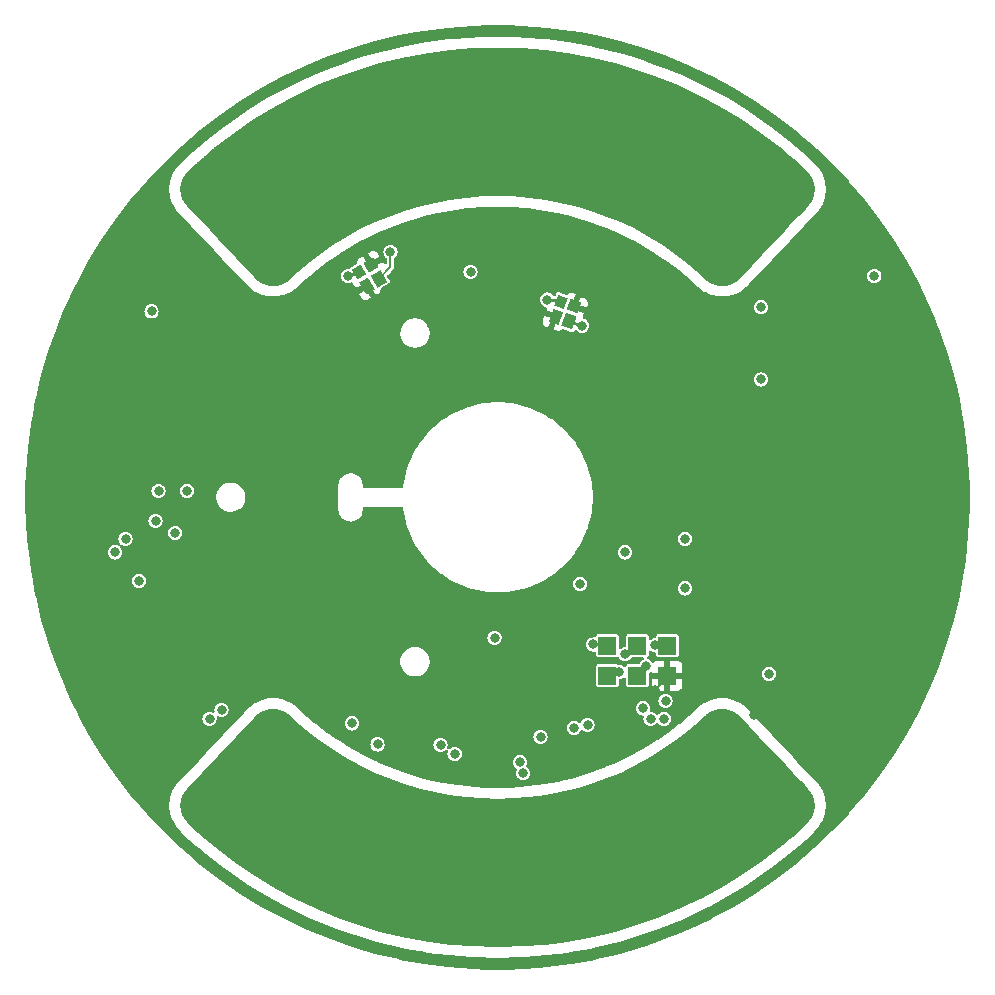
<source format=gbr>
%TF.GenerationSoftware,KiCad,Pcbnew,6.0.4-6f826c9f35~116~ubuntu20.04.1*%
%TF.CreationDate,2022-04-17T22:19:29+00:00*%
%TF.ProjectId,USTTHUNDERMILLPCB01,55535454-4855-44e4-9445-524d494c4c50,rev?*%
%TF.SameCoordinates,Original*%
%TF.FileFunction,Copper,L4,Bot*%
%TF.FilePolarity,Positive*%
%FSLAX46Y46*%
G04 Gerber Fmt 4.6, Leading zero omitted, Abs format (unit mm)*
G04 Created by KiCad (PCBNEW 6.0.4-6f826c9f35~116~ubuntu20.04.1) date 2022-04-17 22:19:29*
%MOMM*%
%LPD*%
G01*
G04 APERTURE LIST*
G04 Aperture macros list*
%AMRotRect*
0 Rectangle, with rotation*
0 The origin of the aperture is its center*
0 $1 length*
0 $2 width*
0 $3 Rotation angle, in degrees counterclockwise*
0 Add horizontal line*
21,1,$1,$2,0,0,$3*%
G04 Aperture macros list end*
%TA.AperFunction,NonConductor*%
%ADD10C,0.100000*%
%TD*%
%TA.AperFunction,NonConductor*%
%ADD11C,0.050000*%
%TD*%
%TA.AperFunction,SMDPad,CuDef*%
%ADD12RotRect,0.970000X0.950000X160.000000*%
%TD*%
%TA.AperFunction,SMDPad,CuDef*%
%ADD13RotRect,0.970000X1.150000X160.000000*%
%TD*%
%TA.AperFunction,SMDPad,CuDef*%
%ADD14RotRect,0.850000X0.950000X160.000000*%
%TD*%
%TA.AperFunction,SMDPad,CuDef*%
%ADD15RotRect,0.850000X1.150000X160.000000*%
%TD*%
%TA.AperFunction,SMDPad,CuDef*%
%ADD16RotRect,0.970000X0.950000X210.000000*%
%TD*%
%TA.AperFunction,SMDPad,CuDef*%
%ADD17RotRect,0.970000X1.150000X210.000000*%
%TD*%
%TA.AperFunction,SMDPad,CuDef*%
%ADD18RotRect,0.850000X0.950000X210.000000*%
%TD*%
%TA.AperFunction,SMDPad,CuDef*%
%ADD19RotRect,0.850000X1.150000X210.000000*%
%TD*%
%TA.AperFunction,SMDPad,CuDef*%
%ADD20R,1.524000X1.524000*%
%TD*%
%TA.AperFunction,ViaPad*%
%ADD21C,0.800000*%
%TD*%
%TA.AperFunction,Conductor*%
%ADD22C,0.200000*%
%TD*%
%TA.AperFunction,Conductor*%
%ADD23C,0.250000*%
%TD*%
G04 APERTURE END LIST*
D10*
X-3972088Y37791802D02*
X-5840706Y37545804D01*
X19211994Y18014102D02*
X19620994Y18101002D01*
X25958099Y27735404D02*
X25525695Y28145804D01*
X-20607007Y31924204D02*
X-22160307Y30856705D01*
X17664695Y18516800D02*
X18002994Y18271101D01*
X22550689Y20842602D02*
X23328193Y21661002D01*
X-25525708Y28145806D02*
X-25958107Y27735405D01*
X18999992Y32909003D02*
X17343692Y33808302D01*
X19620994Y18101002D02*
X20002994Y18271101D01*
X-4108532Y25271204D02*
X-2675931Y25459805D01*
X-15260607Y34789704D02*
X-15642508Y34619704D01*
X2675926Y25459805D02*
X4108528Y25271204D01*
X-209065Y37989003D02*
X-2093155Y37939702D01*
X-15050503Y20715302D02*
X-14032002Y21415303D01*
X20002994Y18271101D02*
X20341194Y18516800D01*
X9272918Y23864705D02*
X10414695Y23391804D01*
X24045394Y22416001D02*
X24700500Y23105502D01*
X-25525708Y28145806D02*
X-25958107Y27735405D01*
X20823493Y19024502D02*
X21714996Y19962903D01*
X20002994Y18271101D02*
X20341194Y18516800D01*
X-26742807Y25675206D02*
X-26613607Y25277606D01*
X-26613607Y25277606D02*
X-26404507Y24915505D01*
X15260589Y34789702D02*
X13519290Y35511002D01*
X25525695Y28145804D02*
X25426994Y28239504D01*
X-22550707Y20842604D02*
X-21715006Y19962904D01*
X3972072Y37791802D02*
X2093143Y37939702D01*
X7910835Y24347004D02*
X9272918Y23864705D01*
X18384895Y18101002D02*
X18793895Y18014102D01*
X26742797Y25675204D02*
X26786499Y26091004D01*
X18793895Y18014102D02*
X19211994Y18014102D01*
X17129695Y19024502D02*
X17664695Y18516800D01*
X-24833407Y28746506D02*
X-25141707Y28483206D01*
X20341194Y18516800D02*
X20823493Y19024502D01*
X-20607007Y31924204D02*
X-22160307Y30856705D01*
X7693870Y37202405D02*
X5840690Y37545804D01*
X26742797Y26506903D02*
X26613594Y26904503D01*
X24700500Y23105502D02*
X25291397Y23727603D01*
X-18793908Y18014103D02*
X-18384903Y18101002D01*
X-26404507Y27266606D02*
X-26613607Y26904505D01*
X209049Y37989003D02*
X-209065Y37989003D01*
X19211994Y18014102D02*
X19620994Y18101002D01*
X-17129702Y19024502D02*
X-16031003Y19962903D01*
X18999992Y32909003D02*
X17343692Y33808302D01*
X14031997Y21415303D02*
X15050498Y20715302D01*
X-12800002Y22170203D02*
X-11530102Y22859704D01*
X-24435507Y29086306D02*
X-24479807Y29048506D01*
X-14032002Y21415303D02*
X-12800002Y22170203D01*
X-10414704Y23391804D02*
X-9272923Y23864705D01*
X-24435507Y29086306D02*
X-24479807Y29048506D01*
X-25958107Y27735405D02*
X-26124707Y27577305D01*
X18384895Y18101002D02*
X18793895Y18014102D01*
X-9272923Y23864705D02*
X-7910843Y24347004D01*
X-21715006Y19962904D02*
X-20823506Y19024504D01*
X-20341206Y18516804D02*
X-20003006Y18271103D01*
X-26404507Y24915505D02*
X-26124707Y24604704D01*
X-26742807Y26506905D02*
X-26786507Y26091006D01*
X11742591Y36140103D02*
X9935512Y36675404D01*
X20823493Y19024502D02*
X21714996Y19962903D01*
X-25816708Y24280505D02*
X-25291407Y23727604D01*
X-11530102Y22859704D02*
X-10414704Y23391804D01*
X-18003003Y18271103D02*
X-17664702Y18516802D01*
X-4108532Y25271204D02*
X-2675931Y25459805D01*
X11742591Y36140103D02*
X9935512Y36675404D01*
X-21715006Y19962904D02*
X-20823506Y19024504D01*
X26613594Y26904503D02*
X26404495Y27266604D01*
X-20823506Y19024504D02*
X-20341206Y18516804D01*
X-20607007Y31924204D02*
X-22160307Y30856705D01*
X-5840706Y37545804D02*
X-7693886Y37202405D01*
X15642494Y34619702D02*
X15260589Y34789702D01*
X-22160307Y30856705D02*
X-22498507Y30610905D01*
X-20003006Y18271103D02*
X-19621007Y18101004D01*
X-9272923Y23864705D02*
X-7910843Y24347004D01*
X25291397Y23727603D02*
X25816696Y24280503D01*
X24700500Y23105502D02*
X25291397Y23727603D01*
X-17343707Y33808304D02*
X-19000008Y32909005D01*
X17664695Y18516800D02*
X18002994Y18271101D01*
X-7693886Y37202405D02*
X-8102856Y37115403D01*
X2093143Y37939702D02*
X209049Y37989003D01*
X2093143Y37939702D02*
X209049Y37989003D01*
X26613594Y25277604D02*
X26742797Y25675204D01*
X20341194Y18516800D02*
X20823493Y19024502D01*
X-18384903Y18101002D02*
X-18384903Y18101002D01*
X-26742807Y26506905D02*
X-26786507Y26091006D01*
X10414695Y23391804D02*
X11530097Y22859704D01*
X-18384903Y18101002D02*
X-18384903Y18101002D01*
X-17129702Y19024502D02*
X-16031003Y19962903D01*
X-26404507Y24915505D02*
X-26124707Y24604704D01*
X25816696Y24280503D02*
X26124694Y24604702D01*
X26404495Y24915503D02*
X26613594Y25277604D01*
X8102844Y37115403D02*
X7693870Y37202405D01*
X23993789Y29463503D02*
X22498489Y30610903D01*
X6525367Y24757405D02*
X7910835Y24347004D01*
X-16031003Y19962903D02*
X-15050503Y20715302D01*
X-26613607Y26904505D02*
X-26742807Y26506905D01*
X0Y25605505D02*
X1235420Y25573105D01*
X26742797Y25675204D02*
X26786499Y26091004D01*
X18002994Y18271101D02*
X18384895Y18101002D01*
X-18003003Y18271103D02*
X-17664702Y18516802D01*
X26742797Y25675204D02*
X26786499Y26091004D01*
X15642494Y34619702D02*
X15260589Y34789702D01*
X19211994Y18014102D02*
X19620994Y18101002D01*
X-22550707Y20842604D02*
X-21715006Y19962904D01*
X18384895Y18101002D02*
X18793895Y18014102D01*
X-18384903Y18101002D02*
X-18384903Y18101002D01*
X3972072Y37791802D02*
X2093143Y37939702D01*
X-18384903Y18101002D02*
X-18003003Y18271103D01*
X-18003003Y18271103D02*
X-17664702Y18516802D01*
X24833389Y28746504D02*
X24612487Y28935105D01*
X-26742807Y25675206D02*
X-26613607Y25277606D01*
X-12800002Y22170203D02*
X-11530102Y22859704D01*
X26613594Y26904503D02*
X26404495Y27266604D01*
X-11742608Y36140105D02*
X-13519307Y35511004D01*
X-23993807Y29463505D02*
X-24435507Y29086306D01*
X-25958107Y27735405D02*
X-26124707Y27577305D01*
X15260589Y34789702D02*
X13519290Y35511002D01*
X9272918Y23864705D02*
X10414695Y23391804D01*
X24479789Y29048504D02*
X24435485Y29086304D01*
X-11530102Y22859704D02*
X-10414704Y23391804D01*
X-25525708Y28145806D02*
X-25958107Y27735405D01*
X-5840706Y37545804D02*
X-7693886Y37202405D01*
X20002994Y18271101D02*
X20341194Y18516800D01*
X-4108532Y25271204D02*
X-2675931Y25459805D01*
X20823493Y19024502D02*
X21714996Y19962903D01*
X17664695Y18516800D02*
X18002994Y18271101D01*
X-7693886Y37202405D02*
X-8102856Y37115403D01*
X20606990Y31924202D02*
X18999992Y32909003D01*
X-17343707Y33808304D02*
X-19000008Y32909005D01*
X5840690Y37545804D02*
X3972072Y37791802D01*
X-24700507Y23105504D02*
X-24045407Y22416003D01*
X-25427006Y28239506D02*
X-25525708Y28145806D01*
X-26124707Y24604704D02*
X-25816708Y24280505D01*
X-26786507Y26091006D02*
X-26742807Y25675206D01*
X26404495Y24915503D02*
X26613594Y25277604D01*
X7910835Y24347004D02*
X9272918Y23864705D01*
X-25141707Y28483206D02*
X-25427006Y28239506D01*
X-26742807Y25675206D02*
X-26613607Y25277606D01*
X22498489Y30610903D02*
X22160293Y30856703D01*
X-9272923Y23864705D02*
X-7910843Y24347004D01*
X-209065Y37989003D02*
X-2093155Y37939702D01*
X25816696Y24280503D02*
X26124694Y24604702D01*
X-25816708Y24280505D02*
X-25291407Y23727604D01*
X-1235421Y25573105D02*
X0Y25605505D01*
X17343692Y33808302D02*
X15642494Y34619702D01*
X8102844Y37115403D02*
X7693870Y37202405D01*
X-5323670Y25045905D02*
X-4108532Y25271204D01*
X-25816708Y24280505D02*
X-25291407Y23727604D01*
X-17343707Y33808304D02*
X-19000008Y32909005D01*
X-26404507Y27266606D02*
X-26613607Y26904505D01*
X14031997Y21415303D02*
X15050498Y20715302D01*
X19211994Y18014102D02*
X19620994Y18101002D01*
X-17664702Y18516802D02*
X-17129702Y19024502D01*
X26124694Y27577303D02*
X25958099Y27735404D01*
X25141693Y28483204D02*
X24833389Y28746504D01*
X3972072Y37791802D02*
X2093143Y37939702D01*
X15260589Y34789702D02*
X13519290Y35511002D01*
X-2093155Y37939702D02*
X-3972088Y37791802D01*
X-5323670Y25045905D02*
X-4108532Y25271204D01*
X1235420Y25573105D02*
X2675926Y25459805D01*
X-24833407Y28746506D02*
X-25141707Y28483206D01*
X20606990Y31924202D02*
X18999992Y32909003D01*
X15642494Y34619702D02*
X15260589Y34789702D01*
X-19621007Y18101004D02*
X-19212006Y18014103D01*
X24435485Y29086304D02*
X23993789Y29463503D01*
X12799995Y22170203D02*
X14031997Y21415303D01*
X-26124707Y27577305D02*
X-26404507Y27266606D01*
X22498489Y30610903D02*
X22160293Y30856703D01*
X11530097Y22859704D02*
X12799995Y22170203D01*
X24833389Y28746504D02*
X24612487Y28935105D01*
X-24700507Y23105504D02*
X-24045407Y22416003D01*
X-20003006Y18271103D02*
X-19621007Y18101004D01*
X17343692Y33808302D02*
X15642494Y34619702D01*
X-2093155Y37939702D02*
X-3972088Y37791802D01*
X-15260607Y34789704D02*
X-15642508Y34619704D01*
X1235420Y25573105D02*
X2675926Y25459805D01*
X-25141707Y28483206D02*
X-25427006Y28239506D01*
X20341194Y18516800D02*
X20823493Y19024502D01*
X24833389Y28746504D02*
X24612487Y28935105D01*
X24479789Y29048504D02*
X24435485Y29086304D01*
X10414695Y23391804D02*
X11530097Y22859704D01*
X-12800002Y22170203D02*
X-11530102Y22859704D01*
X-26742807Y26506905D02*
X-26786507Y26091006D01*
X-19621007Y18101004D02*
X-19212006Y18014103D01*
X26404495Y24915503D02*
X26613594Y25277604D01*
X-13519307Y35511004D02*
X-15260607Y34789704D01*
X-24700507Y23105504D02*
X-24045407Y22416003D01*
X2093143Y37939702D02*
X3972072Y37791802D01*
X5840690Y37545804D01*
X7693870Y37202405D01*
X8102844Y37115403D01*
X9935512Y36675404D01*
X11742591Y36140103D01*
X13519290Y35511002D01*
X15260589Y34789702D01*
X15642494Y34619702D01*
X17343692Y33808302D01*
X18999992Y32909003D01*
X20606990Y31924202D01*
X22160293Y30856703D01*
X22498489Y30610903D01*
X23993789Y29463503D01*
X24435485Y29086304D01*
X24479789Y29048504D01*
X24612487Y28935105D01*
X24833389Y28746504D01*
X25141693Y28483204D01*
X25426994Y28239504D01*
X25525695Y28145804D01*
X25958099Y27735404D01*
X26124694Y27577303D01*
X26404495Y27266604D01*
X26613594Y26904503D01*
X26742797Y26506903D01*
X26786499Y26091004D01*
X26742797Y25675204D01*
X26613594Y25277604D01*
X26404495Y24915503D01*
X26124694Y24604702D01*
X25816696Y24280503D01*
X25291397Y23727603D01*
X24700500Y23105502D01*
X24045394Y22416001D01*
X23328193Y21661002D01*
X22550689Y20842602D01*
X21714996Y19962903D01*
X20823493Y19024502D01*
X20341194Y18516800D01*
X20002994Y18271101D01*
X19620994Y18101002D01*
X19211994Y18014102D01*
X18793895Y18014102D01*
X18384895Y18101002D01*
X18002994Y18271101D01*
X17664695Y18516800D01*
X17129695Y19024502D01*
X16030998Y19962903D01*
X15050498Y20715302D01*
X14031997Y21415303D01*
X12799995Y22170203D01*
X11530097Y22859704D01*
X10414695Y23391804D01*
X9272918Y23864705D01*
X7910835Y24347004D01*
X6525367Y24757405D01*
X5323669Y25045905D01*
X4108528Y25271204D01*
X2675926Y25459805D01*
X1235420Y25573105D01*
X0Y25605505D01*
X-1235421Y25573105D01*
X-2675931Y25459805D01*
X-4108532Y25271204D01*
X-5323670Y25045905D01*
X-6525372Y24757405D01*
X-7910843Y24347004D01*
X-9272923Y23864705D01*
X-10414704Y23391804D01*
X-11530102Y22859704D01*
X-12800002Y22170203D01*
X-14032002Y21415303D01*
X-15050503Y20715302D01*
X-16031003Y19962903D01*
X-17129702Y19024502D01*
X-17664702Y18516802D01*
X-18003003Y18271103D01*
X-18384903Y18101002D01*
X-18793908Y18014103D01*
X-19212006Y18014103D01*
X-19621007Y18101004D01*
X-20003006Y18271103D01*
X-20341206Y18516804D01*
X-20823506Y19024504D01*
X-21715006Y19962904D01*
X-22550707Y20842604D01*
X-23328208Y21661004D01*
X-24045407Y22416003D01*
X-24700507Y23105504D01*
X-25291407Y23727604D01*
X-25816708Y24280505D01*
X-26124707Y24604704D01*
X-26404507Y24915505D01*
X-26613607Y25277606D01*
X-26742807Y25675206D01*
X-26786507Y26091006D01*
X-26742807Y26506905D01*
X-26613607Y26904505D01*
X-26404507Y27266606D01*
X-26124707Y27577305D01*
X-25958107Y27735405D01*
X-25525708Y28145806D01*
X-25427006Y28239506D01*
X-25141707Y28483206D01*
X-24833407Y28746506D01*
X-24612507Y28935107D01*
X-24479807Y29048506D01*
X-24435507Y29086306D01*
X-23993807Y29463505D01*
X-22498507Y30610905D01*
X-22160307Y30856705D01*
X-20607007Y31924204D01*
X-19000008Y32909005D01*
X-17343707Y33808304D01*
X-15642508Y34619704D01*
X-15260607Y34789704D01*
X-13519307Y35511004D01*
X-11742608Y36140105D01*
X-9935528Y36675404D01*
X-8102856Y37115403D01*
X-7693886Y37202405D01*
X-5840706Y37545804D01*
X-3972088Y37791802D01*
X-2093155Y37939702D01*
X-209065Y37989003D01*
X209049Y37989003D01*
X2093143Y37939702D01*
X-26404507Y27266606D02*
X-26613607Y26904505D01*
X26124694Y24604702D02*
X26404495Y24915503D01*
X-11742608Y36140105D02*
X-13519307Y35511004D01*
X-17343707Y33808304D02*
X-19000008Y32909005D01*
X-6525372Y24757405D02*
X-5323670Y25045905D01*
X25426994Y28239504D02*
X25141693Y28483204D01*
X20002994Y18271101D02*
X20341194Y18516800D01*
X-14032002Y21415303D02*
X-12800002Y22170203D01*
X-25958107Y27735405D02*
X-26124707Y27577305D01*
X0Y25605505D02*
X1235420Y25573105D01*
X-26613607Y25277606D02*
X-26404507Y24915505D01*
X15050498Y20715302D02*
X16030998Y19962903D01*
X18002994Y18271101D02*
X18384895Y18101002D01*
X25426994Y28239504D02*
X25141693Y28483204D01*
X11742591Y36140103D02*
X9935512Y36675404D01*
X24435485Y29086304D02*
X23993789Y29463503D01*
X22550689Y20842602D02*
X23328193Y21661002D01*
X18002994Y18271101D02*
X18384895Y18101002D01*
X24612487Y28935105D02*
X24479789Y29048504D01*
X25141693Y28483204D02*
X24833389Y28746504D01*
X-15642508Y34619704D02*
X-17343707Y33808304D01*
X-20003006Y18271103D02*
X-19621007Y18101004D01*
X-24479807Y29048506D02*
X-24612507Y28935107D01*
X26404495Y27266604D02*
X26124694Y27577303D01*
X20002994Y18271101D02*
X20341194Y18516800D01*
X25525695Y28145804D02*
X25426994Y28239504D01*
X-15260607Y34789704D02*
X-15642508Y34619704D01*
X-15050503Y20715302D02*
X-14032002Y21415303D01*
X-23993807Y29463505D02*
X-24435507Y29086306D01*
X-5840706Y37545804D02*
X-7693886Y37202405D01*
X11530097Y22859704D02*
X12799995Y22170203D01*
X-19621007Y18101004D02*
X-19212006Y18014103D01*
X-9935528Y36675404D02*
X-11742608Y36140105D01*
X-17129702Y19024502D02*
X-16031003Y19962903D01*
X15050498Y20715302D02*
X16030998Y19962903D01*
X25958099Y27735404D02*
X25525695Y28145804D01*
X-7910843Y24347004D02*
X-6525372Y24757405D01*
X-22160307Y30856705D02*
X-22498507Y30610905D01*
X25426994Y28239504D02*
X25141693Y28483204D01*
X9935512Y36675404D02*
X8102844Y37115403D01*
X21714996Y19962903D02*
X22550689Y20842602D01*
X24045394Y22416001D02*
X24700500Y23105502D01*
X26786499Y26091004D02*
X26742797Y26506903D01*
X-15260607Y34789704D02*
X-15642508Y34619704D01*
X-12800002Y22170203D02*
X-11530102Y22859704D01*
X-6525372Y24757405D02*
X-5323670Y25045905D01*
X18793895Y18014102D02*
X19211994Y18014102D01*
X-19212006Y18014103D02*
X-18793908Y18014103D01*
X-17129702Y19024502D02*
X-16031003Y19962903D01*
X-9935528Y36675404D02*
X-11742608Y36140105D01*
X25141693Y28483204D02*
X24833389Y28746504D01*
X25816696Y24280503D02*
X26124694Y24604702D01*
X26613594Y26904503D02*
X26404495Y27266604D01*
X4108528Y25271204D02*
X5323669Y25045905D01*
X-25291407Y23727604D02*
X-24700507Y23105504D01*
X-20823506Y19024504D02*
X-20341206Y18516804D01*
X-10414704Y23391804D02*
X-9272923Y23864705D01*
X-23328208Y21661004D02*
X-22550707Y20842604D01*
X-24612507Y28935107D02*
X-24833407Y28746506D01*
X23993789Y29463503D02*
X22498489Y30610903D01*
X-21715006Y19962904D02*
X-20823506Y19024504D01*
X-24479807Y29048506D02*
X-24612507Y28935107D01*
X-1235421Y25573105D02*
X0Y25605505D01*
X24435485Y29086304D02*
X23993789Y29463503D01*
X-19621007Y18101004D02*
X-19212006Y18014103D01*
X-11530102Y22859704D02*
X-10414704Y23391804D01*
X18002994Y18271101D02*
X18384895Y18101002D01*
X-17664702Y18516802D02*
X-17129702Y19024502D01*
X-22498507Y30610905D02*
X-23993807Y29463505D01*
X16030998Y19962903D02*
X17129695Y19024502D01*
X-209065Y37989003D02*
X-2093155Y37939702D01*
X-22160307Y30856705D02*
X-22498507Y30610905D01*
X15050498Y20715302D02*
X16030998Y19962903D01*
X-21715006Y19962904D02*
X-20823506Y19024504D01*
X-2093155Y37939702D02*
X-3972088Y37791802D01*
X-20823506Y19024504D02*
X-20341206Y18516804D01*
X3972072Y37791802D02*
X2093143Y37939702D01*
X-26786507Y26091006D02*
X-26742807Y25675206D01*
X-3972088Y37791802D02*
X-5840706Y37545804D01*
X2675926Y25459805D02*
X4108528Y25271204D01*
X-20341206Y18516804D02*
X-20003006Y18271103D01*
X-3972088Y37791802D02*
X-5840706Y37545804D01*
X10414695Y23391804D02*
X11530097Y22859704D01*
X20606990Y31924202D02*
X18999992Y32909003D01*
X-25816708Y24280505D02*
X-25291407Y23727604D01*
X-17664702Y18516802D02*
X-17129702Y19024502D01*
X25816696Y24280503D02*
X26124694Y24604702D01*
X22498489Y30610903D02*
X22160293Y30856703D01*
X-24479807Y29048506D02*
X-24612507Y28935107D01*
X-24833407Y28746506D02*
X-25141707Y28483206D01*
X25525695Y28145804D02*
X25426994Y28239504D01*
X-26613607Y26904505D02*
X-26742807Y26506905D01*
X-13519307Y35511004D02*
X-15260607Y34789704D01*
X-25141707Y28483206D02*
X-25427006Y28239506D01*
X20823493Y19024502D02*
X21714996Y19962903D01*
X-1235421Y25573105D02*
X0Y25605505D01*
X-24479807Y29048506D02*
X-24612507Y28935107D01*
X-9935528Y36675404D02*
X-11742608Y36140105D01*
X-15642508Y34619704D02*
X-17343707Y33808304D01*
X24833389Y28746504D02*
X24612487Y28935105D01*
X24700500Y23105502D02*
X25291397Y23727603D01*
X5840690Y37545804D02*
X3972072Y37791802D01*
X-24045407Y22416003D02*
X-23328208Y21661004D01*
X19620994Y18101002D02*
X20002994Y18271101D01*
X-24435507Y29086306D02*
X-24479807Y29048506D01*
X-15642508Y34619704D02*
X-17343707Y33808304D01*
X11530097Y22859704D02*
X12799995Y22170203D01*
X-24833407Y28746506D02*
X-25141707Y28483206D01*
X23328193Y21661002D02*
X24045394Y22416001D01*
X2093143Y37939702D02*
X209049Y37989003D01*
X-18384903Y18101002D02*
X-18003003Y18271103D01*
X8102844Y37115403D02*
X7693870Y37202405D01*
X-8102856Y37115403D02*
X-9935528Y36675404D01*
X-20823506Y19024504D02*
X-20341206Y18516804D01*
X-20003006Y18271103D02*
X-19621007Y18101004D01*
X15050498Y20715302D02*
X16030998Y19962903D01*
D11*
G36*
X-18384900Y-18100997D02*
G01*
X-18002999Y-18271099D01*
X-17664698Y-18516799D01*
X-17129698Y-19024497D01*
X-16030999Y-19962898D01*
X-15050499Y-20715301D01*
X-14031998Y-21415298D01*
X-12800000Y-22170196D01*
X-11530098Y-22859703D01*
X-10414700Y-23391799D01*
X-9272919Y-23864700D01*
X-7910840Y-24347000D01*
X-6525368Y-24757400D01*
X-5323670Y-25045898D01*
X-4108529Y-25271202D01*
X-2675927Y-25459800D01*
X-1235421Y-25573104D01*
X0Y-25605499D01*
X1235420Y-25573104D01*
X2675933Y-25459800D01*
X4108531Y-25271202D01*
X5323669Y-25045898D01*
X6525371Y-24757400D01*
X7910842Y-24347000D01*
X9272918Y-23864700D01*
X10414703Y-23391799D01*
X11530101Y-22859703D01*
X12800003Y-22170196D01*
X14032001Y-21415298D01*
X15050498Y-20715301D01*
X16030998Y-19962898D01*
X17129699Y-19024497D01*
X17664699Y-18516799D01*
X18002998Y-18271099D01*
X18384899Y-18100997D01*
X18793899Y-18014099D01*
X19211997Y-18014099D01*
X19620998Y-18100997D01*
X20002998Y-18271099D01*
X20341197Y-18516799D01*
X20823497Y-19024497D01*
X21714996Y-19962898D01*
X22550697Y-20842597D01*
X23328201Y-21660995D01*
X24045394Y-22416000D01*
X24700500Y-23105499D01*
X25291397Y-23727600D01*
X25816696Y-24280502D01*
X26124694Y-24604698D01*
X26404495Y-24915496D01*
X26613601Y-25277603D01*
X26742797Y-25675201D01*
X26786499Y-26091003D01*
X26742797Y-26506896D01*
X26613601Y-26904502D01*
X26404495Y-27266601D01*
X26124694Y-27577301D01*
X25958099Y-27735397D01*
X25525695Y-28145797D01*
X25427001Y-28239501D01*
X25141693Y-28483200D01*
X24833396Y-28746505D01*
X24612495Y-28935104D01*
X24479797Y-29048500D01*
X24435493Y-29086303D01*
X23993789Y-29463500D01*
X22498489Y-30610900D01*
X22160293Y-30856704D01*
X20606994Y-31924201D01*
X18999996Y-32908996D01*
X17343696Y-33808303D01*
X15642494Y-34619705D01*
X15260597Y-34789703D01*
X13519294Y-35511001D01*
X11742595Y-36140098D01*
X9935516Y-36675399D01*
X8102844Y-37115402D01*
X7693878Y-37202400D01*
X5840698Y-37545799D01*
X3972076Y-37791793D01*
X2093147Y-37939697D01*
X209056Y-37988998D01*
X-209057Y-37988998D01*
X-2093148Y-37939697D01*
X-3972081Y-37791793D01*
X-5840699Y-37545799D01*
X-7693879Y-37202400D01*
X-8102849Y-37115402D01*
X-9935521Y-36675399D01*
X-11742600Y-36140098D01*
X-13519299Y-35511001D01*
X-15260600Y-34789703D01*
X-15642500Y-34619705D01*
X-17343699Y-33808303D01*
X-19000000Y-32908996D01*
X-20606999Y-31924201D01*
X-22160300Y-30856704D01*
X-22498499Y-30610900D01*
X-23993800Y-29463500D01*
X-24435500Y-29086303D01*
X-24479800Y-29048500D01*
X-24612500Y-28935104D01*
X-24833399Y-28746505D01*
X-25141699Y-28483200D01*
X-25426999Y-28239501D01*
X-25525700Y-28145797D01*
X-25958100Y-27735397D01*
X-26124699Y-27577301D01*
X-26404500Y-27266601D01*
X-26613599Y-26904502D01*
X-26742799Y-26506896D01*
X-26786500Y-26091003D01*
X-26742799Y-25675201D01*
X-26613599Y-25277603D01*
X-26404500Y-24915496D01*
X-26124699Y-24604698D01*
X-25816700Y-24280502D01*
X-25291400Y-23727600D01*
X-24700499Y-23105499D01*
X-24045399Y-22416000D01*
X-23328198Y-21660995D01*
X-22550698Y-20842597D01*
X-21714999Y-19962898D01*
X-20823498Y-19024497D01*
X-20341198Y-18516799D01*
X-20002999Y-18271099D01*
X-19620999Y-18100997D01*
X-19211998Y-18014099D01*
X-18793898Y-18014099D01*
X-18384900Y-18100997D01*
G37*
X-18384900Y-18100997D02*
X-18002999Y-18271099D01*
X-17664698Y-18516799D01*
X-17129698Y-19024497D01*
X-16030999Y-19962898D01*
X-15050499Y-20715301D01*
X-14031998Y-21415298D01*
X-12800000Y-22170196D01*
X-11530098Y-22859703D01*
X-10414700Y-23391799D01*
X-9272919Y-23864700D01*
X-7910840Y-24347000D01*
X-6525368Y-24757400D01*
X-5323670Y-25045898D01*
X-4108529Y-25271202D01*
X-2675927Y-25459800D01*
X-1235421Y-25573104D01*
X0Y-25605499D01*
X1235420Y-25573104D01*
X2675933Y-25459800D01*
X4108531Y-25271202D01*
X5323669Y-25045898D01*
X6525371Y-24757400D01*
X7910842Y-24347000D01*
X9272918Y-23864700D01*
X10414703Y-23391799D01*
X11530101Y-22859703D01*
X12800003Y-22170196D01*
X14032001Y-21415298D01*
X15050498Y-20715301D01*
X16030998Y-19962898D01*
X17129699Y-19024497D01*
X17664699Y-18516799D01*
X18002998Y-18271099D01*
X18384899Y-18100997D01*
X18793899Y-18014099D01*
X19211997Y-18014099D01*
X19620998Y-18100997D01*
X20002998Y-18271099D01*
X20341197Y-18516799D01*
X20823497Y-19024497D01*
X21714996Y-19962898D01*
X22550697Y-20842597D01*
X23328201Y-21660995D01*
X24045394Y-22416000D01*
X24700500Y-23105499D01*
X25291397Y-23727600D01*
X25816696Y-24280502D01*
X26124694Y-24604698D01*
X26404495Y-24915496D01*
X26613601Y-25277603D01*
X26742797Y-25675201D01*
X26786499Y-26091003D01*
X26742797Y-26506896D01*
X26613601Y-26904502D01*
X26404495Y-27266601D01*
X26124694Y-27577301D01*
X25958099Y-27735397D01*
X25525695Y-28145797D01*
X25427001Y-28239501D01*
X25141693Y-28483200D01*
X24833396Y-28746505D01*
X24612495Y-28935104D01*
X24479797Y-29048500D01*
X24435493Y-29086303D01*
X23993789Y-29463500D01*
X22498489Y-30610900D01*
X22160293Y-30856704D01*
X20606994Y-31924201D01*
X18999996Y-32908996D01*
X17343696Y-33808303D01*
X15642494Y-34619705D01*
X15260597Y-34789703D01*
X13519294Y-35511001D01*
X11742595Y-36140098D01*
X9935516Y-36675399D01*
X8102844Y-37115402D01*
X7693878Y-37202400D01*
X5840698Y-37545799D01*
X3972076Y-37791793D01*
X2093147Y-37939697D01*
X209056Y-37988998D01*
X-209057Y-37988998D01*
X-2093148Y-37939697D01*
X-3972081Y-37791793D01*
X-5840699Y-37545799D01*
X-7693879Y-37202400D01*
X-8102849Y-37115402D01*
X-9935521Y-36675399D01*
X-11742600Y-36140098D01*
X-13519299Y-35511001D01*
X-15260600Y-34789703D01*
X-15642500Y-34619705D01*
X-17343699Y-33808303D01*
X-19000000Y-32908996D01*
X-20606999Y-31924201D01*
X-22160300Y-30856704D01*
X-22498499Y-30610900D01*
X-23993800Y-29463500D01*
X-24435500Y-29086303D01*
X-24479800Y-29048500D01*
X-24612500Y-28935104D01*
X-24833399Y-28746505D01*
X-25141699Y-28483200D01*
X-25426999Y-28239501D01*
X-25525700Y-28145797D01*
X-25958100Y-27735397D01*
X-26124699Y-27577301D01*
X-26404500Y-27266601D01*
X-26613599Y-26904502D01*
X-26742799Y-26506896D01*
X-26786500Y-26091003D01*
X-26742799Y-25675201D01*
X-26613599Y-25277603D01*
X-26404500Y-24915496D01*
X-26124699Y-24604698D01*
X-25816700Y-24280502D01*
X-25291400Y-23727600D01*
X-24700499Y-23105499D01*
X-24045399Y-22416000D01*
X-23328198Y-21660995D01*
X-22550698Y-20842597D01*
X-21714999Y-19962898D01*
X-20823498Y-19024497D01*
X-20341198Y-18516799D01*
X-20002999Y-18271099D01*
X-19620999Y-18100997D01*
X-19211998Y-18014099D01*
X-18793898Y-18014099D01*
X-18384900Y-18100997D01*
D10*
X-22160307Y30856705D02*
X-22498507Y30610905D01*
X-15260607Y34789704D02*
X-15642508Y34619704D01*
X19620994Y18101002D02*
X20002994Y18271101D01*
X-18384903Y18101002D02*
X-18003003Y18271103D01*
X-23328208Y21661004D02*
X-22550707Y20842604D01*
X0Y25605505D02*
X1235420Y25573105D01*
X-7693886Y37202405D02*
X-8102856Y37115403D01*
X26124694Y24604702D02*
X26404495Y24915503D01*
X-20003006Y18271103D02*
X-19621007Y18101004D01*
X25958099Y27735404D02*
X25525695Y28145804D01*
X-2675931Y25459805D02*
X-1235421Y25573105D01*
X16030998Y19962903D02*
X17129695Y19024502D01*
X-19000008Y32909005D02*
X-20607007Y31924204D01*
X-11742608Y36140105D02*
X-13519307Y35511004D01*
X17129695Y19024502D02*
X17664695Y18516800D01*
X-7910843Y24347004D02*
X-6525372Y24757405D01*
X-26786507Y26091006D02*
X-26742807Y25675206D01*
X26613594Y25277604D02*
X26742797Y25675204D01*
X26786499Y26091004D02*
X26742797Y26506903D01*
X-7910843Y24347004D02*
X-6525372Y24757405D01*
X26124694Y27577303D02*
X25958099Y27735404D01*
X15050498Y20715302D02*
X16030998Y19962903D01*
X-16031003Y19962903D02*
X-15050503Y20715302D01*
X25141693Y28483204D02*
X24833389Y28746504D01*
X17664695Y18516800D02*
X18002994Y18271101D01*
X-5323670Y25045905D02*
X-4108532Y25271204D01*
X23328193Y21661002D02*
X24045394Y22416001D01*
X-16031003Y19962903D02*
X-15050503Y20715302D01*
D11*
G36*
X2093143Y37939702D02*
G01*
X3972072Y37791802D01*
X5840690Y37545804D01*
X7693870Y37202405D01*
X8102844Y37115403D01*
X9935512Y36675404D01*
X11742591Y36140103D01*
X13519290Y35511002D01*
X15260589Y34789702D01*
X15642494Y34619702D01*
X17343692Y33808302D01*
X18999992Y32909003D01*
X20606990Y31924202D01*
X22160293Y30856703D01*
X22498489Y30610903D01*
X23993789Y29463503D01*
X24435485Y29086304D01*
X24479789Y29048504D01*
X24612487Y28935105D01*
X24833389Y28746504D01*
X25141693Y28483204D01*
X25426994Y28239504D01*
X25525695Y28145804D01*
X25958099Y27735404D01*
X26124694Y27577303D01*
X26404495Y27266604D01*
X26613594Y26904503D01*
X26742797Y26506903D01*
X26786499Y26091004D01*
X26742797Y25675204D01*
X26613594Y25277604D01*
X26404495Y24915503D01*
X26124694Y24604702D01*
X25816696Y24280503D01*
X25291397Y23727603D01*
X24700500Y23105502D01*
X24045394Y22416001D01*
X23328193Y21661002D01*
X22550689Y20842602D01*
X21714996Y19962903D01*
X20823493Y19024502D01*
X20341194Y18516800D01*
X20002994Y18271101D01*
X19620994Y18101002D01*
X19211994Y18014102D01*
X18793895Y18014102D01*
X18384895Y18101002D01*
X18002994Y18271101D01*
X17664695Y18516800D01*
X17129695Y19024502D01*
X16030998Y19962903D01*
X15050498Y20715302D01*
X14031997Y21415303D01*
X12799995Y22170203D01*
X11530097Y22859704D01*
X10414695Y23391804D01*
X9272918Y23864705D01*
X7910835Y24347004D01*
X6525367Y24757405D01*
X5323669Y25045905D01*
X4108528Y25271204D01*
X2675926Y25459805D01*
X1235420Y25573105D01*
X0Y25605505D01*
X-1235421Y25573105D01*
X-2675931Y25459805D01*
X-4108532Y25271204D01*
X-5323670Y25045905D01*
X-6525372Y24757405D01*
X-7910843Y24347004D01*
X-9272923Y23864705D01*
X-10414704Y23391804D01*
X-11530102Y22859704D01*
X-12800002Y22170203D01*
X-14032002Y21415303D01*
X-15050503Y20715302D01*
X-16031003Y19962903D01*
X-17129702Y19024502D01*
X-17664702Y18516802D01*
X-18003003Y18271103D01*
X-18384903Y18101002D01*
X-18793908Y18014103D01*
X-19212006Y18014103D01*
X-19621007Y18101004D01*
X-20003006Y18271103D01*
X-20341206Y18516804D01*
X-20823506Y19024504D01*
X-21715006Y19962904D01*
X-22550707Y20842604D01*
X-23328208Y21661004D01*
X-24045407Y22416003D01*
X-24700507Y23105504D01*
X-25291407Y23727604D01*
X-25816708Y24280505D01*
X-26124707Y24604704D01*
X-26404507Y24915505D01*
X-26613607Y25277606D01*
X-26742807Y25675206D01*
X-26786507Y26091006D01*
X-26742807Y26506905D01*
X-26613607Y26904505D01*
X-26404507Y27266606D01*
X-26124707Y27577305D01*
X-25958107Y27735405D01*
X-25525708Y28145806D01*
X-25427006Y28239506D01*
X-25141707Y28483206D01*
X-24833407Y28746506D01*
X-24612507Y28935107D01*
X-24479807Y29048506D01*
X-24435507Y29086306D01*
X-23993807Y29463505D01*
X-22498507Y30610905D01*
X-22160307Y30856705D01*
X-20607007Y31924204D01*
X-19000008Y32909005D01*
X-17343707Y33808304D01*
X-15642508Y34619704D01*
X-15260607Y34789704D01*
X-13519307Y35511004D01*
X-11742608Y36140105D01*
X-9935528Y36675404D01*
X-8102856Y37115403D01*
X-7693886Y37202405D01*
X-5840706Y37545804D01*
X-3972088Y37791802D01*
X-2093155Y37939702D01*
X-209065Y37989003D01*
X209049Y37989003D01*
X2093143Y37939702D01*
G37*
X2093143Y37939702D02*
X3972072Y37791802D01*
X5840690Y37545804D01*
X7693870Y37202405D01*
X8102844Y37115403D01*
X9935512Y36675404D01*
X11742591Y36140103D01*
X13519290Y35511002D01*
X15260589Y34789702D01*
X15642494Y34619702D01*
X17343692Y33808302D01*
X18999992Y32909003D01*
X20606990Y31924202D01*
X22160293Y30856703D01*
X22498489Y30610903D01*
X23993789Y29463503D01*
X24435485Y29086304D01*
X24479789Y29048504D01*
X24612487Y28935105D01*
X24833389Y28746504D01*
X25141693Y28483204D01*
X25426994Y28239504D01*
X25525695Y28145804D01*
X25958099Y27735404D01*
X26124694Y27577303D01*
X26404495Y27266604D01*
X26613594Y26904503D01*
X26742797Y26506903D01*
X26786499Y26091004D01*
X26742797Y25675204D01*
X26613594Y25277604D01*
X26404495Y24915503D01*
X26124694Y24604702D01*
X25816696Y24280503D01*
X25291397Y23727603D01*
X24700500Y23105502D01*
X24045394Y22416001D01*
X23328193Y21661002D01*
X22550689Y20842602D01*
X21714996Y19962903D01*
X20823493Y19024502D01*
X20341194Y18516800D01*
X20002994Y18271101D01*
X19620994Y18101002D01*
X19211994Y18014102D01*
X18793895Y18014102D01*
X18384895Y18101002D01*
X18002994Y18271101D01*
X17664695Y18516800D01*
X17129695Y19024502D01*
X16030998Y19962903D01*
X15050498Y20715302D01*
X14031997Y21415303D01*
X12799995Y22170203D01*
X11530097Y22859704D01*
X10414695Y23391804D01*
X9272918Y23864705D01*
X7910835Y24347004D01*
X6525367Y24757405D01*
X5323669Y25045905D01*
X4108528Y25271204D01*
X2675926Y25459805D01*
X1235420Y25573105D01*
X0Y25605505D01*
X-1235421Y25573105D01*
X-2675931Y25459805D01*
X-4108532Y25271204D01*
X-5323670Y25045905D01*
X-6525372Y24757405D01*
X-7910843Y24347004D01*
X-9272923Y23864705D01*
X-10414704Y23391804D01*
X-11530102Y22859704D01*
X-12800002Y22170203D01*
X-14032002Y21415303D01*
X-15050503Y20715302D01*
X-16031003Y19962903D01*
X-17129702Y19024502D01*
X-17664702Y18516802D01*
X-18003003Y18271103D01*
X-18384903Y18101002D01*
X-18793908Y18014103D01*
X-19212006Y18014103D01*
X-19621007Y18101004D01*
X-20003006Y18271103D01*
X-20341206Y18516804D01*
X-20823506Y19024504D01*
X-21715006Y19962904D01*
X-22550707Y20842604D01*
X-23328208Y21661004D01*
X-24045407Y22416003D01*
X-24700507Y23105504D01*
X-25291407Y23727604D01*
X-25816708Y24280505D01*
X-26124707Y24604704D01*
X-26404507Y24915505D01*
X-26613607Y25277606D01*
X-26742807Y25675206D01*
X-26786507Y26091006D01*
X-26742807Y26506905D01*
X-26613607Y26904505D01*
X-26404507Y27266606D01*
X-26124707Y27577305D01*
X-25958107Y27735405D01*
X-25525708Y28145806D01*
X-25427006Y28239506D01*
X-25141707Y28483206D01*
X-24833407Y28746506D01*
X-24612507Y28935107D01*
X-24479807Y29048506D01*
X-24435507Y29086306D01*
X-23993807Y29463505D01*
X-22498507Y30610905D01*
X-22160307Y30856705D01*
X-20607007Y31924204D01*
X-19000008Y32909005D01*
X-17343707Y33808304D01*
X-15642508Y34619704D01*
X-15260607Y34789704D01*
X-13519307Y35511004D01*
X-11742608Y36140105D01*
X-9935528Y36675404D01*
X-8102856Y37115403D01*
X-7693886Y37202405D01*
X-5840706Y37545804D01*
X-3972088Y37791802D01*
X-2093155Y37939702D01*
X-209065Y37989003D01*
X209049Y37989003D01*
X2093143Y37939702D01*
D10*
X-24700507Y23105504D02*
X-24045407Y22416003D01*
X-21715006Y19962904D02*
X-20823506Y19024504D01*
X-24700507Y23105504D02*
X-24045407Y22416003D01*
X-18384903Y18101002D02*
X-18384903Y18101002D01*
X20823493Y19024502D02*
X21714996Y19962903D01*
X15642494Y34619702D02*
X15260589Y34789702D01*
X5840690Y37545804D02*
X3972072Y37791802D01*
X-25291407Y23727604D02*
X-24700507Y23105504D01*
X26613594Y25277604D02*
X26742797Y25675204D01*
X-26124707Y27577305D02*
X-26404507Y27266606D01*
X-1235421Y25573105D02*
X0Y25605505D01*
X8102844Y37115403D02*
X7693870Y37202405D01*
X-26613607Y26904505D02*
X-26742807Y26506905D01*
X26613594Y26904503D02*
X26404495Y27266604D01*
X-26404507Y27266606D02*
X-26613607Y26904505D01*
X-22498507Y30610905D02*
X-23993807Y29463505D01*
X24045394Y22416001D02*
X24700500Y23105502D01*
X7693870Y37202405D02*
X5840690Y37545804D01*
X-18003003Y18271103D02*
X-17664702Y18516802D01*
X26613594Y26904503D02*
X26404495Y27266604D01*
X-18384903Y18101002D02*
X-18003003Y18271103D01*
X18384895Y18101002D02*
X18793895Y18014102D01*
X-8102856Y37115403D02*
X-9935528Y36675404D01*
X2675926Y25459805D02*
X4108528Y25271204D01*
X22160293Y30856703D02*
X20606990Y31924202D01*
X209049Y37989003D02*
X-209065Y37989003D01*
X18793895Y18014102D02*
X19211994Y18014102D01*
X13519290Y35511002D02*
X11742591Y36140103D01*
X24700500Y23105502D02*
X25291397Y23727603D01*
X-15050503Y20715302D02*
X-14032002Y21415303D01*
X-10414704Y23391804D02*
X-9272923Y23864705D01*
X5323669Y25045905D02*
X6525367Y24757405D01*
X23993789Y29463503D02*
X22498489Y30610903D01*
X17343692Y33808302D02*
X15642494Y34619702D01*
X-209065Y37989003D02*
X-2093155Y37939702D01*
X26404495Y24915503D02*
X26613594Y25277604D01*
X7910835Y24347004D02*
X9272918Y23864705D01*
X-25816708Y24280505D02*
X-25291407Y23727604D01*
X24435485Y29086304D02*
X23993789Y29463503D01*
X-7910843Y24347004D02*
X-6525372Y24757405D01*
X-6525372Y24757405D02*
X-5323670Y25045905D01*
X13519290Y35511002D02*
X11742591Y36140103D01*
X-7910843Y24347004D02*
X-6525372Y24757405D01*
X26404495Y27266604D02*
X26124694Y27577303D01*
X25958099Y27735404D02*
X25525695Y28145804D01*
X23328193Y21661002D02*
X24045394Y22416001D01*
X18384895Y18101002D02*
X18793895Y18014102D01*
X-209065Y37989003D02*
X-2093155Y37939702D01*
X-26742807Y26506905D02*
X-26786507Y26091006D01*
X24479789Y29048504D02*
X24435485Y29086304D01*
X5323669Y25045905D02*
X6525367Y24757405D01*
X-25141707Y28483206D02*
X-25427006Y28239506D01*
X4108528Y25271204D02*
X5323669Y25045905D01*
X23993789Y29463503D02*
X22498489Y30610903D01*
X7693870Y37202405D02*
X5840690Y37545804D01*
X-9935528Y36675404D02*
X-11742608Y36140105D01*
X-20607007Y31924204D02*
X-22160307Y30856705D01*
X-5840706Y37545804D02*
X-7693886Y37202405D01*
X-7693886Y37202405D02*
X-8102856Y37115403D01*
X26786499Y26091004D02*
X26742797Y26506903D01*
X6525367Y24757405D02*
X7910835Y24347004D01*
X-24612507Y28935107D02*
X-24833407Y28746506D01*
X-2675931Y25459805D02*
X-1235421Y25573105D01*
X-26124707Y27577305D02*
X-26404507Y27266606D01*
X24833389Y28746504D02*
X24612487Y28935105D01*
X-24435507Y29086306D02*
X-24479807Y29048506D01*
X-20341206Y18516804D02*
X-20003006Y18271103D01*
X11530097Y22859704D02*
X12799995Y22170203D01*
X-2093155Y37939702D02*
X-3972088Y37791802D01*
X25141693Y28483204D02*
X24833389Y28746504D01*
X-23328208Y21661004D02*
X-22550707Y20842604D01*
X-15050503Y20715302D02*
X-14032002Y21415303D01*
X-18384903Y18101002D02*
X-18384903Y18101002D01*
X15260589Y34789702D02*
X13519290Y35511002D01*
X-24045407Y22416003D02*
X-23328208Y21661004D01*
X26124694Y27577303D02*
X25958099Y27735404D01*
X22550689Y20842602D02*
X23328193Y21661002D01*
X22550689Y20842602D02*
X23328193Y21661002D01*
X1235420Y25573105D02*
X2675926Y25459805D01*
X24479789Y29048504D02*
X24435485Y29086304D01*
X-25427006Y28239506D02*
X-25525708Y28145806D01*
X-26124707Y24604704D02*
X-25816708Y24280505D01*
X-20823506Y19024504D02*
X-20341206Y18516804D01*
X-1235421Y25573105D02*
X0Y25605505D01*
X209049Y37989003D02*
X-209065Y37989003D01*
X5840690Y37545804D02*
X3972072Y37791802D01*
X-23328208Y21661004D02*
X-22550707Y20842604D01*
X-24612507Y28935107D02*
X-24833407Y28746506D01*
X-5323670Y25045905D02*
X-4108532Y25271204D01*
X9935512Y36675404D02*
X8102844Y37115403D01*
X9935512Y36675404D02*
X8102844Y37115403D01*
X12799995Y22170203D02*
X14031997Y21415303D01*
X25525695Y28145804D02*
X25426994Y28239504D01*
X26742797Y25675204D02*
X26786499Y26091004D01*
X14031997Y21415303D02*
X15050498Y20715302D01*
X-20341206Y18516804D02*
X-20003006Y18271103D01*
X22498489Y30610903D02*
X22160293Y30856703D01*
X5323669Y25045905D02*
X6525367Y24757405D01*
X-14032002Y21415303D02*
X-12800002Y22170203D01*
X-24045407Y22416003D02*
X-23328208Y21661004D01*
X22160293Y30856703D02*
X20606990Y31924202D01*
X-22550707Y20842604D02*
X-21715006Y19962904D01*
X25816696Y24280503D02*
X26124694Y24604702D01*
X-25958107Y27735405D02*
X-26124707Y27577305D01*
X-22550707Y20842604D02*
X-21715006Y19962904D01*
X6525367Y24757405D02*
X7910835Y24347004D01*
X-22498507Y30610905D02*
X-23993807Y29463505D01*
X-5840706Y37545804D02*
X-7693886Y37202405D01*
X22160293Y30856703D02*
X20606990Y31924202D01*
X-18793908Y18014103D02*
X-18384903Y18101002D01*
X-17664702Y18516802D02*
X-17129702Y19024502D01*
X-26742807Y25675206D02*
X-26613607Y25277606D01*
X-14032002Y21415303D02*
X-12800002Y22170203D01*
X-15642508Y34619704D02*
X-17343707Y33808304D01*
X20606990Y31924202D02*
X18999992Y32909003D01*
X25426994Y28239504D02*
X25141693Y28483204D01*
X12799995Y22170203D02*
X14031997Y21415303D01*
X21714996Y19962903D02*
X22550689Y20842602D01*
X-13519307Y35511004D02*
X-15260607Y34789704D01*
X-26613607Y26904505D02*
X-26742807Y26506905D01*
X23328193Y21661002D02*
X24045394Y22416001D01*
X3972072Y37791802D02*
X2093143Y37939702D01*
X-25427006Y28239506D02*
X-25525708Y28145806D01*
X9272918Y23864705D02*
X10414695Y23391804D01*
X6525367Y24757405D02*
X7910835Y24347004D01*
X-13519307Y35511004D02*
X-15260607Y34789704D01*
X-8102856Y37115403D02*
X-9935528Y36675404D01*
X-11530102Y22859704D02*
X-10414704Y23391804D01*
X24700500Y23105502D02*
X25291397Y23727603D01*
X11530097Y22859704D02*
X12799995Y22170203D01*
X4108528Y25271204D02*
X5323669Y25045905D01*
X20341194Y18516800D02*
X20823493Y19024502D01*
X-18793908Y18014103D02*
X-18384903Y18101002D01*
X18002994Y18271101D02*
X18384895Y18101002D01*
X-15642508Y34619704D02*
X-17343707Y33808304D01*
X-25141707Y28483206D02*
X-25427006Y28239506D01*
X20341194Y18516800D02*
X20823493Y19024502D01*
X-26613607Y25277606D02*
X-26404507Y24915505D01*
X17343692Y33808302D02*
X15642494Y34619702D01*
X10414695Y23391804D02*
X11530097Y22859704D01*
X18793895Y18014102D02*
X19211994Y18014102D01*
X22160293Y30856703D02*
X20606990Y31924202D01*
X26124694Y24604702D02*
X26404495Y24915503D01*
X23993789Y29463503D02*
X22498489Y30610903D01*
X24612487Y28935105D02*
X24479789Y29048504D01*
X-18384903Y18101002D02*
X-18003003Y18271103D01*
X-25525708Y28145806D02*
X-25958107Y27735405D01*
X9935512Y36675404D02*
X8102844Y37115403D01*
X-24612507Y28935107D02*
X-24833407Y28746506D01*
X25291397Y23727603D02*
X25816696Y24280503D01*
X-8102856Y37115403D02*
X-9935528Y36675404D01*
X13519290Y35511002D02*
X11742591Y36140103D01*
X-25291407Y23727604D02*
X-24700507Y23105504D01*
X0Y25605505D02*
X1235420Y25573105D01*
X-25291407Y23727604D02*
X-24700507Y23105504D01*
X-17664702Y18516802D02*
X-17129702Y19024502D01*
X-22550707Y20842604D02*
X-21715006Y19962904D01*
X-26786507Y26091006D02*
X-26742807Y25675206D01*
X-2675931Y25459805D02*
X-1235421Y25573105D01*
X16030998Y19962903D02*
X17129695Y19024502D01*
X-11742608Y36140105D02*
X-13519307Y35511004D01*
X-24612507Y28935107D02*
X-24833407Y28746506D01*
X-25427006Y28239506D02*
X-25525708Y28145806D01*
X19620994Y18101002D02*
X20002994Y18271101D01*
X-26124707Y27577305D02*
X-26404507Y27266606D01*
X-26742807Y26506905D02*
X-26786507Y26091006D01*
X18793895Y18014102D02*
X19211994Y18014102D01*
X-19212006Y18014103D02*
X-18793908Y18014103D01*
X-26124707Y24604704D02*
X-25816708Y24280505D01*
X-2675931Y25459805D02*
X-1235421Y25573105D01*
X-10414704Y23391804D02*
X-9272923Y23864705D01*
X209049Y37989003D02*
X-209065Y37989003D01*
X-26404507Y24915505D02*
X-26124707Y24604704D01*
X-3972088Y37791802D02*
X-5840706Y37545804D01*
X17343692Y33808302D02*
X15642494Y34619702D01*
X-10414704Y23391804D02*
X-9272923Y23864705D01*
X-8102856Y37115403D02*
X-9935528Y36675404D01*
X-19212006Y18014103D02*
X-18793908Y18014103D01*
X24045394Y22416001D02*
X24700500Y23105502D01*
X-7693886Y37202405D02*
X-8102856Y37115403D01*
X15260589Y34789702D02*
X13519290Y35511002D01*
X14031997Y21415303D02*
X15050498Y20715302D01*
X-19212006Y18014103D02*
X-18793908Y18014103D01*
X7910835Y24347004D02*
X9272918Y23864705D01*
X-4108532Y25271204D02*
X-2675931Y25459805D01*
X0Y25605505D02*
X1235420Y25573105D01*
X-24045407Y22416003D02*
X-23328208Y21661004D01*
X26786499Y26091004D02*
X26742797Y26506903D01*
X19211994Y18014102D02*
X19620994Y18101002D01*
X-19000008Y32909005D02*
X-20607007Y31924204D01*
X24612487Y28935105D02*
X24479789Y29048504D01*
X25958099Y27735404D02*
X25525695Y28145804D01*
X-2093155Y37939702D02*
X-3972088Y37791802D01*
X-24045407Y22416003D02*
X-23328208Y21661004D01*
X17129695Y19024502D02*
X17664695Y18516800D01*
X-6525372Y24757405D02*
X-5323670Y25045905D01*
X-19000008Y32909005D02*
X-20607007Y31924204D01*
X26404495Y27266604D02*
X26124694Y27577303D01*
X-26742807Y25675206D02*
X-26613607Y25277606D01*
X11742591Y36140103D02*
X9935512Y36675404D01*
X17129695Y19024502D02*
X17664695Y18516800D01*
X2093143Y37939702D02*
X209049Y37989003D01*
X-25427006Y28239506D02*
X-25525708Y28145806D01*
X-13519307Y35511004D02*
X-15260607Y34789704D01*
X26742797Y26506903D02*
X26613594Y26904503D01*
X17664695Y18516800D02*
X18002994Y18271101D01*
X-26613607Y25277606D02*
X-26404507Y24915505D01*
X-23993807Y29463505D02*
X-24435507Y29086306D01*
X-20607007Y31924204D02*
X-22160307Y30856705D01*
X-24833407Y28746506D02*
X-25141707Y28483206D01*
X-23993807Y29463505D02*
X-24435507Y29086306D01*
X13519290Y35511002D02*
X11742591Y36140103D01*
X-23993807Y29463505D02*
X-24435507Y29086306D01*
X-9935528Y36675404D02*
X-11742608Y36140105D01*
X20606990Y31924202D02*
X18999992Y32909003D01*
X9272918Y23864705D02*
X10414695Y23391804D01*
X24612487Y28935105D02*
X24479789Y29048504D01*
X12799995Y22170203D02*
X14031997Y21415303D01*
X-5323670Y25045905D02*
X-4108532Y25271204D01*
X-23328208Y21661004D02*
X-22550707Y20842604D01*
X15642494Y34619702D02*
X15260589Y34789702D01*
X16030998Y19962903D02*
X17129695Y19024502D01*
X4108528Y25271204D02*
X5323669Y25045905D01*
X-25958107Y27735405D02*
X-26124707Y27577305D01*
X24612487Y28935105D02*
X24479789Y29048504D01*
X-26786507Y26091006D02*
X-26742807Y25675206D01*
X-18793908Y18014103D02*
X-18384903Y18101002D01*
X26404495Y27266604D02*
X26124694Y27577303D01*
X2675926Y25459805D02*
X4108528Y25271204D01*
X12799995Y22170203D02*
X14031997Y21415303D01*
X-3972088Y37791802D02*
X-5840706Y37545804D01*
X5323669Y25045905D02*
X6525367Y24757405D01*
X-17343707Y33808304D02*
X-19000008Y32909005D01*
X-26124707Y24604704D02*
X-25816708Y24280505D01*
X-26404507Y24915505D02*
X-26124707Y24604704D01*
X-16031003Y19962903D02*
X-15050503Y20715302D01*
X25291397Y23727603D02*
X25816696Y24280503D01*
X7910835Y24347004D02*
X9272918Y23864705D01*
X9272918Y23864705D02*
X10414695Y23391804D01*
X-2675931Y25459805D02*
X-1235421Y25573105D01*
X-19621007Y18101004D02*
X-19212006Y18014103D01*
X-24479807Y29048506D02*
X-24612507Y28935107D01*
X-26124707Y24604704D02*
X-25816708Y24280505D01*
X21714996Y19962903D02*
X22550689Y20842602D01*
X26742797Y26506903D02*
X26613594Y26904503D01*
X24479789Y29048504D02*
X24435485Y29086304D01*
X-11530102Y22859704D02*
X-10414704Y23391804D01*
X25291397Y23727603D02*
X25816696Y24280503D01*
X-14032002Y21415303D02*
X-12800002Y22170203D01*
X21714996Y19962903D02*
X22550689Y20842602D01*
X-26404507Y24915505D02*
X-26124707Y24604704D01*
X17129695Y19024502D02*
X17664695Y18516800D01*
X26613594Y25277604D02*
X26742797Y25675204D01*
X-18793908Y18014103D02*
X-18384903Y18101002D01*
X-22160307Y30856705D02*
X-22498507Y30610905D01*
X25525695Y28145804D02*
X25426994Y28239504D01*
X26742797Y26506903D02*
X26613594Y26904503D01*
X18999992Y32909003D02*
X17343692Y33808302D01*
X26404495Y27266604D02*
X26124694Y27577303D01*
X-4108532Y25271204D02*
X-2675931Y25459805D01*
X26786499Y26091004D02*
X26742797Y26506903D01*
X-22498507Y30610905D02*
X-23993807Y29463505D01*
X26613594Y25277604D02*
X26742797Y25675204D01*
X26124694Y27577303D02*
X25958099Y27735404D01*
X-22498507Y30610905D02*
X-23993807Y29463505D01*
X1235420Y25573105D02*
X2675926Y25459805D01*
X2675926Y25459805D02*
X4108528Y25271204D01*
X-11742608Y36140105D02*
X-13519307Y35511004D01*
X26742797Y25675204D02*
X26786499Y26091004D01*
X-6525372Y24757405D02*
X-5323670Y25045905D01*
X18999992Y32909003D02*
X17343692Y33808302D01*
X209049Y37989003D02*
X-209065Y37989003D01*
X-12800002Y22170203D02*
X-11530102Y22859704D01*
X9935512Y36675404D02*
X8102844Y37115403D01*
X26124694Y24604702D02*
X26404495Y24915503D01*
X-9272923Y23864705D02*
X-7910843Y24347004D01*
X1235420Y25573105D02*
X2675926Y25459805D01*
X-19000008Y32909005D02*
X-20607007Y31924204D01*
X22160293Y30856703D02*
X20606990Y31924202D01*
X-26124707Y27577305D02*
X-26404507Y27266606D01*
X4108528Y25271204D02*
X5323669Y25045905D01*
X5840690Y37545804D02*
X3972072Y37791802D01*
X-26613607Y25277606D02*
X-26404507Y24915505D01*
X-19212006Y18014103D02*
X-18793908Y18014103D01*
X6525367Y24757405D02*
X7910835Y24347004D01*
X-26613607Y26904505D02*
X-26742807Y26506905D01*
X-25291407Y23727604D02*
X-24700507Y23105504D01*
X25426994Y28239504D02*
X25141693Y28483204D01*
X24045394Y22416001D02*
X24700500Y23105502D01*
X22550689Y20842602D02*
X23328193Y21661002D01*
X23328193Y21661002D02*
X24045394Y22416001D01*
X8102844Y37115403D02*
X7693870Y37202405D01*
X-9272923Y23864705D02*
X-7910843Y24347004D01*
X7693870Y37202405D02*
X5840690Y37545804D01*
X10414695Y23391804D02*
X11530097Y22859704D01*
X-19000008Y32909005D02*
X-20607007Y31924204D01*
X5323669Y25045905D02*
X6525367Y24757405D01*
X7693870Y37202405D02*
X5840690Y37545804D01*
X21714996Y19962903D02*
X22550689Y20842602D01*
X26124694Y27577303D02*
X25958099Y27735404D01*
X11742591Y36140103D02*
X9935512Y36675404D01*
X16030998Y19962903D02*
X17129695Y19024502D01*
X19620994Y18101002D02*
X20002994Y18271101D01*
X13519290Y35511002D02*
X11742591Y36140103D01*
X-18003003Y18271103D02*
X-17664702Y18516802D01*
X-25525708Y28145806D02*
X-25958107Y27735405D01*
X26742797Y26506903D02*
X26613594Y26904503D01*
X26404495Y24915503D02*
X26613594Y25277604D01*
X14031997Y21415303D02*
X15050498Y20715302D01*
X-26404507Y27266606D02*
X-26613607Y26904505D01*
X24435485Y29086304D02*
X23993789Y29463503D01*
X-24435507Y29086306D02*
X-24479807Y29048506D01*
X22498489Y30610903D02*
X22160293Y30856703D01*
X26124694Y24604702D02*
X26404495Y24915503D01*
X18999992Y32909003D02*
X17343692Y33808302D01*
X-15050503Y20715302D02*
X-14032002Y21415303D01*
X-16031003Y19962903D02*
X-15050503Y20715302D01*
X25291397Y23727603D02*
X25816696Y24280503D01*
X2093143Y37939702D02*
X209049Y37989003D01*
X-17129702Y19024502D02*
X-16031003Y19962903D01*
X-20341206Y18516804D02*
X-20003006Y18271103D01*
D12*
%TO.P,U6,1*%
%TO.N,ROTOR_GND*%
X6502125Y16173193D03*
D13*
%TO.P,U6,2*%
%TO.N,COUNT_2*%
X6040398Y14904608D03*
D14*
%TO.P,U6,3*%
%TO.N,Net-(R9-Pad2)*%
X5374494Y16583617D03*
D15*
%TO.P,U6,4*%
%TO.N,ROTOR_GND*%
X4912767Y15315032D03*
%TD*%
D16*
%TO.P,U5,1*%
%TO.N,ROTOR_GND*%
X-10712066Y19699619D03*
D17*
%TO.P,U5,2*%
%TO.N,/tachometer/COUNT_1*%
X-10037066Y18530485D03*
D18*
%TO.P,U5,3*%
%TO.N,Net-(R8-Pad2)*%
X-11751296Y19099619D03*
D19*
%TO.P,U5,4*%
%TO.N,ROTOR_GND*%
X-11076296Y17930485D03*
%TD*%
D20*
%TO.P,J4,1*%
%TO.N,/CPU/PB6*%
X9282400Y-12555800D03*
%TO.P,J4,2*%
%TO.N,+3V3*%
X9282400Y-15095800D03*
%TO.P,J4,3*%
%TO.N,/CPU/PB7*%
X11822400Y-12555800D03*
%TO.P,J4,4*%
%TO.N,/CPU/PB5*%
X11822400Y-15095800D03*
%TO.P,J4,5*%
%TO.N,/CPU/RST#_P*%
X14362400Y-12555800D03*
%TO.P,J4,6*%
%TO.N,ROTOR_GND*%
X14362400Y-15095800D03*
%TD*%
D21*
%TO.N,+5V*%
X-30359000Y-7068000D03*
X-29300000Y15750000D03*
%TO.N,+3V3*%
X10297600Y-14804400D03*
X10789000Y-4655000D03*
X-260000Y-11894000D03*
%TO.N,/CPU/RST#_P*%
X13345600Y-12518400D03*
%TO.N,/CPU/PB6*%
X8100000Y-12450000D03*
%TO.N,/CPU/PB7*%
X10805600Y-13280400D03*
%TO.N,/CPU/PB5*%
X12583600Y-14296400D03*
%TO.N,/CPU/TIMEPULSE*%
X6979000Y-7322000D03*
X7614000Y-19260000D03*
%TO.N,Net-(R8-Pad2)*%
X-12643200Y18744000D03*
%TO.N,Net-(R9-Pad2)*%
X4206800Y16744000D03*
%TO.N,/tachometer/COUNT_1*%
X-9075995Y20792886D03*
X-2292000Y19094000D03*
%TO.N,/CPU/PC1*%
X-10166000Y-20911000D03*
X12948000Y-18752000D03*
X-3637363Y-21712500D03*
%TO.N,/CPU/PC0*%
X12313000Y-17863000D03*
X-27303944Y-3004000D03*
X-4832000Y-20950500D03*
X-28962000Y-1988000D03*
X-12325000Y-19133000D03*
%TO.N,/CPU/RX0*%
X-23374000Y-17990000D03*
X1899000Y-22435000D03*
%TO.N,/CPU/TX0*%
X-24390000Y-18752000D03*
X2159849Y-23347970D03*
%TO.N,/CPU/TX1*%
X-31502000Y-3512000D03*
X6471000Y-19514000D03*
%TO.N,/CPU/RX1*%
X3634019Y-20276000D03*
X-32391000Y-4655000D03*
%TO.N,/CPU/BTN*%
X14218000Y-17228000D03*
X22981000Y-14942000D03*
%TO.N,/CPU/GEO_STAT*%
X-28708000Y552000D03*
X-26295000Y552000D03*
%TO.N,ROTOR_GND*%
X-20707000Y-12910000D03*
X17393000Y1695000D03*
X-29089000Y-10751000D03*
X3550000Y-23578000D03*
X-26600000Y15950000D03*
X-17151000Y-7068000D03*
X26664000Y17443000D03*
X-2292000Y23412000D03*
X-26549000Y-21419000D03*
X8376000Y3092000D03*
X-24650000Y13800000D03*
X-5721000Y-22562000D03*
X33400000Y-1450000D03*
X-33407000Y14395000D03*
X-3943000Y15157000D03*
X-21088000Y-3258000D03*
X29204000Y-10243000D03*
X5582000Y7156000D03*
X-17278000Y-1226000D03*
X2534000Y13633000D03*
X-26295000Y-2242000D03*
X-10100000Y13700000D03*
X-14357000Y-1607000D03*
X-19945000Y-4274000D03*
X-28708000Y11474000D03*
X-6000Y-10878000D03*
X22727000Y5505000D03*
X-8642000Y-1607000D03*
X25013000Y8045000D03*
X-17100000Y13700000D03*
X22219000Y1060000D03*
X-26450000Y11650000D03*
X-14357000Y-591000D03*
X-19183000Y-9227000D03*
X10789000Y18459000D03*
X9011000Y-17228000D03*
X-16897000Y4616000D03*
X-28800000Y13800000D03*
X-12325000Y-14942000D03*
X-1657000Y-15831000D03*
X28800000Y-7000000D03*
X-8134000Y-5671000D03*
X-29216000Y-3639000D03*
X19552000Y-5036000D03*
X10789000Y1060000D03*
X-5340000Y23285000D03*
X-29470000Y-22816000D03*
X-24517000Y-12275000D03*
X-24390000Y-4020000D03*
X5328000Y-23197000D03*
X-11182000Y-7957000D03*
X29450000Y6900000D03*
X-514000Y-15831000D03*
X-10674000Y-10751000D03*
X-2546000Y-10878000D03*
X23870000Y-5290000D03*
X20314000Y1441000D03*
X9265000Y-19133000D03*
X-22500000Y12050000D03*
X-11436000Y2330000D03*
X7741000Y20872000D03*
X-8642000Y1441000D03*
X17647000Y-3258000D03*
X-15500000Y-10751000D03*
X-35693000Y-10624000D03*
X-25279000Y-83000D03*
X-6229000Y-16593000D03*
X-37725000Y-9735000D03*
X-12706000Y-2623000D03*
X-30867000Y-23578000D03*
X-10674000Y-2623000D03*
X29585000Y3219000D03*
X-13350000Y13800000D03*
X-30740000Y20618000D03*
X17266000Y12236000D03*
X17647000Y15919000D03*
X883000Y22142000D03*
X-13595000Y2457000D03*
X25521000Y-16847000D03*
X-27500000Y2050000D03*
X-10166000Y-15577000D03*
X10662000Y12490000D03*
X30855000Y11982000D03*
X17520000Y-6941000D03*
X-28073000Y-22181000D03*
X22346000Y3346000D03*
X-32900000Y5800000D03*
X-19250000Y15950000D03*
X629000Y11093000D03*
X-34550000Y6394000D03*
X-36455000Y6394000D03*
X31236000Y15538000D03*
X-1784000Y12998000D03*
X-28835000Y6394000D03*
X-6850000Y22750000D03*
X31236000Y-12656000D03*
X-29250000Y3600000D03*
X-11690000Y-2623000D03*
X-18548000Y-14561000D03*
X-20800000Y13700000D03*
X29585000Y11220000D03*
X21700000Y-18400000D03*
X20314000Y6648000D03*
X1772000Y23158000D03*
X-29216000Y-5036000D03*
X18790000Y2457000D03*
X-28327000Y-6560000D03*
X15996000Y171000D03*
X30850000Y-7300000D03*
X-21088000Y-7322000D03*
X-13087000Y-10751000D03*
X-35185000Y16046000D03*
X33014000Y-3766000D03*
X-8007000Y-10878000D03*
X-34804000Y14395000D03*
X-4300000Y21300000D03*
X30474000Y-16720000D03*
X-14865000Y-14561000D03*
X-7118000Y-22562000D03*
X-13341000Y-7957000D03*
X20060000Y4616000D03*
X-9658000Y-1607000D03*
X-13595000Y-19006000D03*
X-23250000Y-8400000D03*
X-36074000Y11347000D03*
X24886000Y933000D03*
X14980000Y9188000D03*
X-28835000Y19602000D03*
X-4451000Y-14688000D03*
X24759000Y-337000D03*
X-13341000Y-12910000D03*
X13329000Y-16339000D03*
X-3816000Y23285000D03*
X-9150000Y-3893000D03*
X-31883000Y9315000D03*
X11291944Y6261944D03*
X31350000Y-1150000D03*
X-14230000Y1695000D03*
X8884000Y-210000D03*
X-38233000Y6394000D03*
X-34169000Y-9481000D03*
X-5721000Y21126000D03*
X-24517000Y2076000D03*
X-2850000Y21350000D03*
X33550000Y1950000D03*
X-133000Y21253000D03*
X29450000Y4800000D03*
X18917000Y-9227000D03*
X-28962000Y8045000D03*
X-4578000Y-7957000D03*
X-10674000Y-1607000D03*
X-18300000Y11800000D03*
X18663000Y-12402000D03*
X-6610000Y-7957000D03*
X25648000Y-6687000D03*
X6217000Y-16466000D03*
X9196444Y8357444D03*
X-2673000Y-13418000D03*
X-20750000Y-9300000D03*
X-22231000Y-2242000D03*
X32252000Y12617000D03*
X-12452000Y2584000D03*
X24251000Y14903000D03*
X33150000Y-7050000D03*
X-32300000Y4150000D03*
X-36836000Y8045000D03*
X-26803000Y-11513000D03*
X23616000Y-337000D03*
X27400000Y3400000D03*
X-14900000Y11800000D03*
X27045000Y6648000D03*
X-8134000Y-16847000D03*
X-32264000Y21380000D03*
X26283000Y2203000D03*
X-7900000Y15950000D03*
X5328000Y11220000D03*
X-8100000Y21600000D03*
X27680000Y16554000D03*
X-8896000Y-7957000D03*
X-22739000Y-5798000D03*
X17647000Y-1480000D03*
X2788000Y9315000D03*
X-27946000Y24174000D03*
X31109000Y-10624000D03*
X-13087000Y-4401000D03*
X21711000Y-2750000D03*
X-10900000Y4150000D03*
X-8642000Y-22347500D03*
X-22000000Y15950000D03*
X19171000Y-1607000D03*
X-2927000Y-22689000D03*
X20949000Y44000D03*
X-14357000Y552000D03*
X-24400000Y15950000D03*
X14980000Y5886000D03*
X25013000Y3981000D03*
X13202000Y16046000D03*
X26156000Y5124000D03*
X31363000Y-14815000D03*
X23235000Y-16974000D03*
X-25787000Y3219000D03*
X-20707000Y-11132000D03*
X-27438000Y-845000D03*
X2788000Y-12402000D03*
X-10801000Y1441000D03*
X-5750000Y18150000D03*
X28315000Y-16974000D03*
X-16200000Y16100000D03*
X23489000Y2330000D03*
X14091000Y-1099000D03*
X23870000Y-10243000D03*
X7868000Y4997000D03*
X30347000Y9061000D03*
X24251000Y-2750000D03*
X-7850000Y19050000D03*
X22473000Y17443000D03*
X-18548000Y-5671000D03*
X10916000Y9061000D03*
X26410000Y14776000D03*
X21711000Y-11767000D03*
X-17532000Y-10624000D03*
X14091000Y-5036000D03*
X-5594000Y-10751000D03*
X-20834000Y-14561000D03*
X17520000Y8299000D03*
X-26930000Y23158000D03*
X8249000Y-3131000D03*
X-10684447Y16269441D03*
X-14103000Y17443000D03*
X-36074000Y-9481000D03*
X-26930000Y-7830000D03*
X10789000Y-2242000D03*
X-26900000Y-4750000D03*
X-13722000Y-2496000D03*
X-15500000Y-7830000D03*
X-9658000Y1441000D03*
X-25533000Y21761000D03*
X14980000Y1314000D03*
X-32050000Y11550000D03*
X17647000Y-15577000D03*
X19044000Y44000D03*
X-37217000Y-11132000D03*
%TO.N,STATOR*%
X31896400Y18738400D03*
X23920800Y28238000D03*
X24010000Y-28130000D03*
%TO.N,PA1*%
X22301200Y16107600D03*
X22275800Y9986200D03*
X15869000Y-3512000D03*
X15869000Y-7703000D03*
%TO.N,COUNT_2*%
X7156800Y14544000D03*
X14091000Y-18752000D03*
%TD*%
D22*
%TO.N,*%
X-13519299Y-35511001D02*
X-11742600Y-36140098D01*
X7910835Y24347004D02*
X9272918Y23864705D01*
X1235420Y25573105D02*
X2675926Y25459805D01*
X19211994Y18014102D02*
X19620994Y18101002D01*
X-26124699Y-24604698D02*
X-26404500Y-24915496D01*
X22498489Y30610903D02*
X22160293Y30856703D01*
X-26613607Y26904505D02*
X-26742807Y26506905D01*
X-5840706Y37545804D02*
X-7693886Y37202405D01*
X26124694Y-27577301D02*
X26404495Y-27266601D01*
X-12800002Y22170203D02*
X-11530102Y22859704D01*
X20606990Y31924202D02*
X18999992Y32909003D01*
X-21714999Y-19962898D02*
X-22550698Y-20842597D01*
X6525367Y24757405D02*
X7910835Y24347004D01*
X-3972088Y37791802D02*
X-5840706Y37545804D01*
X-18002999Y-18271099D02*
X-18384900Y-18100997D01*
X-7910843Y24347004D02*
X-6525372Y24757405D01*
X-6525372Y24757405D02*
X-5323670Y25045905D01*
X6525371Y-24757400D02*
X5323669Y-25045898D01*
X-1235421Y25573105D02*
X0Y25605505D01*
X19620998Y-18100997D02*
X19211997Y-18014099D01*
X-15050503Y20715302D02*
X-14032002Y21415303D01*
X209049Y37989003D02*
X-209065Y37989003D01*
X24700500Y-23105499D02*
X24045394Y-22416000D01*
X-24833407Y28746506D02*
X-25141707Y28483206D01*
X-21715006Y19962904D02*
X-20823506Y19024504D01*
X26742797Y-25675201D02*
X26613601Y-25277603D01*
X23993789Y29463503D02*
X22498489Y30610903D01*
X24612495Y-28935104D02*
X24833396Y-28746505D01*
X26124694Y27577303D02*
X25958099Y27735404D01*
X22498489Y30610903D02*
X22160293Y30856703D01*
X13519290Y35511002D02*
X11742591Y36140103D01*
X-8102856Y37115403D02*
X-9935528Y36675404D01*
X26404495Y27266604D02*
X26124694Y27577303D01*
X10414695Y23391804D02*
X11530097Y22859704D01*
X5840690Y37545804D02*
X3972072Y37791802D01*
X25816696Y-24280502D02*
X25291397Y-23727600D01*
X6525367Y24757405D02*
X7910835Y24347004D01*
X4108528Y25271204D02*
X5323669Y25045905D01*
X-24435500Y-29086303D02*
X-23993800Y-29463500D01*
X-18793908Y18014103D02*
X-18384903Y18101002D01*
X4108531Y-25271202D02*
X2675933Y-25459800D01*
X-18793898Y-18014099D02*
X-19211998Y-18014099D01*
X26786499Y26091004D02*
X26742797Y26506903D01*
X20606994Y-31924201D02*
X22160293Y-30856704D01*
X-25958107Y27735405D02*
X-26124707Y27577305D01*
X25291397Y23727603D02*
X25816696Y24280503D01*
X-5323670Y25045905D02*
X-4108532Y25271204D01*
X-26613607Y25277606D02*
X-26404507Y24915505D01*
X-24612500Y-28935104D02*
X-24479800Y-29048500D01*
X13519294Y-35511001D02*
X15260597Y-34789703D01*
X24435493Y-29086303D02*
X24479797Y-29048500D01*
X-25816700Y-24280502D02*
X-26124699Y-24604698D01*
X-18384903Y18101002D02*
X-18003003Y18271103D01*
X23993789Y29463503D02*
X22498489Y30610903D01*
X-12800002Y22170203D02*
X-11530102Y22859704D01*
X-26613607Y26904505D02*
X-26742807Y26506905D01*
X-4108532Y25271204D02*
X-2675931Y25459805D01*
X-17129698Y-19024497D02*
X-17664698Y-18516799D01*
X26124694Y24604702D02*
X26404495Y24915503D01*
X-2675931Y25459805D02*
X-1235421Y25573105D01*
X5840690Y37545804D02*
X3972072Y37791802D01*
X-19212006Y18014103D02*
X-18793908Y18014103D01*
X25291397Y23727603D02*
X25816696Y24280503D01*
X20823493Y19024502D02*
X21714996Y19962903D01*
X13519290Y35511002D02*
X11742591Y36140103D01*
X-25816708Y24280505D02*
X-25291407Y23727604D01*
X-20341206Y18516804D02*
X-20003006Y18271103D01*
X-18793908Y18014103D02*
X-18384903Y18101002D01*
X18002998Y-18271099D02*
X17664699Y-18516799D01*
X26613601Y-26904502D02*
X26742797Y-26506896D01*
X10414703Y-23391799D02*
X9272918Y-23864700D01*
X-23328208Y21661004D02*
X-22550707Y20842604D01*
X3972072Y37791802D02*
X2093143Y37939702D01*
X-15260600Y-34789703D02*
X-13519299Y-35511001D01*
X9272918Y23864705D02*
X10414695Y23391804D01*
X-2093148Y-37939697D02*
X-209057Y-37988998D01*
X20341194Y18516800D02*
X20823493Y19024502D01*
X-5323670Y-25045898D02*
X-6525368Y-24757400D01*
X15260589Y34789702D02*
X13519290Y35511002D01*
X26124694Y-24604698D02*
X25816696Y-24280502D01*
X-19621007Y18101004D02*
X-19212006Y18014103D01*
X-7693879Y-37202400D02*
X-5840699Y-37545799D01*
X-15260607Y34789704D02*
X-15642508Y34619704D01*
X-25958100Y-27735397D02*
X-25525700Y-28145797D01*
X-22550698Y-20842597D02*
X-23328198Y-21660995D01*
X22498489Y30610903D02*
X22160293Y30856703D01*
X-9935521Y-36675399D02*
X-8102849Y-37115402D01*
X-18003003Y18271103D02*
X-17664702Y18516802D01*
X7910835Y24347004D02*
X9272918Y23864705D01*
X-15642508Y34619704D02*
X-17343707Y33808304D01*
X-5323670Y25045905D02*
X-4108532Y25271204D01*
X25427001Y-28239501D02*
X25525695Y-28145797D01*
X-10414704Y23391804D02*
X-9272923Y23864705D01*
X24833389Y28746504D02*
X24612487Y28935105D01*
X-25141707Y28483206D02*
X-25427006Y28239506D01*
X-9935528Y36675404D02*
X-11742608Y36140105D01*
X-20607007Y31924204D02*
X-22160307Y30856705D01*
X-5840706Y37545804D02*
X-7693886Y37202405D01*
X-15050499Y-20715301D02*
X-16030999Y-19962898D01*
X24833389Y28746504D02*
X24612487Y28935105D01*
X-17129702Y19024502D02*
X-16031003Y19962903D01*
X-25427006Y28239506D02*
X-25525708Y28145806D01*
X26613594Y26904503D02*
X26404495Y27266604D01*
X-18384900Y-18100997D02*
X-18793898Y-18014099D01*
X26404495Y-24915496D02*
X26124694Y-24604698D01*
X26124694Y27577303D02*
X25958099Y27735404D01*
X-22498507Y30610905D02*
X-23993807Y29463505D01*
X-22160307Y30856705D02*
X-22498507Y30610905D01*
X-209057Y-37988998D02*
X209056Y-37988998D01*
X23328193Y21661002D02*
X24045394Y22416001D01*
X26613594Y26904503D02*
X26404495Y27266604D01*
X18999996Y-32908996D02*
X20606994Y-31924201D01*
X24612487Y28935105D02*
X24479789Y29048504D01*
X-11742608Y36140105D02*
X-13519307Y35511004D01*
X23328193Y21661002D02*
X24045394Y22416001D01*
X15260589Y34789702D02*
X13519290Y35511002D01*
X-17129702Y19024502D02*
X-16031003Y19962903D01*
X-15642508Y34619704D02*
X-17343707Y33808304D01*
X-26786507Y26091006D02*
X-26742807Y25675206D01*
X5840690Y37545804D02*
X3972072Y37791802D01*
X-17343707Y33808304D02*
X-19000008Y32909005D01*
X-19000008Y32909005D02*
X-20607007Y31924204D01*
X-15260607Y34789704D02*
X-15642508Y34619704D01*
X-5840706Y37545804D02*
X-7693886Y37202405D01*
X-26404507Y24915505D02*
X-26124707Y24604704D01*
X11742591Y36140103D02*
X9935512Y36675404D01*
X-26404507Y24915505D02*
X-26124707Y24604704D01*
X20823493Y19024502D02*
X21714996Y19962903D01*
X-24612507Y28935107D02*
X-24833407Y28746506D01*
X11530101Y-22859703D02*
X10414703Y-23391799D01*
X-26613607Y26904505D02*
X-26742807Y26506905D01*
X17129695Y19024502D02*
X17664695Y18516800D01*
X-17343707Y33808304D02*
X-19000008Y32909005D01*
X-13519307Y35511004D02*
X-15260607Y34789704D01*
X7693870Y37202405D02*
X5840690Y37545804D01*
X-17664702Y18516802D02*
X-17129702Y19024502D01*
X-22160300Y-30856704D02*
X-20606999Y-31924201D01*
X-13519307Y35511004D02*
X-15260607Y34789704D01*
X9935516Y-36675399D02*
X11742595Y-36140098D01*
X18384899Y-18100997D02*
X18002998Y-18271099D01*
X-4108532Y25271204D02*
X-2675931Y25459805D01*
X26404495Y24915503D02*
X26613594Y25277604D01*
X-209065Y37989003D02*
X-2093155Y37939702D01*
X-17664698Y-18516799D02*
X-18002999Y-18271099D01*
X-25958107Y27735405D02*
X-26124707Y27577305D01*
X15050498Y20715302D02*
X16030998Y19962903D01*
X-20002999Y-18271099D02*
X-20341198Y-18516799D01*
X22160293Y30856703D02*
X20606990Y31924202D01*
X-1235421Y25573105D02*
X0Y25605505D01*
X-26742807Y26506905D02*
X-26786507Y26091006D01*
X2093143Y37939702D02*
X209049Y37989003D01*
X-12800002Y22170203D02*
X-11530102Y22859704D01*
X209049Y37989003D02*
X-209065Y37989003D01*
X9272918Y23864705D02*
X10414695Y23391804D01*
X-16031003Y19962903D02*
X-15050503Y20715302D01*
X15050498Y20715302D02*
X16030998Y19962903D01*
X18002994Y18271101D02*
X18384895Y18101002D01*
X-22550707Y20842604D02*
X-21715006Y19962904D01*
X21714996Y19962903D02*
X22550689Y20842602D01*
X-16030999Y-19962898D02*
X-17129698Y-19024497D01*
X1235420Y25573105D02*
X2675926Y25459805D01*
X18999992Y32909003D02*
X17343692Y33808302D01*
X-9272923Y23864705D02*
X-7910843Y24347004D01*
X25525695Y28145804D02*
X25426994Y28239504D01*
X24700500Y23105502D02*
X25291397Y23727603D01*
X8102844Y37115403D02*
X7693870Y37202405D01*
X-4108529Y-25271202D02*
X-5323670Y-25045898D01*
X-23993800Y-29463500D02*
X-22498499Y-30610900D01*
X15642494Y-34619705D02*
X17343696Y-33808303D01*
X26404495Y24915503D02*
X26613594Y25277604D01*
X19620994Y18101002D02*
X20002994Y18271101D01*
X0Y25605505D02*
X1235420Y25573105D01*
X25525695Y-28145797D02*
X25958099Y-27735397D01*
X-24700507Y23105504D02*
X-24045407Y22416003D01*
X-24612507Y28935107D02*
X-24833407Y28746506D01*
X-25816708Y24280505D02*
X-25291407Y23727604D01*
X-9935528Y36675404D02*
X-11742608Y36140105D01*
X-24479807Y29048506D02*
X-24612507Y28935107D01*
X-1235421Y25573105D02*
X0Y25605505D01*
X-25958107Y27735405D02*
X-26124707Y27577305D01*
X26742797Y-26506896D02*
X26786499Y-26091003D01*
X-19000008Y32909005D02*
X-20607007Y31924204D01*
X-15642500Y-34619705D02*
X-15260600Y-34789703D01*
X-5323670Y25045905D02*
X-4108532Y25271204D01*
X-25141707Y28483206D02*
X-25427006Y28239506D01*
X17343692Y33808302D02*
X15642494Y34619702D01*
X25958099Y27735404D02*
X25525695Y28145804D01*
X18793895Y18014102D02*
X19211994Y18014102D01*
X10414695Y23391804D02*
X11530097Y22859704D01*
X-24045399Y-22416000D02*
X-24700499Y-23105499D01*
X-26124707Y27577305D02*
X-26404507Y27266606D01*
X-25525708Y28145806D02*
X-25958107Y27735405D01*
X-19621007Y18101004D02*
X-19212006Y18014103D01*
X7693870Y37202405D02*
X5840690Y37545804D01*
X-14032002Y21415303D02*
X-12800002Y22170203D01*
X26786499Y26091004D02*
X26742797Y26506903D01*
X-26124707Y27577305D02*
X-26404507Y27266606D01*
X-21715006Y19962904D02*
X-20823506Y19024504D01*
X20823497Y-19024497D02*
X20341197Y-18516799D01*
X-22550707Y20842604D02*
X-21715006Y19962904D01*
X-10414704Y23391804D02*
X-9272923Y23864705D01*
X14031997Y21415303D02*
X15050498Y20715302D01*
X19211994Y18014102D02*
X19620994Y18101002D01*
X26404495Y-27266601D02*
X26613601Y-26904502D01*
X-20003006Y18271103D02*
X-19621007Y18101004D01*
X-3972088Y37791802D02*
X-5840706Y37545804D01*
X15642494Y34619702D02*
X15260589Y34789702D01*
X-26613607Y25277606D02*
X-26404507Y24915505D01*
X12799995Y22170203D02*
X14031997Y21415303D01*
X20823493Y19024502D02*
X21714996Y19962903D01*
X20002994Y18271101D02*
X20341194Y18516800D01*
X-24700507Y23105504D02*
X-24045407Y22416003D01*
X-20341206Y18516804D02*
X-20003006Y18271103D01*
X-22550707Y20842604D02*
X-21715006Y19962904D01*
X-26613599Y-25277603D02*
X-26742799Y-25675201D01*
X-25291407Y23727604D02*
X-24700507Y23105504D01*
X26786499Y-26091003D02*
X26742797Y-25675201D01*
X-17343707Y33808304D02*
X-19000008Y32909005D01*
X-24435507Y29086306D02*
X-24479807Y29048506D01*
X-13519307Y35511004D02*
X-15260607Y34789704D01*
X12799995Y22170203D02*
X14031997Y21415303D01*
X-25427006Y28239506D02*
X-25525708Y28145806D01*
X-18384903Y18101002D02*
X-18003003Y18271103D01*
X15642494Y34619702D02*
X15260589Y34789702D01*
X2675933Y-25459800D02*
X1235420Y-25573104D01*
X-24435507Y29086306D02*
X-24479807Y29048506D01*
X-17343699Y-33808303D02*
X-15642500Y-34619705D01*
X-22160307Y30856705D02*
X-22498507Y30610905D01*
X-5840699Y-37545799D02*
X-3972081Y-37791793D01*
X16030998Y-19962898D02*
X15050498Y-20715301D01*
X-26124707Y24604704D02*
X-25816708Y24280505D01*
X-24479800Y-29048500D02*
X-24435500Y-29086303D01*
X8102844Y37115403D02*
X7693870Y37202405D01*
X-26742807Y25675206D02*
X-26613607Y25277606D01*
X18384895Y18101002D02*
X18793895Y18014102D01*
X23993789Y-29463500D02*
X24435493Y-29086303D01*
X21714996Y-19962898D02*
X20823497Y-19024497D01*
X26124694Y24604702D02*
X26404495Y24915503D01*
X3972072Y37791802D02*
X2093143Y37939702D01*
X-10414700Y-23391799D02*
X-11530098Y-22859703D01*
X17129695Y19024502D02*
X17664695Y18516800D01*
X-26404500Y-24915496D02*
X-26613599Y-25277603D01*
X-209065Y37989003D02*
X-2093155Y37939702D01*
X-6525368Y-24757400D02*
X-7910840Y-24347000D01*
X-16031003Y19962903D02*
X-15050503Y20715302D01*
X20002994Y18271101D02*
X20341194Y18516800D01*
X24479789Y29048504D02*
X24435485Y29086304D01*
X-4108532Y25271204D02*
X-2675931Y25459805D01*
X25816696Y24280503D02*
X26124694Y24604702D01*
X-6525372Y24757405D02*
X-5323670Y25045905D01*
X-9935528Y36675404D02*
X-11742608Y36140105D01*
X-26786507Y26091006D02*
X-26742807Y25675206D01*
X-18003003Y18271103D02*
X-17664702Y18516802D01*
X-23993807Y29463505D02*
X-24435507Y29086306D01*
X24612487Y28935105D02*
X24479789Y29048504D01*
X-2093155Y37939702D02*
X-3972088Y37791802D01*
X24479789Y29048504D02*
X24435485Y29086304D01*
X24435485Y29086304D02*
X23993789Y29463503D01*
X-26742807Y25675206D02*
X-26613607Y25277606D01*
X17664695Y18516800D02*
X18002994Y18271101D01*
X-23328208Y21661004D02*
X-22550707Y20842604D01*
X21714996Y19962903D02*
X22550689Y20842602D01*
X24479789Y29048504D02*
X24435485Y29086304D01*
X-26613599Y-26904502D02*
X-26404500Y-27266601D01*
X-6525372Y24757405D02*
X-5323670Y25045905D01*
X-15260607Y34789704D02*
X-15642508Y34619704D01*
X5840698Y-37545799D02*
X7693878Y-37202400D01*
X-26742807Y26506905D02*
X-26786507Y26091006D01*
X11742591Y36140103D02*
X9935512Y36675404D01*
X23328201Y-21660995D02*
X22550697Y-20842597D01*
X-8102849Y-37115402D02*
X-7693879Y-37202400D01*
X-24045407Y22416003D02*
X-23328208Y21661004D01*
X-19621007Y18101004D02*
X-19212006Y18014103D01*
X22160293Y30856703D02*
X20606990Y31924202D01*
X-20341206Y18516804D02*
X-20003006Y18271103D01*
X-15050503Y20715302D02*
X-14032002Y21415303D01*
X17343696Y-33808303D02*
X18999996Y-32908996D01*
X20002998Y-18271099D02*
X19620998Y-18100997D01*
X26613601Y-25277603D02*
X26404495Y-24915496D01*
X15050498Y-20715301D02*
X14032001Y-21415298D01*
X25426994Y28239504D02*
X25141693Y28483204D01*
X25816696Y24280503D02*
X26124694Y24604702D01*
X-26124707Y27577305D02*
X-26404507Y27266606D01*
X-209065Y37989003D02*
X-2093155Y37939702D01*
X20341194Y18516800D02*
X20823493Y19024502D01*
X26742797Y26506903D02*
X26613594Y26904503D01*
X0Y25605505D02*
X1235420Y25573105D01*
X7910842Y-24347000D02*
X6525371Y-24757400D01*
X-25816708Y24280505D02*
X-25291407Y23727604D01*
X16030998Y19962903D02*
X17129695Y19024502D01*
X26786499Y26091004D02*
X26742797Y26506903D01*
X19620994Y18101002D02*
X20002994Y18271101D01*
X5323669Y25045905D02*
X6525367Y24757405D01*
X-11742608Y36140105D02*
X-13519307Y35511004D01*
X-25141699Y-28483200D02*
X-24833399Y-28746505D01*
X-26742799Y-25675201D02*
X-26786500Y-26091003D01*
X25958099Y27735404D02*
X25525695Y28145804D01*
X-20823498Y-19024497D02*
X-21714999Y-19962898D01*
X-25525708Y28145806D02*
X-25958107Y27735405D01*
X-22498507Y30610905D02*
X-23993807Y29463505D01*
X25958099Y27735404D02*
X25525695Y28145804D01*
X-26404507Y24915505D02*
X-26124707Y24604704D01*
X-23328208Y21661004D02*
X-22550707Y20842604D01*
X-7693886Y37202405D02*
X-8102856Y37115403D01*
X-7693886Y37202405D02*
X-8102856Y37115403D01*
X17343692Y33808302D02*
X15642494Y34619702D01*
X4108528Y25271204D02*
X5323669Y25045905D01*
X26613594Y25277604D02*
X26742797Y25675204D01*
X9272918Y23864705D02*
X10414695Y23391804D01*
X-24045407Y22416003D02*
X-23328208Y21661004D01*
X24700500Y23105502D02*
X25291397Y23727603D01*
X1235420Y25573105D02*
X2675926Y25459805D01*
X22160293Y-30856704D02*
X22498489Y-30610900D01*
X11742595Y-36140098D02*
X13519294Y-35511001D01*
X-20341198Y-18516799D02*
X-20823498Y-19024497D01*
X-26404500Y-27266601D02*
X-26124699Y-27577301D01*
X20002994Y18271101D02*
X20341194Y18516800D01*
X-26613607Y25277606D02*
X-26404507Y24915505D01*
X5323669Y25045905D02*
X6525367Y24757405D01*
X-20823506Y19024504D02*
X-20341206Y18516804D01*
X12800003Y-22170196D02*
X11530101Y-22859703D01*
X19620994Y18101002D02*
X20002994Y18271101D01*
X-1235421Y-25573104D02*
X-2675927Y-25459800D01*
X2093143Y37939702D02*
X209049Y37989003D01*
X2093147Y-37939697D02*
X3972076Y-37791793D01*
X25291397Y23727603D02*
X25816696Y24280503D01*
X-24833399Y-28746505D02*
X-24612500Y-28935104D01*
X20606990Y31924202D02*
X18999992Y32909003D01*
X-24045407Y22416003D02*
X-23328208Y21661004D01*
X10414695Y23391804D02*
X11530097Y22859704D01*
X26404495Y27266604D02*
X26124694Y27577303D01*
X25525695Y28145804D02*
X25426994Y28239504D01*
X-26786507Y26091006D02*
X-26742807Y25675206D01*
X26124694Y27577303D02*
X25958099Y27735404D01*
X8102844Y-37115402D02*
X9935516Y-36675399D01*
X26613594Y26904503D02*
X26404495Y27266604D01*
X-20606999Y-31924201D02*
X-19000000Y-32908996D01*
X-22498507Y30610905D02*
X-23993807Y29463505D01*
X23993789Y29463503D02*
X22498489Y30610903D01*
X-19211998Y-18014099D02*
X-19620999Y-18100997D01*
X-26742807Y26506905D02*
X-26786507Y26091006D01*
X-18384903Y18101002D02*
X-18384903Y18101002D01*
X-18003003Y18271103D02*
X-17664702Y18516802D01*
X-18793908Y18014103D02*
X-18384903Y18101002D01*
X-21715006Y19962904D02*
X-20823506Y19024504D01*
X17664695Y18516800D02*
X18002994Y18271101D01*
X23328193Y21661002D02*
X24045394Y22416001D01*
X-17664702Y18516802D02*
X-17129702Y19024502D01*
X-3972088Y37791802D02*
X-5840706Y37545804D01*
X18002994Y18271101D02*
X18384895Y18101002D01*
X209056Y-37988998D02*
X2093147Y-37939697D01*
X-20003006Y18271103D02*
X-19621007Y18101004D01*
X-2675931Y25459805D02*
X-1235421Y25573105D01*
X-7693886Y37202405D02*
X-8102856Y37115403D01*
X14032001Y-21415298D02*
X12800003Y-22170196D01*
X25816696Y24280503D02*
X26124694Y24604702D01*
X-25141707Y28483206D02*
X-25427006Y28239506D01*
X5323669Y25045905D02*
X6525367Y24757405D01*
X-14032002Y21415303D02*
X-12800002Y22170203D01*
X0Y25605505D02*
X1235420Y25573105D01*
X-22160307Y30856705D02*
X-22498507Y30610905D01*
X26742797Y25675204D02*
X26786499Y26091004D01*
X2675926Y25459805D02*
X4108528Y25271204D01*
X2093143Y37939702D02*
X209049Y37989003D01*
X-25525700Y-28145797D02*
X-25426999Y-28239501D01*
X-20607007Y31924204D02*
X-22160307Y30856705D01*
X-9272923Y23864705D02*
X-7910843Y24347004D01*
X-17129702Y19024502D02*
X-16031003Y19962903D01*
X17664699Y-18516799D02*
X17129699Y-19024497D01*
X14031997Y21415303D02*
X15050498Y20715302D01*
X25291397Y-23727600D02*
X24700500Y-23105499D01*
X-24479807Y29048506D02*
X-24612507Y28935107D01*
X18793895Y18014102D02*
X19211994Y18014102D01*
X26404495Y24915503D02*
X26613594Y25277604D01*
X-26124699Y-27577301D02*
X-25958100Y-27735397D01*
X-25291407Y23727604D02*
X-24700507Y23105504D01*
X22550689Y20842602D02*
X23328193Y21661002D01*
X24479797Y-29048500D02*
X24612495Y-28935104D01*
X-7910843Y24347004D02*
X-6525372Y24757405D01*
X25426994Y28239504D02*
X25141693Y28483204D01*
X24045394Y-22416000D02*
X23328201Y-21660995D01*
X18999992Y32909003D02*
X17343692Y33808302D01*
X2675926Y25459805D02*
X4108528Y25271204D01*
X26404495Y27266604D02*
X26124694Y27577303D01*
X7693870Y37202405D02*
X5840690Y37545804D01*
X26742797Y26506903D02*
X26613594Y26904503D01*
X24700500Y23105502D02*
X25291397Y23727603D01*
X-26124707Y24604704D02*
X-25816708Y24280505D01*
X25141693Y28483204D02*
X24833389Y28746504D01*
X1235420Y-25573104D02*
X0Y-25605499D01*
X24435485Y29086304D02*
X23993789Y29463503D01*
X17343692Y33808302D02*
X15642494Y34619702D01*
X17129699Y-19024497D02*
X16030998Y-19962898D01*
X9935512Y36675404D02*
X8102844Y37115403D01*
X17129695Y19024502D02*
X17664695Y18516800D01*
X-20003006Y18271103D02*
X-19621007Y18101004D01*
X-2093155Y37939702D02*
X-3972088Y37791802D01*
X-18384903Y18101002D02*
X-18384903Y18101002D01*
X26613594Y25277604D02*
X26742797Y25675204D01*
X-15642508Y34619704D02*
X-17343707Y33808304D01*
X24833389Y28746504D02*
X24612487Y28935105D01*
X-9272923Y23864705D02*
X-7910843Y24347004D01*
X-12800000Y-22170196D02*
X-14031998Y-21415298D01*
X-11530098Y-22859703D02*
X-12800000Y-22170196D01*
X-19620999Y-18100997D02*
X-20002999Y-18271099D01*
X-19000000Y-32908996D02*
X-17343699Y-33808303D01*
X19211997Y-18014099D02*
X18793899Y-18014099D01*
X18002994Y18271101D02*
X18384895Y18101002D01*
X6525367Y24757405D02*
X7910835Y24347004D01*
X-23993807Y29463505D02*
X-24435507Y29086306D01*
X11530097Y22859704D02*
X12799995Y22170203D01*
X-20607007Y31924204D02*
X-22160307Y30856705D01*
X22160293Y30856703D02*
X20606990Y31924202D01*
X-26404507Y27266606D02*
X-26613607Y26904505D01*
X20606990Y31924202D02*
X18999992Y32909003D01*
X25141693Y28483204D02*
X24833389Y28746504D01*
X-25291400Y-23727600D02*
X-25816700Y-24280502D01*
X15260589Y34789702D02*
X13519290Y35511002D01*
X-15050503Y20715302D02*
X-14032002Y21415303D01*
X-26742799Y-26506896D02*
X-26613599Y-26904502D01*
X18384895Y18101002D02*
X18793895Y18014102D01*
X9935512Y36675404D02*
X8102844Y37115403D01*
X209049Y37989003D02*
X-209065Y37989003D01*
X24045394Y22416001D02*
X24700500Y23105502D01*
X25141693Y-28483200D02*
X25427001Y-28239501D01*
X7910835Y24347004D02*
X9272918Y23864705D01*
X15260597Y-34789703D02*
X15642494Y-34619705D01*
X-11530102Y22859704D02*
X-10414704Y23391804D01*
X-2675931Y25459805D02*
X-1235421Y25573105D01*
X9935512Y36675404D02*
X8102844Y37115403D01*
X2093147Y-37939697D02*
X2093147Y-37939697D01*
X0Y-25605499D02*
X-1235421Y-25573104D01*
X17664695Y18516800D02*
X18002994Y18271101D01*
X26742797Y26506903D02*
X26613594Y26904503D01*
X3972076Y-37791793D02*
X5840698Y-37545799D01*
X-25291407Y23727604D02*
X-24700507Y23105504D01*
X24612487Y28935105D02*
X24479789Y29048504D01*
X22550697Y-20842597D02*
X21714996Y-19962898D01*
X-23993807Y29463505D02*
X-24435507Y29086306D01*
X16030998Y19962903D02*
X17129695Y19024502D01*
X-3972081Y-37791793D02*
X-2093148Y-37939697D01*
X-20823506Y19024504D02*
X-20341206Y18516804D01*
X-25426999Y-28239501D02*
X-25141699Y-28483200D01*
X24045394Y22416001D02*
X24700500Y23105502D01*
X7693878Y-37202400D02*
X8102844Y-37115402D01*
X-18384903Y18101002D02*
X-18384903Y18101002D01*
X-14031998Y-21415298D02*
X-15050499Y-20715301D01*
X18999992Y32909003D02*
X17343692Y33808302D01*
X18793895Y18014102D02*
X19211994Y18014102D01*
X-19212006Y18014103D02*
X-18793908Y18014103D01*
X21714996Y19962903D02*
X22550689Y20842602D01*
X18793899Y-18014099D02*
X18384899Y-18100997D01*
X-23328198Y-21660995D02*
X-24045399Y-22416000D01*
X26124694Y24604702D02*
X26404495Y24915503D01*
X-16031003Y19962903D02*
X-15050503Y20715302D01*
X20341194Y18516800D02*
X20823493Y19024502D01*
X-11530102Y22859704D02*
X-10414704Y23391804D01*
X16030998Y19962903D02*
X17129695Y19024502D01*
X-8102856Y37115403D02*
X-9935528Y36675404D01*
X-7910843Y24347004D02*
X-6525372Y24757405D01*
X12799995Y22170203D02*
X14031997Y21415303D01*
X25525695Y28145804D02*
X25426994Y28239504D01*
X25426994Y28239504D02*
X25141693Y28483204D01*
X-9272919Y-23864700D02*
X-10414700Y-23391799D01*
X-24479807Y29048506D02*
X-24612507Y28935107D01*
X22498489Y-30610900D02*
X23993789Y-29463500D01*
X-24700499Y-23105499D02*
X-25291400Y-23727600D01*
X-25525708Y28145806D02*
X-25958107Y27735405D01*
X26613594Y25277604D02*
X26742797Y25675204D01*
X-25427006Y28239506D02*
X-25525708Y28145806D01*
X25141693Y28483204D02*
X24833389Y28746504D01*
X-26124707Y24604704D02*
X-25816708Y24280505D01*
X-26742807Y25675206D02*
X-26613607Y25277606D01*
X3972072Y37791802D02*
X2093143Y37939702D01*
X11530097Y22859704D02*
X12799995Y22170203D01*
X-26404507Y27266606D02*
X-26613607Y26904505D01*
X-18384903Y18101002D02*
X-18003003Y18271103D01*
X19211994Y18014102D02*
X19620994Y18101002D01*
X-10414704Y23391804D02*
X-9272923Y23864705D01*
X-17664702Y18516802D02*
X-17129702Y19024502D01*
X-11742600Y-36140098D02*
X-9935521Y-36675399D01*
X24435485Y29086304D02*
X23993789Y29463503D01*
X-11742608Y36140105D02*
X-13519307Y35511004D01*
X22550689Y20842602D02*
X23328193Y21661002D01*
X-14032002Y21415303D02*
X-12800002Y22170203D01*
X-26786500Y-26091003D02*
X-26742799Y-26506896D01*
X9272918Y-23864700D02*
X7910842Y-24347000D01*
X-8102856Y37115403D02*
X-9935528Y36675404D01*
X25958099Y-27735397D02*
X26124694Y-27577301D01*
X26742797Y25675204D02*
X26786499Y26091004D01*
X20341197Y-18516799D02*
X20002998Y-18271099D01*
X-24833407Y28746506D02*
X-25141707Y28483206D01*
X14031997Y21415303D02*
X15050498Y20715302D01*
X-19212006Y18014103D02*
X-18793908Y18014103D01*
X22550689Y20842602D02*
X23328193Y21661002D01*
X-26404507Y27266606D02*
X-26613607Y26904505D01*
X-24833407Y28746506D02*
X-25141707Y28483206D01*
X4108528Y25271204D02*
X5323669Y25045905D01*
X13519290Y35511002D02*
X11742591Y36140103D01*
X11742591Y36140103D02*
X9935512Y36675404D01*
X-11530102Y22859704D02*
X-10414704Y23391804D01*
X26742797Y25675204D02*
X26786499Y26091004D01*
X-2675927Y-25459800D02*
X-4108529Y-25271202D01*
X-7910840Y-24347000D02*
X-9272919Y-23864700D01*
X24833396Y-28746505D02*
X25141693Y-28483200D01*
X-24612507Y28935107D02*
X-24833407Y28746506D01*
X-24700507Y23105504D02*
X-24045407Y22416003D01*
X8102844Y37115403D02*
X7693870Y37202405D01*
X11530097Y22859704D02*
X12799995Y22170203D01*
X-2093155Y37939702D02*
X-3972088Y37791802D01*
X15050498Y20715302D02*
X16030998Y19962903D01*
X5323669Y-25045898D02*
X4108531Y-25271202D01*
X2675926Y25459805D02*
X4108528Y25271204D01*
X-19000008Y32909005D02*
X-20607007Y31924204D01*
X18384895Y18101002D02*
X18793895Y18014102D01*
X-22498499Y-30610900D02*
X-22160300Y-30856704D01*
X24045394Y22416001D02*
X24700500Y23105502D01*
X-20823506Y19024504D02*
X-20341206Y18516804D01*
X-24435507Y29086306D02*
X-24479807Y29048506D01*
X15642494Y34619702D02*
X15260589Y34789702D01*
%TO.N,/CPU/RST#_P*%
X13396400Y-12543000D02*
X14349600Y-12543000D01*
X14349600Y-12543000D02*
X14362400Y-12555800D01*
D23*
%TO.N,/CPU/PB6*%
X8100000Y-12450000D02*
X9176600Y-12450000D01*
X9176600Y-12450000D02*
X9282400Y-12555800D01*
%TO.N,/CPU/PB7*%
X10805600Y-13280400D02*
X11097800Y-13280400D01*
D22*
X10602400Y-13305000D02*
X11073200Y-13305000D01*
D23*
%TO.N,Net-(R8-Pad2)*%
X-11751296Y19099619D02*
X-12643200Y18744000D01*
%TO.N,Net-(R9-Pad2)*%
X4910000Y16740000D02*
X5374494Y16583617D01*
X4910000Y16740000D02*
X4210800Y16740000D01*
X4210800Y16740000D02*
X4206800Y16744000D01*
D22*
%TO.N,/tachometer/COUNT_1*%
X-9075995Y19491556D02*
X-9075995Y20792886D01*
X-10037066Y18530485D02*
X-9075995Y19491556D01*
%TO.N,ROTOR_GND*%
X14362400Y-15305600D02*
X13329000Y-16339000D01*
X14362400Y-15095800D02*
X14362400Y-15305600D01*
D23*
%TO.N,COUNT_2*%
X6040398Y14904608D02*
X7156800Y14544000D01*
%TD*%
%TA.AperFunction,Conductor*%
%TO.N,ROTOR_GND*%
G36*
X907350Y39975746D02*
G01*
X2090099Y39944782D01*
X2096686Y39944437D01*
X4177788Y39780658D01*
X4184353Y39779968D01*
X6254047Y39507430D01*
X6260557Y39506398D01*
X6933881Y39381615D01*
X8313141Y39126005D01*
X8319564Y39124639D01*
X10349484Y38637280D01*
X10355813Y38635584D01*
X11836407Y38197061D01*
X12357376Y38042760D01*
X12363657Y38040720D01*
X14331414Y37343831D01*
X14337568Y37341468D01*
X16266257Y36542600D01*
X16272261Y36539927D01*
X17565823Y35922950D01*
X18156385Y35641276D01*
X18162266Y35638280D01*
X19996848Y34642141D01*
X20002558Y34638844D01*
X21782509Y33548107D01*
X21788042Y33544514D01*
X23508389Y32362162D01*
X23513728Y32358283D01*
X25169873Y31087414D01*
X25174996Y31083265D01*
X25983044Y30393146D01*
X26762367Y29727560D01*
X26767243Y29723169D01*
X27013377Y29489609D01*
X28281560Y28286210D01*
X28286229Y28281541D01*
X28696975Y27848683D01*
X29723168Y26767246D01*
X29727559Y26762370D01*
X29773788Y26708241D01*
X31083264Y25174999D01*
X31087413Y25169876D01*
X32358293Y23513718D01*
X32362172Y23508379D01*
X33544511Y21788045D01*
X33548104Y21782512D01*
X34638839Y20002565D01*
X34642136Y19996855D01*
X35638279Y18162282D01*
X35641276Y18156401D01*
X36539932Y16272257D01*
X36542614Y16266231D01*
X36933834Y15321718D01*
X37320000Y14389407D01*
X37341469Y14337574D01*
X37343830Y14331426D01*
X37633430Y13513697D01*
X38040721Y12363652D01*
X38042759Y12357377D01*
X38635591Y10355801D01*
X38637284Y10349481D01*
X38864966Y9401156D01*
X39124639Y8319585D01*
X39126008Y8313146D01*
X39337303Y7173009D01*
X39506401Y6260562D01*
X39507433Y6254052D01*
X39779971Y4184355D01*
X39780661Y4177791D01*
X39944447Y2096687D01*
X39944792Y2090098D01*
X39973710Y985305D01*
X39999265Y8999D01*
X39999414Y3298D01*
X39999414Y-3285D01*
X39979220Y-774589D01*
X39944777Y-2090108D01*
X39944432Y-2096695D01*
X39780661Y-4177796D01*
X39779971Y-4184361D01*
X39753536Y-4385105D01*
X39543034Y-5983655D01*
X39507429Y-6254036D01*
X39506399Y-6260537D01*
X39130660Y-8288044D01*
X39126008Y-8313146D01*
X39124635Y-8319602D01*
X38637279Y-10349474D01*
X38635573Y-10355840D01*
X38042761Y-12357378D01*
X38040721Y-12363659D01*
X37343829Y-14331435D01*
X37341466Y-14337589D01*
X36542606Y-16266238D01*
X36539924Y-16272264D01*
X35641268Y-18156407D01*
X35638271Y-18162288D01*
X34642131Y-19996871D01*
X34638834Y-20002581D01*
X33548104Y-21782517D01*
X33544511Y-21788050D01*
X32362172Y-23508383D01*
X32358293Y-23513722D01*
X31087413Y-25169880D01*
X31083264Y-25175003D01*
X30838988Y-25461022D01*
X29727550Y-26762385D01*
X29723159Y-26767261D01*
X29212963Y-27304924D01*
X28286230Y-28281549D01*
X28281561Y-28286219D01*
X26767233Y-29723184D01*
X26762332Y-29727596D01*
X25174996Y-31083271D01*
X25169873Y-31087420D01*
X23513719Y-32358291D01*
X23508380Y-32362170D01*
X21788034Y-33544525D01*
X21782501Y-33548118D01*
X20002558Y-34638851D01*
X19996848Y-34642148D01*
X18162266Y-35638287D01*
X18156385Y-35641283D01*
X17947073Y-35741117D01*
X16272261Y-36539938D01*
X16266257Y-36542611D01*
X15301902Y-36942046D01*
X14337558Y-37341475D01*
X14331405Y-37343837D01*
X12363652Y-38040728D01*
X12357374Y-38042768D01*
X12277257Y-38066497D01*
X10355828Y-38635589D01*
X10349461Y-38637295D01*
X9289955Y-38891667D01*
X8319561Y-39124643D01*
X8313141Y-39126008D01*
X6260545Y-39506411D01*
X6254053Y-39507440D01*
X4184346Y-39779972D01*
X4177801Y-39780660D01*
X3491567Y-39834668D01*
X2096686Y-39944447D01*
X2090097Y-39944792D01*
X843120Y-39977432D01*
X3286Y-39999414D01*
X-3285Y-39999414D01*
X-900436Y-39975925D01*
X-2090105Y-39944777D01*
X-2096692Y-39944432D01*
X-4177793Y-39780661D01*
X-4184358Y-39779971D01*
X-4874579Y-39689081D01*
X-6254047Y-39507427D01*
X-6260538Y-39506399D01*
X-8313149Y-39126008D01*
X-8319603Y-39124635D01*
X-10349475Y-38637279D01*
X-10355841Y-38635573D01*
X-12357385Y-38042759D01*
X-12363666Y-38040719D01*
X-14331425Y-37343832D01*
X-14337579Y-37341469D01*
X-16266237Y-36542606D01*
X-16272263Y-36539924D01*
X-18156408Y-35641268D01*
X-18162289Y-35638271D01*
X-19996861Y-34642136D01*
X-20002571Y-34638839D01*
X-21782518Y-33548104D01*
X-21788051Y-33544511D01*
X-23508384Y-32362172D01*
X-23513723Y-32358293D01*
X-25169881Y-31087413D01*
X-25175004Y-31083264D01*
X-26202615Y-30205626D01*
X-26762376Y-29727559D01*
X-26767252Y-29723168D01*
X-27547684Y-28982604D01*
X-28281547Y-28286229D01*
X-28286216Y-28281560D01*
X-29723146Y-26767273D01*
X-29723185Y-26767232D01*
X-29727576Y-26762356D01*
X-30300949Y-26091003D01*
X-27786501Y-26091003D01*
X-27720901Y-26714797D01*
X-27527101Y-27311203D01*
X-27523802Y-27316917D01*
X-27523800Y-27316922D01*
X-27216802Y-27848683D01*
X-27213501Y-27854400D01*
X-27209089Y-27859301D01*
X-27209086Y-27859305D01*
X-26903762Y-28198461D01*
X-26793902Y-28320495D01*
X-26792116Y-28322190D01*
X-26792114Y-28322192D01*
X-26627302Y-28478599D01*
X-26194802Y-28888999D01*
X-26097304Y-28981464D01*
X-26096102Y-28982604D01*
X-26094877Y-28983650D01*
X-26094863Y-28983663D01*
X-25810803Y-29226303D01*
X-25502503Y-29489601D01*
X-25281701Y-29678199D01*
X-25148901Y-29791595D01*
X-25104601Y-29829399D01*
X-24662901Y-30206695D01*
X-23888651Y-30800799D01*
X-23168387Y-31353478D01*
X-23168357Y-31353501D01*
X-23167702Y-31354003D01*
X-23167062Y-31354468D01*
X-23167016Y-31354502D01*
X-22928961Y-31527483D01*
X-22660302Y-31722702D01*
X-21107003Y-32790199D01*
X-21105603Y-32791057D01*
X-21105586Y-32791068D01*
X-19501403Y-33774135D01*
X-19501387Y-33774144D01*
X-19500002Y-33774993D01*
X-19498575Y-33775768D01*
X-19498566Y-33775773D01*
X-18934055Y-34082281D01*
X-17843701Y-34674301D01*
X-16142502Y-35485702D01*
X-15569602Y-35740798D01*
X-13828301Y-36462097D01*
X-13826761Y-36462642D01*
X-13826754Y-36462645D01*
X-12053280Y-37090642D01*
X-12051701Y-37091201D01*
X-10244500Y-37626495D01*
X-10242896Y-37626880D01*
X-8412657Y-38066309D01*
X-8412641Y-38066313D01*
X-8411873Y-38066497D01*
X-7798413Y-38196899D01*
X-7797598Y-38197050D01*
X-7797568Y-38197056D01*
X-6074039Y-38516429D01*
X-5945229Y-38540298D01*
X-5943575Y-38540516D01*
X-5943574Y-38540516D01*
X-4078254Y-38786183D01*
X-4078240Y-38786185D01*
X-4076611Y-38786399D01*
X-2197682Y-38934204D01*
X-2196054Y-38934247D01*
X-2196048Y-38934247D01*
X-1642981Y-38948746D01*
X-313584Y-38983596D01*
X313583Y-38983596D01*
X1643150Y-38948741D01*
X2196043Y-38934247D01*
X2196049Y-38934247D01*
X2197677Y-38934204D01*
X4076606Y-38786399D01*
X4078235Y-38786185D01*
X4078249Y-38786183D01*
X5943573Y-38540516D01*
X5943574Y-38540516D01*
X5945228Y-38540298D01*
X6071627Y-38516876D01*
X7797563Y-38197056D01*
X7797593Y-38197050D01*
X7798408Y-38196899D01*
X8411865Y-38066497D01*
X8412633Y-38066313D01*
X8412649Y-38066309D01*
X10242910Y-37626877D01*
X10242928Y-37626872D01*
X10244499Y-37626495D01*
X10246049Y-37626036D01*
X10246056Y-37626034D01*
X12050109Y-37091671D01*
X12051696Y-37091201D01*
X13600909Y-36542616D01*
X13826749Y-36462645D01*
X13826756Y-36462642D01*
X13828296Y-36462097D01*
X15569595Y-35740798D01*
X16142498Y-35485702D01*
X17002135Y-35075691D01*
X17842198Y-34675016D01*
X17842216Y-34675007D01*
X17843696Y-34674301D01*
X17904148Y-34641478D01*
X19498560Y-33775773D01*
X19498569Y-33775768D01*
X19499996Y-33774993D01*
X19501381Y-33774144D01*
X19501397Y-33774135D01*
X21105577Y-32791068D01*
X21105594Y-32791057D01*
X21106994Y-32790199D01*
X22660293Y-31722702D01*
X23167694Y-31354003D01*
X24662895Y-30206695D01*
X24664138Y-30205633D01*
X24664147Y-30205626D01*
X25104556Y-29829435D01*
X25104598Y-29829399D01*
X25148895Y-29791595D01*
X25281692Y-29678199D01*
X25502494Y-29489601D01*
X25810791Y-29226303D01*
X26096099Y-28982604D01*
X26194793Y-28888999D01*
X26627296Y-28478599D01*
X26793899Y-28320495D01*
X27213500Y-27854400D01*
X27332236Y-27648732D01*
X27523800Y-27316918D01*
X27523801Y-27316915D01*
X27527099Y-27311203D01*
X27703849Y-26767273D01*
X27718859Y-26721082D01*
X27718860Y-26721079D01*
X27720901Y-26714797D01*
X27786499Y-26091003D01*
X27720901Y-25467300D01*
X27718862Y-25461022D01*
X27529140Y-24877086D01*
X27527099Y-24870803D01*
X27213500Y-24327697D01*
X26793899Y-23861602D01*
X26485900Y-23537399D01*
X25960601Y-22984397D01*
X25369598Y-22362297D01*
X24714599Y-21672897D01*
X23997299Y-20917900D01*
X23997292Y-20917892D01*
X23219802Y-20099399D01*
X22384201Y-19219799D01*
X21492595Y-18281398D01*
X21492598Y-18281395D01*
X21492582Y-18281384D01*
X21010395Y-17773696D01*
X20502994Y-17405097D01*
X20496961Y-17402411D01*
X20496959Y-17402410D01*
X19936021Y-17152681D01*
X19936020Y-17152681D01*
X19929992Y-17149997D01*
X19316593Y-17019599D01*
X18689392Y-17019599D01*
X18407917Y-17079426D01*
X18082352Y-17148624D01*
X18082351Y-17148624D01*
X18075893Y-17149997D01*
X17714914Y-17310733D01*
X17509021Y-17402413D01*
X17509019Y-17402414D01*
X17502994Y-17405097D01*
X16995594Y-17773696D01*
X16992608Y-17776530D01*
X16992604Y-17776533D01*
X16462987Y-18279127D01*
X16458086Y-18283540D01*
X16183931Y-18517696D01*
X15408160Y-19180282D01*
X15364400Y-19217657D01*
X15359275Y-19221807D01*
X14467001Y-19906498D01*
X14461676Y-19910367D01*
X13561734Y-20528764D01*
X13534723Y-20547325D01*
X13529206Y-20550908D01*
X12954974Y-20902812D01*
X12302800Y-21302480D01*
X12297085Y-21305779D01*
X11032993Y-21992126D01*
X11027138Y-21995109D01*
X10012044Y-22479290D01*
X10006050Y-22481958D01*
X9282970Y-22781512D01*
X8966960Y-22912427D01*
X8960793Y-22914795D01*
X7604914Y-23394898D01*
X7598643Y-23396935D01*
X7204383Y-23513722D01*
X6219495Y-23805463D01*
X6213148Y-23807164D01*
X5602998Y-23953652D01*
X5119541Y-24069723D01*
X5113086Y-24071095D01*
X4560165Y-24173546D01*
X4007248Y-24275995D01*
X4000738Y-24277026D01*
X2574660Y-24464764D01*
X2568103Y-24465453D01*
X1134190Y-24578338D01*
X1127598Y-24578684D01*
X763133Y-24588224D01*
X3285Y-24608114D01*
X-3285Y-24608114D01*
X-763201Y-24588223D01*
X-1127599Y-24578684D01*
X-1134191Y-24578338D01*
X-2568112Y-24465453D01*
X-2574669Y-24464764D01*
X-4000747Y-24277026D01*
X-4007257Y-24275995D01*
X-4560174Y-24173546D01*
X-5113095Y-24071095D01*
X-5119550Y-24069723D01*
X-6213153Y-23807164D01*
X-6219500Y-23805463D01*
X-7210980Y-23511770D01*
X-7598651Y-23396935D01*
X-7604922Y-23394898D01*
X-8960798Y-22914795D01*
X-8966965Y-22912427D01*
X-10006058Y-22481958D01*
X-10012079Y-22479277D01*
X-10104906Y-22435000D01*
X1293318Y-22435000D01*
X1313956Y-22591762D01*
X1374464Y-22737841D01*
X1470718Y-22863282D01*
X1576070Y-22944121D01*
X1617936Y-23001458D01*
X1622158Y-23072329D01*
X1615775Y-23092298D01*
X1574805Y-23191208D01*
X1554167Y-23347970D01*
X1574805Y-23504732D01*
X1635313Y-23650811D01*
X1731567Y-23776252D01*
X1857008Y-23872506D01*
X2003087Y-23933014D01*
X2159849Y-23953652D01*
X2168037Y-23952574D01*
X2308423Y-23934092D01*
X2316611Y-23933014D01*
X2462690Y-23872506D01*
X2588131Y-23776252D01*
X2684385Y-23650811D01*
X2744893Y-23504732D01*
X2765531Y-23347970D01*
X2744893Y-23191208D01*
X2684385Y-23045129D01*
X2588131Y-22919688D01*
X2482779Y-22838849D01*
X2440913Y-22781512D01*
X2436691Y-22710641D01*
X2443075Y-22690669D01*
X2480884Y-22599391D01*
X2484044Y-22591762D01*
X2504682Y-22435000D01*
X2484044Y-22278238D01*
X2423536Y-22132159D01*
X2327282Y-22006718D01*
X2308258Y-21992120D01*
X2208392Y-21915491D01*
X2201841Y-21910464D01*
X2055762Y-21849956D01*
X1899000Y-21829318D01*
X1742238Y-21849956D01*
X1596159Y-21910464D01*
X1589608Y-21915491D01*
X1489743Y-21992120D01*
X1470718Y-22006718D01*
X1374464Y-22132159D01*
X1313956Y-22278238D01*
X1293318Y-22435000D01*
X-10104906Y-22435000D01*
X-10711208Y-22145805D01*
X-11027131Y-21995115D01*
X-11032994Y-21992128D01*
X-11033008Y-21992120D01*
X-12297111Y-21305769D01*
X-12302822Y-21302471D01*
X-12382991Y-21253341D01*
X-12890524Y-20942312D01*
X-12941618Y-20911000D01*
X-10771682Y-20911000D01*
X-10751044Y-21067762D01*
X-10690536Y-21213841D01*
X-10594282Y-21339282D01*
X-10468841Y-21435536D01*
X-10322762Y-21496044D01*
X-10166000Y-21516682D01*
X-10157812Y-21515604D01*
X-10017426Y-21497122D01*
X-10009238Y-21496044D01*
X-9863159Y-21435536D01*
X-9737718Y-21339282D01*
X-9641464Y-21213841D01*
X-9580956Y-21067762D01*
X-9565518Y-20950500D01*
X-5437682Y-20950500D01*
X-5417044Y-21107262D01*
X-5356536Y-21253341D01*
X-5260282Y-21378782D01*
X-5253736Y-21383805D01*
X-5228580Y-21403108D01*
X-5134841Y-21475036D01*
X-4988762Y-21535544D01*
X-4832000Y-21556182D01*
X-4823812Y-21555104D01*
X-4683426Y-21536622D01*
X-4675238Y-21535544D01*
X-4529159Y-21475036D01*
X-4403718Y-21378782D01*
X-4401549Y-21381609D01*
X-4353597Y-21355424D01*
X-4282782Y-21360489D01*
X-4225946Y-21403036D01*
X-4201135Y-21469556D01*
X-4210405Y-21526762D01*
X-4222407Y-21555738D01*
X-4243045Y-21712500D01*
X-4222407Y-21869262D01*
X-4161899Y-22015341D01*
X-4065645Y-22140782D01*
X-3940204Y-22237036D01*
X-3794125Y-22297544D01*
X-3637363Y-22318182D01*
X-3629175Y-22317104D01*
X-3488789Y-22298622D01*
X-3480601Y-22297544D01*
X-3334522Y-22237036D01*
X-3209081Y-22140782D01*
X-3112827Y-22015341D01*
X-3052319Y-21869262D01*
X-3031681Y-21712500D01*
X-3052319Y-21555738D01*
X-3112827Y-21409659D01*
X-3209081Y-21284218D01*
X-3240689Y-21259964D01*
X-3292261Y-21220392D01*
X-3334522Y-21187964D01*
X-3480601Y-21127456D01*
X-3637363Y-21106818D01*
X-3794125Y-21127456D01*
X-3940204Y-21187964D01*
X-4065645Y-21284218D01*
X-4067814Y-21281391D01*
X-4115766Y-21307576D01*
X-4186581Y-21302511D01*
X-4243417Y-21259964D01*
X-4268228Y-21193444D01*
X-4258958Y-21136238D01*
X-4246956Y-21107262D01*
X-4226318Y-20950500D01*
X-4246956Y-20793738D01*
X-4307464Y-20647659D01*
X-4403718Y-20522218D01*
X-4529159Y-20425964D01*
X-4675238Y-20365456D01*
X-4832000Y-20344818D01*
X-4988762Y-20365456D01*
X-5134841Y-20425964D01*
X-5260282Y-20522218D01*
X-5356536Y-20647659D01*
X-5417044Y-20793738D01*
X-5437682Y-20950500D01*
X-9565518Y-20950500D01*
X-9560318Y-20911000D01*
X-9580956Y-20754238D01*
X-9641464Y-20608159D01*
X-9737718Y-20482718D01*
X-9863159Y-20386464D01*
X-10009238Y-20325956D01*
X-10166000Y-20305318D01*
X-10322762Y-20325956D01*
X-10468841Y-20386464D01*
X-10594282Y-20482718D01*
X-10690536Y-20608159D01*
X-10751044Y-20754238D01*
X-10771682Y-20911000D01*
X-12941618Y-20911000D01*
X-13529193Y-20550919D01*
X-13534714Y-20547334D01*
X-13929584Y-20276000D01*
X3028337Y-20276000D01*
X3048975Y-20432762D01*
X3109483Y-20578841D01*
X3205737Y-20704282D01*
X3331178Y-20800536D01*
X3477257Y-20861044D01*
X3634019Y-20881682D01*
X3642207Y-20880604D01*
X3782593Y-20862122D01*
X3790781Y-20861044D01*
X3936860Y-20800536D01*
X4062301Y-20704282D01*
X4158555Y-20578841D01*
X4219063Y-20432762D01*
X4239701Y-20276000D01*
X4219063Y-20119238D01*
X4158555Y-19973159D01*
X4062301Y-19847718D01*
X3936860Y-19751464D01*
X3790781Y-19690956D01*
X3634019Y-19670318D01*
X3477257Y-19690956D01*
X3331178Y-19751464D01*
X3205737Y-19847718D01*
X3109483Y-19973159D01*
X3048975Y-20119238D01*
X3028337Y-20276000D01*
X-13929584Y-20276000D01*
X-14145802Y-20127426D01*
X-14461686Y-19910367D01*
X-14467010Y-19906498D01*
X-15359284Y-19221807D01*
X-15364409Y-19217657D01*
X-15463527Y-19133000D01*
X-12930682Y-19133000D01*
X-12910044Y-19289762D01*
X-12849536Y-19435841D01*
X-12753282Y-19561282D01*
X-12627841Y-19657536D01*
X-12481762Y-19718044D01*
X-12325000Y-19738682D01*
X-12316812Y-19737604D01*
X-12176426Y-19719122D01*
X-12168238Y-19718044D01*
X-12022159Y-19657536D01*
X-11896718Y-19561282D01*
X-11860437Y-19514000D01*
X5865318Y-19514000D01*
X5885956Y-19670762D01*
X5946464Y-19816841D01*
X6042718Y-19942282D01*
X6168159Y-20038536D01*
X6314238Y-20099044D01*
X6471000Y-20119682D01*
X6479188Y-20118604D01*
X6619574Y-20100122D01*
X6627762Y-20099044D01*
X6773841Y-20038536D01*
X6899282Y-19942282D01*
X6995536Y-19816841D01*
X7018973Y-19760259D01*
X7063522Y-19704979D01*
X7130885Y-19682558D01*
X7199677Y-19700117D01*
X7212086Y-19708515D01*
X7249996Y-19737604D01*
X7311159Y-19784536D01*
X7457238Y-19845044D01*
X7614000Y-19865682D01*
X7622188Y-19864604D01*
X7762574Y-19846122D01*
X7770762Y-19845044D01*
X7916841Y-19784536D01*
X8042282Y-19688282D01*
X8138536Y-19562841D01*
X8199044Y-19416762D01*
X8219682Y-19260000D01*
X8199044Y-19103238D01*
X8138536Y-18957159D01*
X8042282Y-18831718D01*
X7916841Y-18735464D01*
X7770762Y-18674956D01*
X7614000Y-18654318D01*
X7457238Y-18674956D01*
X7311159Y-18735464D01*
X7185718Y-18831718D01*
X7089464Y-18957159D01*
X7078170Y-18984426D01*
X7066027Y-19013741D01*
X7021478Y-19069021D01*
X6954115Y-19091442D01*
X6885323Y-19073883D01*
X6872914Y-19065485D01*
X6780392Y-18994491D01*
X6773841Y-18989464D01*
X6627762Y-18928956D01*
X6471000Y-18908318D01*
X6314238Y-18928956D01*
X6168159Y-18989464D01*
X6042718Y-19085718D01*
X6037695Y-19092264D01*
X6014941Y-19121918D01*
X5946464Y-19211159D01*
X5885956Y-19357238D01*
X5865318Y-19514000D01*
X-11860437Y-19514000D01*
X-11800464Y-19435841D01*
X-11739956Y-19289762D01*
X-11719318Y-19133000D01*
X-11739956Y-18976238D01*
X-11800464Y-18830159D01*
X-11896718Y-18704718D01*
X-12022159Y-18608464D01*
X-12168238Y-18547956D01*
X-12325000Y-18527318D01*
X-12481762Y-18547956D01*
X-12627841Y-18608464D01*
X-12753282Y-18704718D01*
X-12849536Y-18830159D01*
X-12910044Y-18976238D01*
X-12930682Y-19133000D01*
X-15463527Y-19133000D01*
X-15507305Y-19095609D01*
X-16102083Y-18587609D01*
X-16458094Y-18283540D01*
X-16462995Y-18279127D01*
X-16901496Y-17863000D01*
X11707318Y-17863000D01*
X11727956Y-18019762D01*
X11788464Y-18165841D01*
X11884718Y-18291282D01*
X12010159Y-18387536D01*
X12156238Y-18448044D01*
X12164426Y-18449122D01*
X12253561Y-18460857D01*
X12318488Y-18489580D01*
X12357579Y-18548845D01*
X12362036Y-18602225D01*
X12342318Y-18752000D01*
X12362956Y-18908762D01*
X12423464Y-19054841D01*
X12519718Y-19180282D01*
X12645159Y-19276536D01*
X12791238Y-19337044D01*
X12948000Y-19357682D01*
X12956188Y-19356604D01*
X13096574Y-19338122D01*
X13104762Y-19337044D01*
X13250841Y-19276536D01*
X13376282Y-19180282D01*
X13419537Y-19123911D01*
X13476875Y-19082044D01*
X13547746Y-19077822D01*
X13609649Y-19112586D01*
X13619463Y-19123911D01*
X13662718Y-19180282D01*
X13788159Y-19276536D01*
X13934238Y-19337044D01*
X14091000Y-19357682D01*
X14099188Y-19356604D01*
X14239574Y-19338122D01*
X14247762Y-19337044D01*
X14393841Y-19276536D01*
X14519282Y-19180282D01*
X14615536Y-19054841D01*
X14676044Y-18908762D01*
X14696682Y-18752000D01*
X14676044Y-18595238D01*
X14615536Y-18449159D01*
X14519282Y-18323718D01*
X14393841Y-18227464D01*
X14247762Y-18166956D01*
X14194197Y-18159904D01*
X14099188Y-18147396D01*
X14091000Y-18146318D01*
X14082812Y-18147396D01*
X13987804Y-18159904D01*
X13934238Y-18166956D01*
X13788159Y-18227464D01*
X13662718Y-18323718D01*
X13657695Y-18330264D01*
X13619463Y-18380089D01*
X13562125Y-18421956D01*
X13491254Y-18426178D01*
X13429351Y-18391414D01*
X13419537Y-18380089D01*
X13381305Y-18330264D01*
X13376282Y-18323718D01*
X13250841Y-18227464D01*
X13104762Y-18166956D01*
X13096293Y-18165841D01*
X13007439Y-18154143D01*
X12942512Y-18125420D01*
X12903421Y-18066155D01*
X12898964Y-18012775D01*
X12917604Y-17871188D01*
X12918682Y-17863000D01*
X12898044Y-17706238D01*
X12837536Y-17560159D01*
X12741282Y-17434718D01*
X12707740Y-17408980D01*
X12622392Y-17343491D01*
X12615841Y-17338464D01*
X12469762Y-17277956D01*
X12313000Y-17257318D01*
X12156238Y-17277956D01*
X12010159Y-17338464D01*
X12003608Y-17343491D01*
X11918261Y-17408980D01*
X11884718Y-17434718D01*
X11788464Y-17560159D01*
X11727956Y-17706238D01*
X11707318Y-17863000D01*
X-16901496Y-17863000D01*
X-16992606Y-17776539D01*
X-16992607Y-17776538D01*
X-16995602Y-17773696D01*
X-16998940Y-17771271D01*
X-16998945Y-17771267D01*
X-17462228Y-17434718D01*
X-17503003Y-17405097D01*
X-17900724Y-17228000D01*
X13612318Y-17228000D01*
X13632956Y-17384762D01*
X13693464Y-17530841D01*
X13789718Y-17656282D01*
X13915159Y-17752536D01*
X14061238Y-17813044D01*
X14218000Y-17833682D01*
X14226188Y-17832604D01*
X14366574Y-17814122D01*
X14374762Y-17813044D01*
X14520841Y-17752536D01*
X14646282Y-17656282D01*
X14742536Y-17530841D01*
X14803044Y-17384762D01*
X14823682Y-17228000D01*
X14803044Y-17071238D01*
X14742536Y-16925159D01*
X14646282Y-16799718D01*
X14520841Y-16703464D01*
X14374762Y-16642956D01*
X14218000Y-16622318D01*
X14061238Y-16642956D01*
X13915159Y-16703464D01*
X13789718Y-16799718D01*
X13693464Y-16925159D01*
X13632956Y-17071238D01*
X13612318Y-17228000D01*
X-17900724Y-17228000D01*
X-18075902Y-17149997D01*
X-18082360Y-17148624D01*
X-18082361Y-17148624D01*
X-18260299Y-17110804D01*
X-18689402Y-17019599D01*
X-19316601Y-17019599D01*
X-19930001Y-17149997D01*
X-19936029Y-17152681D01*
X-19936030Y-17152681D01*
X-20496967Y-17402410D01*
X-20503003Y-17405097D01*
X-20508341Y-17408975D01*
X-20508344Y-17408977D01*
X-20928812Y-17714426D01*
X-21010401Y-17773696D01*
X-21492587Y-18281382D01*
X-21492607Y-18281394D01*
X-21492602Y-18281398D01*
X-22384202Y-19219799D01*
X-23219803Y-20099399D01*
X-23997297Y-20917892D01*
X-23997304Y-20917900D01*
X-24714604Y-21672897D01*
X-25297518Y-22286426D01*
X-25369603Y-22362297D01*
X-25960602Y-22984397D01*
X-26485896Y-23537393D01*
X-26485901Y-23537399D01*
X-26742187Y-23807167D01*
X-26793902Y-23861602D01*
X-27213501Y-24327697D01*
X-27527101Y-24870803D01*
X-27720901Y-25467300D01*
X-27786501Y-26091003D01*
X-30300949Y-26091003D01*
X-30393205Y-25982982D01*
X-31083270Y-25174996D01*
X-31087419Y-25169873D01*
X-32358289Y-23513727D01*
X-32362168Y-23508388D01*
X-33544526Y-21788034D01*
X-33548119Y-21782501D01*
X-34638852Y-20002558D01*
X-34642149Y-19996848D01*
X-35318075Y-18752000D01*
X-24995682Y-18752000D01*
X-24975044Y-18908762D01*
X-24914536Y-19054841D01*
X-24818282Y-19180282D01*
X-24692841Y-19276536D01*
X-24546762Y-19337044D01*
X-24390000Y-19357682D01*
X-24381812Y-19356604D01*
X-24241426Y-19338122D01*
X-24233238Y-19337044D01*
X-24087159Y-19276536D01*
X-23961718Y-19180282D01*
X-23865464Y-19054841D01*
X-23804956Y-18908762D01*
X-23784318Y-18752000D01*
X-23795097Y-18670125D01*
X-23784158Y-18599976D01*
X-23737030Y-18546878D01*
X-23668676Y-18527688D01*
X-23621957Y-18537270D01*
X-23538392Y-18571884D01*
X-23538389Y-18571885D01*
X-23530762Y-18575044D01*
X-23374000Y-18595682D01*
X-23365812Y-18594604D01*
X-23225426Y-18576122D01*
X-23217238Y-18575044D01*
X-23071159Y-18514536D01*
X-22945718Y-18418282D01*
X-22925101Y-18391414D01*
X-22873157Y-18323718D01*
X-22849464Y-18292841D01*
X-22794403Y-18159913D01*
X-22792116Y-18154391D01*
X-22788956Y-18146762D01*
X-22768318Y-17990000D01*
X-22788956Y-17833238D01*
X-22849464Y-17687159D01*
X-22945718Y-17561718D01*
X-23071159Y-17465464D01*
X-23217238Y-17404956D01*
X-23374000Y-17384318D01*
X-23530762Y-17404956D01*
X-23676841Y-17465464D01*
X-23802282Y-17561718D01*
X-23898536Y-17687159D01*
X-23959044Y-17833238D01*
X-23979682Y-17990000D01*
X-23978604Y-17998188D01*
X-23968903Y-18071875D01*
X-23979842Y-18142024D01*
X-24026970Y-18195122D01*
X-24095324Y-18214312D01*
X-24142043Y-18204730D01*
X-24225608Y-18170116D01*
X-24225611Y-18170115D01*
X-24233238Y-18166956D01*
X-24286803Y-18159904D01*
X-24381812Y-18147396D01*
X-24390000Y-18146318D01*
X-24398188Y-18147396D01*
X-24493196Y-18159904D01*
X-24546762Y-18166956D01*
X-24692841Y-18227464D01*
X-24818282Y-18323718D01*
X-24914536Y-18449159D01*
X-24975044Y-18595238D01*
X-24995682Y-18752000D01*
X-35318075Y-18752000D01*
X-35638288Y-18162266D01*
X-35641284Y-18156385D01*
X-35997766Y-17408980D01*
X-36539935Y-16272261D01*
X-36542613Y-16266246D01*
X-36559247Y-16226085D01*
X-37341478Y-14337562D01*
X-37343824Y-14331453D01*
X-37496617Y-13900021D01*
X-8250509Y-13900021D01*
X-8250490Y-13900100D01*
X-8234480Y-14001189D01*
X-8194193Y-14255569D01*
X-8189317Y-14286359D01*
X-8189310Y-14286439D01*
X-8189301Y-14286456D01*
X-8189298Y-14286476D01*
X-8189256Y-14286545D01*
X-8011725Y-14634907D01*
X-8011693Y-14634984D01*
X-8011678Y-14634999D01*
X-8011670Y-14635015D01*
X-8011615Y-14635062D01*
X-7735098Y-14911639D01*
X-7735045Y-14911701D01*
X-7735027Y-14911710D01*
X-7735014Y-14911723D01*
X-7734948Y-14911750D01*
X-7386513Y-15089235D01*
X-7386445Y-15089276D01*
X-7386425Y-15089279D01*
X-7386408Y-15089288D01*
X-7386328Y-15089295D01*
X-7373626Y-15091308D01*
X-7373625Y-15091308D01*
X-7016698Y-15147861D01*
X-7000099Y-15150491D01*
X-7000020Y-15150510D01*
X-7000000Y-15150507D01*
X-6999980Y-15150510D01*
X-6999900Y-15150491D01*
X-6984113Y-15147990D01*
X-6984112Y-15147990D01*
X-6626509Y-15091329D01*
X-6626508Y-15091329D01*
X-6613673Y-15089295D01*
X-6613593Y-15089288D01*
X-6613576Y-15089279D01*
X-6613556Y-15089276D01*
X-6613487Y-15089234D01*
X-6265064Y-14911756D01*
X-6264987Y-14911724D01*
X-6264972Y-14911709D01*
X-6264956Y-14911701D01*
X-6264907Y-14911644D01*
X-6252820Y-14899554D01*
X-6252819Y-14899554D01*
X-6001212Y-14647890D01*
X-5988393Y-14635068D01*
X-5988331Y-14635015D01*
X-5988322Y-14634997D01*
X-5988309Y-14634984D01*
X-5988282Y-14634918D01*
X-5966781Y-14592729D01*
X-5816906Y-14298635D01*
X-5810744Y-14286544D01*
X-5810703Y-14286476D01*
X-5810700Y-14286456D01*
X-5810691Y-14286439D01*
X-5810684Y-14286359D01*
X-5749510Y-13900101D01*
X-5749491Y-13900021D01*
X-5749494Y-13900001D01*
X-5749491Y-13899981D01*
X-5749510Y-13899901D01*
X-5810684Y-13513639D01*
X-5810691Y-13513559D01*
X-5810700Y-13513542D01*
X-5810703Y-13513522D01*
X-5810744Y-13513454D01*
X-5903542Y-13331361D01*
X-5982367Y-13176686D01*
X-5982368Y-13176685D01*
X-5988282Y-13165080D01*
X-5988309Y-13165014D01*
X-5988322Y-13165001D01*
X-5988331Y-13164983D01*
X-5988393Y-13164930D01*
X-6264907Y-12888354D01*
X-6264956Y-12888297D01*
X-6264972Y-12888289D01*
X-6264987Y-12888274D01*
X-6265064Y-12888242D01*
X-6613488Y-12710763D01*
X-6613556Y-12710722D01*
X-6613576Y-12710719D01*
X-6613593Y-12710710D01*
X-6613673Y-12710703D01*
X-6626374Y-12708691D01*
X-6626376Y-12708690D01*
X-6859951Y-12671684D01*
X-6999901Y-12649511D01*
X-6999980Y-12649492D01*
X-7000000Y-12649495D01*
X-7000020Y-12649492D01*
X-7000099Y-12649511D01*
X-7015855Y-12652007D01*
X-7015856Y-12652007D01*
X-7373625Y-12708690D01*
X-7373627Y-12708691D01*
X-7386328Y-12710703D01*
X-7386408Y-12710710D01*
X-7386425Y-12710719D01*
X-7386445Y-12710722D01*
X-7386513Y-12710763D01*
X-7734948Y-12888248D01*
X-7735014Y-12888275D01*
X-7735027Y-12888288D01*
X-7735045Y-12888297D01*
X-7735098Y-12888359D01*
X-7743885Y-12897148D01*
X-7744081Y-12897343D01*
X-7744084Y-12897347D01*
X-7747447Y-12900711D01*
X-7747448Y-12900711D01*
X-7822579Y-12975859D01*
X-8011620Y-13164941D01*
X-8011669Y-13164983D01*
X-8011676Y-13164997D01*
X-8011693Y-13165014D01*
X-8011729Y-13165101D01*
X-8189256Y-13513457D01*
X-8189298Y-13513526D01*
X-8189301Y-13513546D01*
X-8189310Y-13513563D01*
X-8189317Y-13513643D01*
X-8191349Y-13526471D01*
X-8191349Y-13526472D01*
X-8229712Y-13768704D01*
X-8250490Y-13899902D01*
X-8250509Y-13899981D01*
X-8250506Y-13900001D01*
X-8250509Y-13900021D01*
X-37496617Y-13900021D01*
X-38040732Y-12363643D01*
X-38042762Y-12357393D01*
X-38180010Y-11894000D01*
X-865682Y-11894000D01*
X-845044Y-12050762D01*
X-784536Y-12196841D01*
X-688282Y-12322282D01*
X-562841Y-12418536D01*
X-416762Y-12479044D01*
X-260000Y-12499682D01*
X-251812Y-12498604D01*
X-111426Y-12480122D01*
X-103238Y-12479044D01*
X-33120Y-12450000D01*
X7494318Y-12450000D01*
X7514956Y-12606762D01*
X7575464Y-12752841D01*
X7671718Y-12878282D01*
X7678264Y-12883305D01*
X7696305Y-12897148D01*
X7797159Y-12974536D01*
X7943238Y-13035044D01*
X8100000Y-13055682D01*
X8177454Y-13045485D01*
X8247602Y-13056424D01*
X8300701Y-13103552D01*
X8319900Y-13170407D01*
X8319900Y-13337548D01*
X8331533Y-13396031D01*
X8338426Y-13406347D01*
X8354537Y-13430458D01*
X8375848Y-13462352D01*
X8442169Y-13506667D01*
X8454338Y-13509088D01*
X8454339Y-13509088D01*
X8494584Y-13517093D01*
X8500652Y-13518300D01*
X10064148Y-13518300D01*
X10122631Y-13506667D01*
X10122669Y-13506857D01*
X10184048Y-13500260D01*
X10247534Y-13532041D01*
X10273092Y-13568854D01*
X10273775Y-13568460D01*
X10277903Y-13575611D01*
X10281064Y-13583241D01*
X10377318Y-13708682D01*
X10383864Y-13713705D01*
X10413518Y-13736459D01*
X10502759Y-13804936D01*
X10648838Y-13865444D01*
X10805600Y-13886082D01*
X10813788Y-13885004D01*
X10954174Y-13866522D01*
X10962362Y-13865444D01*
X11108441Y-13804936D01*
X11197682Y-13736459D01*
X11227336Y-13713705D01*
X11233882Y-13708682D01*
X11330136Y-13583241D01*
X11331545Y-13579839D01*
X11381391Y-13532309D01*
X11439131Y-13518300D01*
X12259472Y-13518300D01*
X12327593Y-13538302D01*
X12374086Y-13591958D01*
X12384190Y-13662232D01*
X12354696Y-13726812D01*
X12307689Y-13760709D01*
X12288391Y-13768702D01*
X12288388Y-13768704D01*
X12280759Y-13771864D01*
X12155318Y-13868118D01*
X12059064Y-13993559D01*
X12055904Y-14001189D01*
X12033400Y-14055518D01*
X11988852Y-14110799D01*
X11916991Y-14133300D01*
X11040652Y-14133300D01*
X11034584Y-14134507D01*
X10994339Y-14142512D01*
X10994338Y-14142512D01*
X10982169Y-14144933D01*
X10915848Y-14189248D01*
X10871533Y-14255569D01*
X10869112Y-14267739D01*
X10864363Y-14279205D01*
X10860844Y-14277747D01*
X10838076Y-14321286D01*
X10776385Y-14356425D01*
X10705489Y-14352633D01*
X10670690Y-14333767D01*
X10606997Y-14284894D01*
X10606994Y-14284892D01*
X10600441Y-14279864D01*
X10454362Y-14219356D01*
X10297600Y-14198718D01*
X10289411Y-14199796D01*
X10289409Y-14199796D01*
X10265691Y-14202918D01*
X10195542Y-14191978D01*
X10179245Y-14182761D01*
X10132950Y-14151827D01*
X10132946Y-14151825D01*
X10122631Y-14144933D01*
X10110462Y-14142512D01*
X10110461Y-14142512D01*
X10070216Y-14134507D01*
X10064148Y-14133300D01*
X8500652Y-14133300D01*
X8494584Y-14134507D01*
X8454339Y-14142512D01*
X8454338Y-14142512D01*
X8442169Y-14144933D01*
X8375848Y-14189248D01*
X8331533Y-14255569D01*
X8329112Y-14267738D01*
X8329112Y-14267739D01*
X8325389Y-14286456D01*
X8319900Y-14314052D01*
X8319900Y-15877548D01*
X8331533Y-15936031D01*
X8375848Y-16002352D01*
X8442169Y-16046667D01*
X8454338Y-16049088D01*
X8454339Y-16049088D01*
X8494584Y-16057093D01*
X8500652Y-16058300D01*
X10064148Y-16058300D01*
X10070216Y-16057093D01*
X10110461Y-16049088D01*
X10110462Y-16049088D01*
X10122631Y-16046667D01*
X10188952Y-16002352D01*
X10233267Y-15936031D01*
X10244900Y-15877548D01*
X10244900Y-15527519D01*
X10264902Y-15459398D01*
X10318558Y-15412905D01*
X10354454Y-15402597D01*
X10454362Y-15389444D01*
X10600441Y-15328936D01*
X10606994Y-15323908D01*
X10606997Y-15323906D01*
X10657196Y-15285387D01*
X10723416Y-15259786D01*
X10792965Y-15274050D01*
X10843761Y-15323652D01*
X10859900Y-15385349D01*
X10859900Y-15877548D01*
X10871533Y-15936031D01*
X10915848Y-16002352D01*
X10982169Y-16046667D01*
X10994338Y-16049088D01*
X10994339Y-16049088D01*
X11034584Y-16057093D01*
X11040652Y-16058300D01*
X12604148Y-16058300D01*
X12610216Y-16057093D01*
X12650461Y-16049088D01*
X12650462Y-16049088D01*
X12662631Y-16046667D01*
X12728952Y-16002352D01*
X12773267Y-15936031D01*
X12779943Y-15902469D01*
X13092401Y-15902469D01*
X13092771Y-15909290D01*
X13098295Y-15960152D01*
X13101921Y-15975404D01*
X13147076Y-16095854D01*
X13155614Y-16111449D01*
X13232115Y-16213524D01*
X13244676Y-16226085D01*
X13346751Y-16302586D01*
X13362346Y-16311124D01*
X13482794Y-16356278D01*
X13498049Y-16359905D01*
X13548914Y-16365431D01*
X13555728Y-16365800D01*
X14090285Y-16365800D01*
X14105524Y-16361325D01*
X14106729Y-16359935D01*
X14108400Y-16352252D01*
X14108400Y-16347684D01*
X14616400Y-16347684D01*
X14620875Y-16362923D01*
X14622265Y-16364128D01*
X14629948Y-16365799D01*
X15169069Y-16365799D01*
X15175890Y-16365429D01*
X15226752Y-16359905D01*
X15242004Y-16356279D01*
X15362454Y-16311124D01*
X15378049Y-16302586D01*
X15480124Y-16226085D01*
X15492685Y-16213524D01*
X15569186Y-16111449D01*
X15577724Y-16095854D01*
X15622878Y-15975406D01*
X15626505Y-15960151D01*
X15632031Y-15909286D01*
X15632400Y-15902472D01*
X15632400Y-15367915D01*
X15627925Y-15352676D01*
X15626535Y-15351471D01*
X15618852Y-15349800D01*
X14634515Y-15349800D01*
X14619276Y-15354275D01*
X14618071Y-15355665D01*
X14616400Y-15363348D01*
X14616400Y-16347684D01*
X14108400Y-16347684D01*
X14108400Y-15367915D01*
X14103925Y-15352676D01*
X14102535Y-15351471D01*
X14094852Y-15349800D01*
X13110516Y-15349800D01*
X13095277Y-15354275D01*
X13094072Y-15355665D01*
X13092401Y-15363348D01*
X13092401Y-15902469D01*
X12779943Y-15902469D01*
X12784900Y-15877548D01*
X12784900Y-14947186D01*
X12786423Y-14942000D01*
X22375318Y-14942000D01*
X22395956Y-15098762D01*
X22456464Y-15244841D01*
X22552718Y-15370282D01*
X22678159Y-15466536D01*
X22824238Y-15527044D01*
X22981000Y-15547682D01*
X22989188Y-15546604D01*
X23129574Y-15528122D01*
X23137762Y-15527044D01*
X23283841Y-15466536D01*
X23409282Y-15370282D01*
X23505536Y-15244841D01*
X23566044Y-15098762D01*
X23586682Y-14942000D01*
X23576281Y-14862996D01*
X23567122Y-14793426D01*
X23566044Y-14785238D01*
X23505536Y-14639159D01*
X23409282Y-14513718D01*
X23283841Y-14417464D01*
X23137762Y-14356956D01*
X23104926Y-14352633D01*
X22990654Y-14337589D01*
X22981000Y-14336318D01*
X22971346Y-14337589D01*
X22857075Y-14352633D01*
X22824238Y-14356956D01*
X22678159Y-14417464D01*
X22552718Y-14513718D01*
X22456464Y-14639159D01*
X22395956Y-14785238D01*
X22394878Y-14793426D01*
X22385719Y-14862996D01*
X22375318Y-14942000D01*
X12786423Y-14942000D01*
X12804902Y-14879065D01*
X12862683Y-14830777D01*
X12878809Y-14824098D01*
X12878813Y-14824096D01*
X12886441Y-14820936D01*
X12892990Y-14815911D01*
X12892993Y-14815909D01*
X12908051Y-14804354D01*
X12974271Y-14778753D01*
X13043820Y-14793017D01*
X13067588Y-14816226D01*
X13068914Y-14814696D01*
X13098265Y-14840129D01*
X13105948Y-14841800D01*
X14090285Y-14841800D01*
X14105524Y-14837325D01*
X14106729Y-14835935D01*
X14108400Y-14828252D01*
X14108400Y-14823685D01*
X14616400Y-14823685D01*
X14620875Y-14838924D01*
X14622265Y-14840129D01*
X14629948Y-14841800D01*
X15614284Y-14841800D01*
X15629523Y-14837325D01*
X15630728Y-14835935D01*
X15632399Y-14828252D01*
X15632399Y-14289131D01*
X15632029Y-14282310D01*
X15626505Y-14231448D01*
X15622879Y-14216196D01*
X15577724Y-14095746D01*
X15569186Y-14080151D01*
X15492685Y-13978076D01*
X15480124Y-13965515D01*
X15378049Y-13889014D01*
X15362454Y-13880476D01*
X15242006Y-13835322D01*
X15226751Y-13831695D01*
X15175886Y-13826169D01*
X15169072Y-13825800D01*
X14634515Y-13825800D01*
X14619276Y-13830275D01*
X14618071Y-13831665D01*
X14616400Y-13839348D01*
X14616400Y-14823685D01*
X14108400Y-14823685D01*
X14108400Y-13843916D01*
X14103925Y-13828677D01*
X14102535Y-13827472D01*
X14094852Y-13825801D01*
X13555731Y-13825801D01*
X13548910Y-13826171D01*
X13498048Y-13831695D01*
X13482796Y-13835321D01*
X13362346Y-13880476D01*
X13346752Y-13889014D01*
X13244016Y-13966010D01*
X13177510Y-13990858D01*
X13108127Y-13975805D01*
X13068489Y-13941888D01*
X13016909Y-13874668D01*
X13016905Y-13874664D01*
X13011882Y-13868118D01*
X12886441Y-13771864D01*
X12740362Y-13711356D01*
X12733228Y-13710417D01*
X12673025Y-13673723D01*
X12642002Y-13609863D01*
X12650429Y-13539368D01*
X12696253Y-13484202D01*
X12718637Y-13469245D01*
X12718639Y-13469243D01*
X12728952Y-13462352D01*
X12750263Y-13430458D01*
X12766374Y-13406347D01*
X12773267Y-13396031D01*
X12784900Y-13337548D01*
X12784900Y-13100577D01*
X12804902Y-13032456D01*
X12858558Y-12985963D01*
X12928832Y-12975859D01*
X12987604Y-13000615D01*
X13036203Y-13037906D01*
X13036206Y-13037908D01*
X13042759Y-13042936D01*
X13188838Y-13103444D01*
X13197026Y-13104522D01*
X13290347Y-13116808D01*
X13355274Y-13145531D01*
X13394365Y-13204796D01*
X13399900Y-13241730D01*
X13399900Y-13337548D01*
X13411533Y-13396031D01*
X13418426Y-13406347D01*
X13434537Y-13430458D01*
X13455848Y-13462352D01*
X13522169Y-13506667D01*
X13534338Y-13509088D01*
X13534339Y-13509088D01*
X13574584Y-13517093D01*
X13580652Y-13518300D01*
X15144148Y-13518300D01*
X15150216Y-13517093D01*
X15190461Y-13509088D01*
X15190462Y-13509088D01*
X15202631Y-13506667D01*
X15268952Y-13462352D01*
X15290263Y-13430458D01*
X15306374Y-13406347D01*
X15313267Y-13396031D01*
X15324900Y-13337548D01*
X15324900Y-11774052D01*
X15313267Y-11715569D01*
X15268952Y-11649248D01*
X15202631Y-11604933D01*
X15190462Y-11602512D01*
X15190461Y-11602512D01*
X15150216Y-11594507D01*
X15144148Y-11593300D01*
X13580652Y-11593300D01*
X13574584Y-11594507D01*
X13534339Y-11602512D01*
X13534338Y-11602512D01*
X13522169Y-11604933D01*
X13455848Y-11649248D01*
X13411533Y-11715569D01*
X13399900Y-11774052D01*
X13399900Y-11795070D01*
X13379898Y-11863191D01*
X13326242Y-11909684D01*
X13290347Y-11919992D01*
X13210600Y-11930491D01*
X13188838Y-11933356D01*
X13042759Y-11993864D01*
X13036206Y-11998892D01*
X13036203Y-11998894D01*
X12987604Y-12036185D01*
X12921384Y-12061786D01*
X12851835Y-12047521D01*
X12801039Y-11997920D01*
X12784900Y-11936223D01*
X12784900Y-11774052D01*
X12773267Y-11715569D01*
X12728952Y-11649248D01*
X12662631Y-11604933D01*
X12650462Y-11602512D01*
X12650461Y-11602512D01*
X12610216Y-11594507D01*
X12604148Y-11593300D01*
X11040652Y-11593300D01*
X11034584Y-11594507D01*
X10994339Y-11602512D01*
X10994338Y-11602512D01*
X10982169Y-11604933D01*
X10915848Y-11649248D01*
X10871533Y-11715569D01*
X10859900Y-11774052D01*
X10859900Y-12557070D01*
X10839898Y-12625191D01*
X10786242Y-12671684D01*
X10750347Y-12681992D01*
X10657026Y-12694278D01*
X10648838Y-12695356D01*
X10502759Y-12755864D01*
X10496206Y-12760892D01*
X10496203Y-12760894D01*
X10447604Y-12798185D01*
X10381384Y-12823786D01*
X10311835Y-12809521D01*
X10261039Y-12759920D01*
X10244900Y-12698223D01*
X10244900Y-11774052D01*
X10233267Y-11715569D01*
X10188952Y-11649248D01*
X10122631Y-11604933D01*
X10110462Y-11602512D01*
X10110461Y-11602512D01*
X10070216Y-11594507D01*
X10064148Y-11593300D01*
X8500652Y-11593300D01*
X8494584Y-11594507D01*
X8454339Y-11602512D01*
X8454338Y-11602512D01*
X8442169Y-11604933D01*
X8375848Y-11649248D01*
X8331533Y-11715569D01*
X8329112Y-11727738D01*
X8329112Y-11727739D01*
X8323691Y-11754993D01*
X8290783Y-11817903D01*
X8229088Y-11853034D01*
X8183667Y-11855333D01*
X8100000Y-11844318D01*
X8091812Y-11845396D01*
X7956645Y-11863191D01*
X7943238Y-11864956D01*
X7797159Y-11925464D01*
X7671718Y-12021718D01*
X7575464Y-12147159D01*
X7514956Y-12293238D01*
X7494318Y-12450000D01*
X-33120Y-12450000D01*
X42841Y-12418536D01*
X168282Y-12322282D01*
X264536Y-12196841D01*
X325044Y-12050762D01*
X345682Y-11894000D01*
X329092Y-11767984D01*
X326122Y-11745426D01*
X325044Y-11737238D01*
X264536Y-11591159D01*
X168282Y-11465718D01*
X42841Y-11369464D01*
X-103238Y-11308956D01*
X-260000Y-11288318D01*
X-416762Y-11308956D01*
X-562841Y-11369464D01*
X-688282Y-11465718D01*
X-784536Y-11591159D01*
X-845044Y-11737238D01*
X-846122Y-11745426D01*
X-849092Y-11767984D01*
X-865682Y-11894000D01*
X-38180010Y-11894000D01*
X-38333879Y-11374491D01*
X-38635591Y-10355813D01*
X-38637287Y-10349484D01*
X-39124647Y-8319564D01*
X-39126016Y-8313125D01*
X-39131249Y-8284884D01*
X-39356767Y-7068000D01*
X-30964682Y-7068000D01*
X-30944044Y-7224762D01*
X-30883536Y-7370841D01*
X-30787282Y-7496282D01*
X-30661841Y-7592536D01*
X-30515762Y-7653044D01*
X-30507574Y-7654122D01*
X-30480191Y-7657727D01*
X-30359000Y-7673682D01*
X-30350812Y-7672604D01*
X-30210426Y-7654122D01*
X-30202238Y-7653044D01*
X-30056159Y-7592536D01*
X-29930718Y-7496282D01*
X-29834464Y-7370841D01*
X-29773956Y-7224762D01*
X-29753318Y-7068000D01*
X-29773956Y-6911238D01*
X-29834464Y-6765159D01*
X-29930718Y-6639718D01*
X-30056159Y-6543464D01*
X-30202238Y-6482956D01*
X-30359000Y-6462318D01*
X-30515762Y-6482956D01*
X-30661841Y-6543464D01*
X-30787282Y-6639718D01*
X-30883536Y-6765159D01*
X-30944044Y-6911238D01*
X-30964682Y-7068000D01*
X-39356767Y-7068000D01*
X-39459396Y-6514222D01*
X-39506406Y-6260557D01*
X-39507438Y-6254047D01*
X-39718000Y-4655000D01*
X-32996682Y-4655000D01*
X-32976044Y-4811762D01*
X-32915536Y-4957841D01*
X-32910509Y-4964392D01*
X-32831637Y-5067180D01*
X-32819282Y-5083282D01*
X-32693841Y-5179536D01*
X-32547762Y-5240044D01*
X-32391000Y-5260682D01*
X-32382812Y-5259604D01*
X-32242426Y-5241122D01*
X-32234238Y-5240044D01*
X-32088159Y-5179536D01*
X-31962718Y-5083282D01*
X-31950362Y-5067180D01*
X-31871491Y-4964392D01*
X-31866464Y-4957841D01*
X-31805956Y-4811762D01*
X-31785318Y-4655000D01*
X-31805956Y-4498238D01*
X-31866464Y-4352159D01*
X-31962718Y-4226718D01*
X-31961846Y-4226049D01*
X-31992186Y-4170487D01*
X-31989981Y-4139664D01*
X-32014946Y-4148975D01*
X-32085052Y-4132848D01*
X-32088159Y-4130464D01*
X-32095785Y-4127305D01*
X-32095787Y-4127304D01*
X-32226609Y-4073116D01*
X-32234238Y-4069956D01*
X-32391000Y-4049318D01*
X-32547762Y-4069956D01*
X-32693841Y-4130464D01*
X-32819282Y-4226718D01*
X-32915536Y-4352159D01*
X-32976044Y-4498238D01*
X-32996682Y-4655000D01*
X-39718000Y-4655000D01*
X-39779975Y-4184353D01*
X-39780665Y-4177788D01*
X-39833061Y-3512000D01*
X-32107682Y-3512000D01*
X-32106604Y-3520188D01*
X-32088802Y-3655405D01*
X-32087044Y-3668762D01*
X-32026536Y-3814841D01*
X-31934573Y-3934689D01*
X-31934573Y-3934690D01*
X-31930282Y-3940282D01*
X-31931154Y-3940951D01*
X-31900814Y-3996513D01*
X-31903019Y-4027336D01*
X-31878054Y-4018025D01*
X-31807948Y-4034152D01*
X-31804841Y-4036536D01*
X-31797215Y-4039695D01*
X-31797213Y-4039696D01*
X-31666391Y-4093884D01*
X-31658762Y-4097044D01*
X-31502000Y-4117682D01*
X-31493812Y-4116604D01*
X-31353426Y-4098122D01*
X-31345238Y-4097044D01*
X-31199159Y-4036536D01*
X-31073718Y-3940282D01*
X-30977464Y-3814841D01*
X-30916956Y-3668762D01*
X-30915197Y-3655405D01*
X-30897396Y-3520188D01*
X-30896318Y-3512000D01*
X-30916956Y-3355238D01*
X-30977464Y-3209159D01*
X-31073718Y-3083718D01*
X-31177609Y-3004000D01*
X-27909626Y-3004000D01*
X-27888988Y-3160762D01*
X-27828480Y-3306841D01*
X-27732226Y-3432282D01*
X-27606785Y-3528536D01*
X-27460706Y-3589044D01*
X-27303944Y-3609682D01*
X-27295756Y-3608604D01*
X-27155370Y-3590122D01*
X-27147182Y-3589044D01*
X-27001103Y-3528536D01*
X-26875662Y-3432282D01*
X-26779408Y-3306841D01*
X-26718900Y-3160762D01*
X-26698262Y-3004000D01*
X-26718900Y-2847238D01*
X-26779408Y-2701159D01*
X-26875662Y-2575718D01*
X-27001103Y-2479464D01*
X-27147182Y-2418956D01*
X-27303944Y-2398318D01*
X-27460706Y-2418956D01*
X-27606785Y-2479464D01*
X-27732226Y-2575718D01*
X-27828480Y-2701159D01*
X-27888988Y-2847238D01*
X-27909626Y-3004000D01*
X-31177609Y-3004000D01*
X-31199159Y-2987464D01*
X-31345238Y-2926956D01*
X-31502000Y-2906318D01*
X-31658762Y-2926956D01*
X-31804841Y-2987464D01*
X-31930282Y-3083718D01*
X-32026536Y-3209159D01*
X-32087044Y-3355238D01*
X-32107682Y-3512000D01*
X-39833061Y-3512000D01*
X-39944445Y-2096674D01*
X-39944790Y-2090086D01*
X-39947462Y-1988000D01*
X-29567682Y-1988000D01*
X-29547044Y-2144762D01*
X-29486536Y-2290841D01*
X-29390282Y-2416282D01*
X-29264841Y-2512536D01*
X-29118762Y-2573044D01*
X-28962000Y-2593682D01*
X-28953812Y-2592604D01*
X-28813426Y-2574122D01*
X-28805238Y-2573044D01*
X-28659159Y-2512536D01*
X-28533718Y-2416282D01*
X-28437464Y-2290841D01*
X-28376956Y-2144762D01*
X-28356318Y-1988000D01*
X-28376956Y-1831238D01*
X-28437464Y-1685159D01*
X-28533718Y-1559718D01*
X-28659159Y-1463464D01*
X-28805238Y-1402956D01*
X-28962000Y-1382318D01*
X-29118762Y-1402956D01*
X-29264841Y-1463464D01*
X-29390282Y-1559718D01*
X-29486536Y-1685159D01*
X-29547044Y-1831238D01*
X-29567682Y-1988000D01*
X-39947462Y-1988000D01*
X-39980260Y-735026D01*
X-39999414Y-3285D01*
X-39999414Y3297D01*
X-39999264Y8999D01*
X-39985051Y552000D01*
X-29313682Y552000D01*
X-29293044Y395238D01*
X-29289884Y387609D01*
X-29289396Y386432D01*
X-29232536Y249159D01*
X-29136282Y123718D01*
X-29010841Y27464D01*
X-28864762Y-33044D01*
X-28708000Y-53682D01*
X-28699812Y-52604D01*
X-28559426Y-34122D01*
X-28551238Y-33044D01*
X-28405159Y27464D01*
X-28279718Y123718D01*
X-28183464Y249159D01*
X-28126604Y386432D01*
X-28126116Y387609D01*
X-28122956Y395238D01*
X-28102318Y552000D01*
X-26900682Y552000D01*
X-26880044Y395238D01*
X-26876884Y387609D01*
X-26876396Y386432D01*
X-26819536Y249159D01*
X-26723282Y123718D01*
X-26597841Y27464D01*
X-26451762Y-33044D01*
X-26295000Y-53682D01*
X-26286812Y-52604D01*
X-26146426Y-34122D01*
X-26138238Y-33044D01*
X-26058511Y-20D01*
X-23850510Y-20D01*
X-23850491Y-99D01*
X-23847995Y-15855D01*
X-23847995Y-15856D01*
X-23791794Y-370572D01*
X-23789297Y-386331D01*
X-23789290Y-386411D01*
X-23789281Y-386428D01*
X-23789278Y-386448D01*
X-23789237Y-386516D01*
X-23783070Y-398622D01*
X-23783070Y-398623D01*
X-23617655Y-723354D01*
X-23611760Y-734926D01*
X-23611724Y-735013D01*
X-23611707Y-735030D01*
X-23611700Y-735044D01*
X-23611650Y-735087D01*
X-23599160Y-747574D01*
X-23599160Y-747575D01*
X-23445199Y-901501D01*
X-23335068Y-1011607D01*
X-23335015Y-1011669D01*
X-23334997Y-1011678D01*
X-23334984Y-1011691D01*
X-23334918Y-1011718D01*
X-23323313Y-1017632D01*
X-23323312Y-1017633D01*
X-23113015Y-1124804D01*
X-22986544Y-1189256D01*
X-22986476Y-1189297D01*
X-22986456Y-1189300D01*
X-22986439Y-1189309D01*
X-22986359Y-1189316D01*
X-22830172Y-1214052D01*
X-22616678Y-1247865D01*
X-22616676Y-1247865D01*
X-22600100Y-1250490D01*
X-22600021Y-1250509D01*
X-22600001Y-1250506D01*
X-22599981Y-1250509D01*
X-22599901Y-1250490D01*
X-22213641Y-1189316D01*
X-22213561Y-1189309D01*
X-22213544Y-1189300D01*
X-22213524Y-1189297D01*
X-22213456Y-1189256D01*
X-21865093Y-1011724D01*
X-21865016Y-1011692D01*
X-21865001Y-1011677D01*
X-21864985Y-1011669D01*
X-21864938Y-1011614D01*
X-21853301Y-999980D01*
X-13500509Y-999980D01*
X-13500500Y-1000037D01*
X-13500500Y-1000099D01*
X-13500484Y-1000138D01*
X-13499159Y-1008501D01*
X-13499159Y-1008504D01*
X-13459365Y-1259714D01*
X-13449098Y-1324529D01*
X-13449091Y-1324609D01*
X-13449082Y-1324626D01*
X-13449079Y-1324646D01*
X-13449038Y-1324714D01*
X-13442873Y-1336816D01*
X-13442873Y-1336817D01*
X-13407572Y-1406116D01*
X-13299956Y-1617375D01*
X-13299924Y-1617452D01*
X-13299909Y-1617467D01*
X-13299901Y-1617483D01*
X-13299845Y-1617531D01*
X-13291176Y-1626200D01*
X-13291174Y-1626203D01*
X-13290319Y-1627057D01*
X-13067568Y-1849811D01*
X-13067515Y-1849873D01*
X-13067497Y-1849882D01*
X-13067483Y-1849896D01*
X-13067411Y-1849926D01*
X-12774744Y-1999048D01*
X-12774676Y-1999089D01*
X-12774656Y-1999092D01*
X-12774639Y-1999101D01*
X-12774559Y-1999108D01*
X-12761864Y-2001118D01*
X-12761862Y-2001119D01*
X-12623507Y-2023028D01*
X-12450100Y-2050489D01*
X-12450021Y-2050508D01*
X-12450001Y-2050505D01*
X-12449981Y-2050508D01*
X-12449901Y-2050489D01*
X-12274225Y-2022669D01*
X-12138138Y-2001119D01*
X-12138136Y-2001118D01*
X-12125441Y-1999108D01*
X-12125361Y-1999101D01*
X-12125344Y-1999092D01*
X-12125324Y-1999089D01*
X-12125256Y-1999048D01*
X-11832593Y-1849928D01*
X-11832516Y-1849896D01*
X-11832501Y-1849881D01*
X-11832485Y-1849873D01*
X-11832437Y-1849817D01*
X-11806229Y-1823609D01*
X-11667783Y-1685159D01*
X-11600162Y-1617536D01*
X-11600100Y-1617483D01*
X-11600091Y-1617465D01*
X-11600077Y-1617451D01*
X-11600047Y-1617379D01*
X-11524203Y-1468491D01*
X-11458268Y-1339055D01*
X-11458268Y-1339054D01*
X-11450958Y-1324704D01*
X-11450923Y-1324646D01*
X-11450920Y-1324629D01*
X-11450910Y-1324609D01*
X-11450903Y-1324520D01*
X-11402288Y-1017634D01*
X-11400867Y-1008667D01*
X-11400867Y-1008666D01*
X-11399516Y-1000137D01*
X-11399500Y-1000099D01*
X-11399500Y-1000038D01*
X-11399491Y-999981D01*
X-11399500Y-999943D01*
X-11399500Y-901501D01*
X-11379498Y-833380D01*
X-11325842Y-786887D01*
X-11273500Y-775501D01*
X-8125588Y-775501D01*
X-8057467Y-795503D01*
X-8010974Y-849159D01*
X-8000667Y-885052D01*
X-7983423Y-1016023D01*
X-7951397Y-1259281D01*
X-7952688Y-1259451D01*
X-7952676Y-1259531D01*
X-7951400Y-1259294D01*
X-7951384Y-1259380D01*
X-7951373Y-1259464D01*
X-7952660Y-1259633D01*
X-7952647Y-1259713D01*
X-7951366Y-1259476D01*
X-7874600Y-1673699D01*
X-7875809Y-1673923D01*
X-7875794Y-1673995D01*
X-7874602Y-1673710D01*
X-7874585Y-1673781D01*
X-7874567Y-1673878D01*
X-7875773Y-1674102D01*
X-7875758Y-1674179D01*
X-7874559Y-1673891D01*
X-7776206Y-2083520D01*
X-7777530Y-2083838D01*
X-7777510Y-2083917D01*
X-7776208Y-2083535D01*
X-7776181Y-2083627D01*
X-7776163Y-2083701D01*
X-7777483Y-2084022D01*
X-7777464Y-2084098D01*
X-7776156Y-2083711D01*
X-7656502Y-2487650D01*
X-7657624Y-2487982D01*
X-7657546Y-2488228D01*
X-7656442Y-2487837D01*
X-7515820Y-2884945D01*
X-7516906Y-2885330D01*
X-7516814Y-2885570D01*
X-7515750Y-2885129D01*
X-7354538Y-3274342D01*
X-7355492Y-3274737D01*
X-7355389Y-3274966D01*
X-7354458Y-3274522D01*
X-7173089Y-3654757D01*
X-7173983Y-3655184D01*
X-7173868Y-3655405D01*
X-7173000Y-3654933D01*
X-6971981Y-4025163D01*
X-6972850Y-4025635D01*
X-6972729Y-4025852D01*
X-6971884Y-4025334D01*
X-6751772Y-4384526D01*
X-6752666Y-4385074D01*
X-6752529Y-4385285D01*
X-6751665Y-4384691D01*
X-6513050Y-4731881D01*
X-6514223Y-4732687D01*
X-6514171Y-4732758D01*
X-6513046Y-4731896D01*
X-6512987Y-4731973D01*
X-6512945Y-4732034D01*
X-6514112Y-4732837D01*
X-6514062Y-4732905D01*
X-6512935Y-4732040D01*
X-6256469Y-5066265D01*
X-6257579Y-5067117D01*
X-6257527Y-5067180D01*
X-6256465Y-5066277D01*
X-6256414Y-5066337D01*
X-6256357Y-5066411D01*
X-6257460Y-5067261D01*
X-6257407Y-5067326D01*
X-6256344Y-5066418D01*
X-5982755Y-5386761D01*
X-5983699Y-5387567D01*
X-5983646Y-5387624D01*
X-5982750Y-5386773D01*
X-5982693Y-5386833D01*
X-5982635Y-5386901D01*
X-5983573Y-5387701D01*
X-5983520Y-5387759D01*
X-5982622Y-5386907D01*
X-5692634Y-5692492D01*
X-5692628Y-5692506D01*
X-5692556Y-5692574D01*
X-5692506Y-5692627D01*
X-5693227Y-5693307D01*
X-5693181Y-5693354D01*
X-5692496Y-5692632D01*
X-5386908Y-5982621D01*
X-5386902Y-5982634D01*
X-5386836Y-5982690D01*
X-5386774Y-5982749D01*
X-5387587Y-5983604D01*
X-5387532Y-5983655D01*
X-5386762Y-5982754D01*
X-5066418Y-6256344D01*
X-5066443Y-6256373D01*
X-5066431Y-6256380D01*
X-5066412Y-6256355D01*
X-5066348Y-6256404D01*
X-5066279Y-6256463D01*
X-5066280Y-6256464D01*
X-5066241Y-6256485D01*
X-4766990Y-6486116D01*
X-4732043Y-6512933D01*
X-4732750Y-6513854D01*
X-4732693Y-6513896D01*
X-4732036Y-6512944D01*
X-4731965Y-6512993D01*
X-4731897Y-6513045D01*
X-4732600Y-6513965D01*
X-4732543Y-6514008D01*
X-4731884Y-6513049D01*
X-4384694Y-6751663D01*
X-4385261Y-6752489D01*
X-4385206Y-6752525D01*
X-4384685Y-6751675D01*
X-4384605Y-6751724D01*
X-4384541Y-6751768D01*
X-4385106Y-6752590D01*
X-4385053Y-6752626D01*
X-4384529Y-6751771D01*
X-4025337Y-6971881D01*
X-4025931Y-6972850D01*
X-4025708Y-6972978D01*
X-4025166Y-6971980D01*
X-3654938Y-7172996D01*
X-3655557Y-7174136D01*
X-3655484Y-7174172D01*
X-3654927Y-7173008D01*
X-3654835Y-7173052D01*
X-3654774Y-7173085D01*
X-3655388Y-7174220D01*
X-3655320Y-7174255D01*
X-3654763Y-7173086D01*
X-3274524Y-7354456D01*
X-3274977Y-7355407D01*
X-3274746Y-7355511D01*
X-3274343Y-7354537D01*
X-2885130Y-7515749D01*
X-2885121Y-7515757D01*
X-2885050Y-7515782D01*
X-2884961Y-7515819D01*
X-2884946Y-7515819D01*
X-2884839Y-7515857D01*
X-2487839Y-7656440D01*
X-2488286Y-7657701D01*
X-2488206Y-7657727D01*
X-2487828Y-7656449D01*
X-2487740Y-7656475D01*
X-2488118Y-7657755D01*
X-2488031Y-7657783D01*
X-2487651Y-7656501D01*
X-2083712Y-7776155D01*
X-2084099Y-7777463D01*
X-2084023Y-7777482D01*
X-2083702Y-7776162D01*
X-2083628Y-7776180D01*
X-2083536Y-7776207D01*
X-2083918Y-7777509D01*
X-2083839Y-7777529D01*
X-2083521Y-7776205D01*
X-1673892Y-7874558D01*
X-1674180Y-7875757D01*
X-1674103Y-7875772D01*
X-1673879Y-7874566D01*
X-1673782Y-7874584D01*
X-1673711Y-7874601D01*
X-1673996Y-7875793D01*
X-1673924Y-7875808D01*
X-1673700Y-7874599D01*
X-1259475Y-7951366D01*
X-1259715Y-7952659D01*
X-1259642Y-7952670D01*
X-1259464Y-7951372D01*
X-1259384Y-7951383D01*
X-1259295Y-7951399D01*
X-1259527Y-7952687D01*
X-1259452Y-7952698D01*
X-1259281Y-7951396D01*
X-841604Y-8006386D01*
X-841799Y-8007864D01*
X-841714Y-8007871D01*
X-841592Y-8006392D01*
X-841507Y-8006399D01*
X-841421Y-8006410D01*
X-841609Y-8007881D01*
X-841525Y-8007889D01*
X-841408Y-8006406D01*
X-421427Y-8039462D01*
X-421503Y-8040432D01*
X-421256Y-8040445D01*
X-421231Y-8039472D01*
X-99Y-8050496D01*
X-134Y-8051833D01*
X-55Y-8051833D01*
X-86Y-8050501D01*
X0Y-8050499D01*
X86Y-8050501D01*
X55Y-8051833D01*
X134Y-8051833D01*
X99Y-8050496D01*
X421230Y-8039472D01*
X421255Y-8040445D01*
X421502Y-8040432D01*
X421426Y-8039462D01*
X841407Y-8006406D01*
X841524Y-8007889D01*
X841608Y-8007881D01*
X841420Y-8006410D01*
X841506Y-8006399D01*
X841591Y-8006392D01*
X841713Y-8007871D01*
X841798Y-8007864D01*
X841603Y-8006386D01*
X1259281Y-7951396D01*
X1259451Y-7952687D01*
X1259531Y-7952675D01*
X1259294Y-7951399D01*
X1259380Y-7951383D01*
X1259464Y-7951372D01*
X1259633Y-7952659D01*
X1259713Y-7952646D01*
X1259476Y-7951365D01*
X1673699Y-7874599D01*
X1673923Y-7875808D01*
X1673995Y-7875793D01*
X1673710Y-7874601D01*
X1673781Y-7874584D01*
X1673878Y-7874566D01*
X1674102Y-7875772D01*
X1674179Y-7875757D01*
X1673891Y-7874558D01*
X2083520Y-7776205D01*
X2083838Y-7777529D01*
X2083917Y-7777509D01*
X2083535Y-7776207D01*
X2083627Y-7776180D01*
X2083701Y-7776162D01*
X2084022Y-7777482D01*
X2084098Y-7777463D01*
X2083711Y-7776155D01*
X2487650Y-7656501D01*
X2487982Y-7657623D01*
X2488228Y-7657545D01*
X2487837Y-7656441D01*
X2884838Y-7515857D01*
X2884945Y-7515819D01*
X2884960Y-7515819D01*
X2885049Y-7515782D01*
X2885120Y-7515757D01*
X2885199Y-7515980D01*
X2885219Y-7515967D01*
X2885129Y-7515749D01*
X3274342Y-7354537D01*
X3274737Y-7355491D01*
X3274966Y-7355388D01*
X3274522Y-7354457D01*
X3342567Y-7322000D01*
X6373318Y-7322000D01*
X6393956Y-7478762D01*
X6454464Y-7624841D01*
X6550718Y-7750282D01*
X6676159Y-7846536D01*
X6822238Y-7907044D01*
X6979000Y-7927682D01*
X6987188Y-7926604D01*
X7127574Y-7908122D01*
X7135762Y-7907044D01*
X7281841Y-7846536D01*
X7407282Y-7750282D01*
X7443563Y-7703000D01*
X15263318Y-7703000D01*
X15283956Y-7859762D01*
X15344464Y-8005841D01*
X15440718Y-8131282D01*
X15566159Y-8227536D01*
X15712238Y-8288044D01*
X15869000Y-8308682D01*
X15877188Y-8307604D01*
X16017574Y-8289122D01*
X16025762Y-8288044D01*
X16171841Y-8227536D01*
X16297282Y-8131282D01*
X16393536Y-8005841D01*
X16454044Y-7859762D01*
X16474682Y-7703000D01*
X16454044Y-7546238D01*
X16393536Y-7400159D01*
X16297282Y-7274718D01*
X16171841Y-7178464D01*
X16025762Y-7117956D01*
X15869000Y-7097318D01*
X15712238Y-7117956D01*
X15566159Y-7178464D01*
X15440718Y-7274718D01*
X15344464Y-7400159D01*
X15283956Y-7546238D01*
X15263318Y-7703000D01*
X7443563Y-7703000D01*
X7503536Y-7624841D01*
X7564044Y-7478762D01*
X7584682Y-7322000D01*
X7565231Y-7174255D01*
X7565122Y-7173426D01*
X7564044Y-7165238D01*
X7503536Y-7019159D01*
X7407282Y-6893718D01*
X7281841Y-6797464D01*
X7135762Y-6736956D01*
X6979000Y-6716318D01*
X6822238Y-6736956D01*
X6676159Y-6797464D01*
X6550718Y-6893718D01*
X6454464Y-7019159D01*
X6393956Y-7165238D01*
X6392878Y-7173426D01*
X6392769Y-7174255D01*
X6373318Y-7322000D01*
X3342567Y-7322000D01*
X3654757Y-7173088D01*
X3655184Y-7173982D01*
X3655405Y-7173867D01*
X3654933Y-7172999D01*
X4025163Y-6971980D01*
X4025635Y-6972849D01*
X4025852Y-6972728D01*
X4025334Y-6971883D01*
X4384526Y-6751771D01*
X4385074Y-6752665D01*
X4385285Y-6752528D01*
X4384691Y-6751664D01*
X4731881Y-6513049D01*
X4732687Y-6514222D01*
X4732758Y-6514170D01*
X4731896Y-6513045D01*
X4731973Y-6512986D01*
X4732034Y-6512944D01*
X4732837Y-6514111D01*
X4732905Y-6514061D01*
X4732040Y-6512934D01*
X5066265Y-6256468D01*
X5067117Y-6257578D01*
X5067180Y-6257526D01*
X5066277Y-6256464D01*
X5066337Y-6256413D01*
X5066411Y-6256356D01*
X5067261Y-6257459D01*
X5067326Y-6257406D01*
X5066418Y-6256343D01*
X5386761Y-5982754D01*
X5386805Y-5982805D01*
X5386813Y-5982792D01*
X5386773Y-5982749D01*
X5386835Y-5982690D01*
X5386862Y-5982718D01*
X5386959Y-5982572D01*
X5692492Y-5692633D01*
X5692506Y-5692627D01*
X5692574Y-5692555D01*
X5692627Y-5692505D01*
X5693307Y-5693226D01*
X5693354Y-5693180D01*
X5692632Y-5692495D01*
X5982621Y-5386907D01*
X5983519Y-5387759D01*
X5983572Y-5387701D01*
X5982634Y-5386901D01*
X5982692Y-5386833D01*
X5982749Y-5386773D01*
X5983645Y-5387624D01*
X5983698Y-5387567D01*
X5982754Y-5386761D01*
X6256344Y-5066417D01*
X6256373Y-5066442D01*
X6256380Y-5066430D01*
X6256355Y-5066411D01*
X6256404Y-5066347D01*
X6256463Y-5066278D01*
X6256464Y-5066279D01*
X6256485Y-5066240D01*
X6512933Y-4732042D01*
X6513854Y-4732749D01*
X6513896Y-4732692D01*
X6512944Y-4732035D01*
X6512993Y-4731964D01*
X6513045Y-4731896D01*
X6513965Y-4732599D01*
X6514008Y-4732542D01*
X6513049Y-4731883D01*
X6565889Y-4655000D01*
X10183318Y-4655000D01*
X10203956Y-4811762D01*
X10264464Y-4957841D01*
X10269491Y-4964392D01*
X10348363Y-5067180D01*
X10360718Y-5083282D01*
X10486159Y-5179536D01*
X10632238Y-5240044D01*
X10789000Y-5260682D01*
X10797188Y-5259604D01*
X10937574Y-5241122D01*
X10945762Y-5240044D01*
X11091841Y-5179536D01*
X11217282Y-5083282D01*
X11229638Y-5067180D01*
X11308509Y-4964392D01*
X11313536Y-4957841D01*
X11374044Y-4811762D01*
X11394682Y-4655000D01*
X11374044Y-4498238D01*
X11313536Y-4352159D01*
X11217282Y-4226718D01*
X11091841Y-4130464D01*
X10945762Y-4069956D01*
X10789000Y-4049318D01*
X10632238Y-4069956D01*
X10486159Y-4130464D01*
X10360718Y-4226718D01*
X10264464Y-4352159D01*
X10203956Y-4498238D01*
X10183318Y-4655000D01*
X6565889Y-4655000D01*
X6751663Y-4384693D01*
X6752489Y-4385260D01*
X6752525Y-4385205D01*
X6751675Y-4384684D01*
X6751724Y-4384604D01*
X6751768Y-4384540D01*
X6752590Y-4385105D01*
X6752626Y-4385052D01*
X6751771Y-4384528D01*
X6971881Y-4025336D01*
X6972850Y-4025930D01*
X6972978Y-4025707D01*
X6971980Y-4025165D01*
X7172996Y-3654937D01*
X7174136Y-3655556D01*
X7174172Y-3655483D01*
X7173008Y-3654926D01*
X7173052Y-3654834D01*
X7173085Y-3654773D01*
X7174220Y-3655387D01*
X7174255Y-3655319D01*
X7173086Y-3654762D01*
X7241182Y-3512000D01*
X15263318Y-3512000D01*
X15264396Y-3520188D01*
X15282198Y-3655405D01*
X15283956Y-3668762D01*
X15344464Y-3814841D01*
X15440718Y-3940282D01*
X15566159Y-4036536D01*
X15712238Y-4097044D01*
X15869000Y-4117682D01*
X15877188Y-4116604D01*
X16017574Y-4098122D01*
X16025762Y-4097044D01*
X16171841Y-4036536D01*
X16297282Y-3940282D01*
X16393536Y-3814841D01*
X16454044Y-3668762D01*
X16455803Y-3655405D01*
X16473604Y-3520188D01*
X16474682Y-3512000D01*
X16454044Y-3355238D01*
X16393536Y-3209159D01*
X16297282Y-3083718D01*
X16171841Y-2987464D01*
X16025762Y-2926956D01*
X15869000Y-2906318D01*
X15712238Y-2926956D01*
X15566159Y-2987464D01*
X15440718Y-3083718D01*
X15344464Y-3209159D01*
X15283956Y-3355238D01*
X15263318Y-3512000D01*
X7241182Y-3512000D01*
X7354456Y-3274523D01*
X7355407Y-3274976D01*
X7355511Y-3274745D01*
X7354537Y-3274342D01*
X7506526Y-2907396D01*
X7515749Y-2885129D01*
X7515757Y-2885120D01*
X7515782Y-2885049D01*
X7515819Y-2884960D01*
X7516878Y-2885400D01*
X7516905Y-2885330D01*
X7515819Y-2884945D01*
X7625320Y-2575718D01*
X7656440Y-2487838D01*
X7656449Y-2487827D01*
X7656475Y-2487739D01*
X7656502Y-2487663D01*
X7657757Y-2488109D01*
X7657783Y-2488030D01*
X7656501Y-2487650D01*
X7776155Y-2083711D01*
X7777463Y-2084098D01*
X7777482Y-2084022D01*
X7776162Y-2083701D01*
X7776180Y-2083627D01*
X7776207Y-2083535D01*
X7777509Y-2083917D01*
X7777529Y-2083838D01*
X7776205Y-2083520D01*
X7874558Y-1673891D01*
X7875757Y-1674179D01*
X7875772Y-1674102D01*
X7874566Y-1673878D01*
X7874584Y-1673781D01*
X7874601Y-1673710D01*
X7875793Y-1673995D01*
X7875808Y-1673923D01*
X7874599Y-1673699D01*
X7951366Y-1259474D01*
X7952659Y-1259714D01*
X7952670Y-1259641D01*
X7951372Y-1259463D01*
X7951383Y-1259383D01*
X7951399Y-1259294D01*
X7952687Y-1259526D01*
X7952698Y-1259451D01*
X7951396Y-1259280D01*
X8006386Y-841603D01*
X8007864Y-841798D01*
X8007871Y-841713D01*
X8006392Y-841591D01*
X8006399Y-841506D01*
X8006410Y-841420D01*
X8007881Y-841608D01*
X8007889Y-841524D01*
X8006406Y-841407D01*
X8039462Y-421426D01*
X8040432Y-421502D01*
X8040445Y-421255D01*
X8039472Y-421230D01*
X8050496Y-99D01*
X8051833Y-134D01*
X8051833Y-55D01*
X8050501Y-86D01*
X8050499Y0D01*
X8050501Y86D01*
X8051833Y55D01*
X8051833Y134D01*
X8050496Y99D01*
X8039472Y421231D01*
X8040445Y421256D01*
X8040432Y421503D01*
X8039462Y421427D01*
X8006406Y841408D01*
X8007733Y841512D01*
X8007725Y841593D01*
X8006410Y841421D01*
X8006398Y841513D01*
X8007717Y841685D01*
X8007708Y841778D01*
X8006386Y841604D01*
X7951396Y1259281D01*
X7952698Y1259452D01*
X7952687Y1259527D01*
X7951399Y1259295D01*
X7951383Y1259384D01*
X7951372Y1259464D01*
X7952670Y1259642D01*
X7952659Y1259715D01*
X7951366Y1259475D01*
X7874599Y1673700D01*
X7875808Y1673924D01*
X7875793Y1673996D01*
X7874601Y1673711D01*
X7874584Y1673782D01*
X7874566Y1673879D01*
X7875772Y1674103D01*
X7875757Y1674180D01*
X7874558Y1673892D01*
X7776205Y2083521D01*
X7777529Y2083839D01*
X7777509Y2083918D01*
X7776207Y2083536D01*
X7776180Y2083628D01*
X7776162Y2083702D01*
X7777482Y2084023D01*
X7777463Y2084099D01*
X7776155Y2083712D01*
X7656501Y2487651D01*
X7657783Y2488031D01*
X7657757Y2488110D01*
X7656502Y2487664D01*
X7656475Y2487740D01*
X7656473Y2487746D01*
X7656449Y2487828D01*
X7656440Y2487839D01*
X7515819Y2884946D01*
X7516905Y2885331D01*
X7516878Y2885401D01*
X7515819Y2884961D01*
X7515782Y2885050D01*
X7515757Y2885121D01*
X7515749Y2885130D01*
X7354537Y3274343D01*
X7355507Y3274745D01*
X7355480Y3274805D01*
X7354536Y3274356D01*
X7354497Y3274438D01*
X7355443Y3274888D01*
X7355403Y3274976D01*
X7354456Y3274524D01*
X7173086Y3654763D01*
X7174255Y3655320D01*
X7174220Y3655388D01*
X7173085Y3654774D01*
X7173052Y3654835D01*
X7173008Y3654927D01*
X7174172Y3655484D01*
X7174136Y3655557D01*
X7172996Y3654938D01*
X6971980Y4025166D01*
X6972978Y4025708D01*
X6972850Y4025931D01*
X6971881Y4025337D01*
X6751771Y4384529D01*
X6752626Y4385053D01*
X6752590Y4385106D01*
X6751768Y4384541D01*
X6751724Y4384605D01*
X6751675Y4384685D01*
X6752525Y4385206D01*
X6752489Y4385261D01*
X6751663Y4384694D01*
X6513049Y4731884D01*
X6514008Y4732543D01*
X6513965Y4732600D01*
X6513045Y4731897D01*
X6512993Y4731965D01*
X6512944Y4732036D01*
X6513896Y4732693D01*
X6513854Y4732750D01*
X6512933Y4732043D01*
X6256486Y5066240D01*
X6256469Y5066284D01*
X6256463Y5066279D01*
X6256404Y5066348D01*
X6256355Y5066412D01*
X6256405Y5066450D01*
X6256399Y5066465D01*
X6256344Y5066418D01*
X5982754Y5386762D01*
X5983698Y5387568D01*
X5983645Y5387625D01*
X5982749Y5386774D01*
X5982692Y5386834D01*
X5982634Y5386902D01*
X5983572Y5387702D01*
X5983519Y5387760D01*
X5982621Y5386908D01*
X5692632Y5692496D01*
X5693354Y5693181D01*
X5693307Y5693227D01*
X5692627Y5692506D01*
X5692574Y5692556D01*
X5692506Y5692628D01*
X5692492Y5692634D01*
X5692471Y5692654D01*
X5692306Y5692811D01*
X5386907Y5982622D01*
X5387759Y5983520D01*
X5387701Y5983573D01*
X5386901Y5982635D01*
X5386833Y5982693D01*
X5386773Y5982750D01*
X5387624Y5983646D01*
X5387567Y5983699D01*
X5386761Y5982755D01*
X5066421Y6256345D01*
X5067128Y6257172D01*
X5066931Y6257336D01*
X5066267Y6256470D01*
X4732040Y6512935D01*
X4732905Y6514062D01*
X4732837Y6514112D01*
X4732034Y6512945D01*
X4731973Y6512987D01*
X4731896Y6513046D01*
X4732758Y6514171D01*
X4732687Y6514223D01*
X4731881Y6513050D01*
X4384691Y6751665D01*
X4385285Y6752529D01*
X4385074Y6752666D01*
X4384526Y6751772D01*
X4025334Y6971884D01*
X4025852Y6972729D01*
X4025635Y6972850D01*
X4025163Y6971981D01*
X3654933Y7173000D01*
X3655405Y7173868D01*
X3655184Y7173983D01*
X3654757Y7173089D01*
X3274522Y7354458D01*
X3274966Y7355389D01*
X3274737Y7355492D01*
X3274342Y7354538D01*
X2885129Y7515750D01*
X2885219Y7515968D01*
X2885199Y7515981D01*
X2885120Y7515758D01*
X2885049Y7515783D01*
X2884960Y7515820D01*
X2884945Y7515820D01*
X2884491Y7515981D01*
X2487837Y7656442D01*
X2488228Y7657546D01*
X2487982Y7657624D01*
X2487650Y7656502D01*
X2083711Y7776156D01*
X2084098Y7777464D01*
X2084022Y7777483D01*
X2083701Y7776163D01*
X2083627Y7776181D01*
X2083535Y7776208D01*
X2083917Y7777510D01*
X2083838Y7777530D01*
X2083520Y7776206D01*
X1673891Y7874559D01*
X1674179Y7875758D01*
X1674102Y7875773D01*
X1673878Y7874567D01*
X1673781Y7874585D01*
X1673710Y7874602D01*
X1673995Y7875794D01*
X1673923Y7875809D01*
X1673699Y7874600D01*
X1259476Y7951366D01*
X1259713Y7952647D01*
X1259633Y7952660D01*
X1259464Y7951373D01*
X1259380Y7951384D01*
X1259294Y7951400D01*
X1259531Y7952676D01*
X1259451Y7952688D01*
X1259281Y7951397D01*
X841603Y8006387D01*
X841798Y8007865D01*
X841713Y8007872D01*
X841591Y8006393D01*
X841506Y8006400D01*
X841420Y8006411D01*
X841608Y8007882D01*
X841524Y8007890D01*
X841407Y8006407D01*
X421426Y8039463D01*
X421502Y8040433D01*
X421255Y8040446D01*
X421230Y8039473D01*
X99Y8050497D01*
X134Y8051834D01*
X55Y8051834D01*
X86Y8050502D01*
X0Y8050500D01*
X-86Y8050502D01*
X-55Y8051834D01*
X-134Y8051834D01*
X-99Y8050497D01*
X-421231Y8039473D01*
X-421256Y8040446D01*
X-421503Y8040433D01*
X-421427Y8039463D01*
X-841408Y8006407D01*
X-841525Y8007890D01*
X-841609Y8007882D01*
X-841421Y8006411D01*
X-841507Y8006400D01*
X-841592Y8006393D01*
X-841714Y8007872D01*
X-841799Y8007865D01*
X-841604Y8006387D01*
X-1259281Y7951397D01*
X-1259452Y7952699D01*
X-1259527Y7952688D01*
X-1259295Y7951400D01*
X-1259384Y7951384D01*
X-1259464Y7951373D01*
X-1259642Y7952671D01*
X-1259715Y7952660D01*
X-1259475Y7951367D01*
X-1673700Y7874600D01*
X-1673924Y7875809D01*
X-1673996Y7875794D01*
X-1673711Y7874602D01*
X-1673782Y7874585D01*
X-1673879Y7874567D01*
X-1674103Y7875773D01*
X-1674180Y7875758D01*
X-1673892Y7874559D01*
X-2083521Y7776206D01*
X-2083839Y7777530D01*
X-2083918Y7777510D01*
X-2083536Y7776208D01*
X-2083628Y7776181D01*
X-2083702Y7776163D01*
X-2084023Y7777483D01*
X-2084099Y7777464D01*
X-2083712Y7776156D01*
X-2487651Y7656502D01*
X-2488031Y7657784D01*
X-2488118Y7657756D01*
X-2487740Y7656476D01*
X-2487828Y7656450D01*
X-2488206Y7657728D01*
X-2488286Y7657702D01*
X-2487839Y7656441D01*
X-2884839Y7515858D01*
X-2884946Y7515820D01*
X-2884961Y7515820D01*
X-2885050Y7515783D01*
X-2885121Y7515758D01*
X-2885200Y7515981D01*
X-2885220Y7515968D01*
X-2885130Y7515750D01*
X-3274343Y7354538D01*
X-3274746Y7355512D01*
X-3274977Y7355408D01*
X-3274524Y7354457D01*
X-3654763Y7173087D01*
X-3655320Y7174256D01*
X-3655388Y7174221D01*
X-3654774Y7173086D01*
X-3654835Y7173053D01*
X-3654927Y7173009D01*
X-3655484Y7174173D01*
X-3655557Y7174137D01*
X-3654938Y7172997D01*
X-4025166Y6971981D01*
X-4025708Y6972979D01*
X-4025931Y6972851D01*
X-4025337Y6971882D01*
X-4384529Y6751772D01*
X-4385053Y6752627D01*
X-4385106Y6752591D01*
X-4384541Y6751769D01*
X-4384605Y6751725D01*
X-4384685Y6751676D01*
X-4385206Y6752526D01*
X-4385261Y6752490D01*
X-4384694Y6751664D01*
X-4731884Y6513050D01*
X-4732543Y6514009D01*
X-4732600Y6513966D01*
X-4731897Y6513046D01*
X-4731965Y6512994D01*
X-4732036Y6512945D01*
X-4732693Y6513897D01*
X-4732750Y6513855D01*
X-4732043Y6512934D01*
X-5066240Y6256487D01*
X-5066284Y6256470D01*
X-5066279Y6256464D01*
X-5066348Y6256405D01*
X-5066412Y6256356D01*
X-5066450Y6256406D01*
X-5066465Y6256400D01*
X-5066418Y6256345D01*
X-5386762Y5982755D01*
X-5387568Y5983699D01*
X-5387625Y5983646D01*
X-5386774Y5982750D01*
X-5386834Y5982693D01*
X-5386902Y5982635D01*
X-5387702Y5983573D01*
X-5387760Y5983520D01*
X-5386908Y5982622D01*
X-5692496Y5692633D01*
X-5693181Y5693355D01*
X-5693227Y5693308D01*
X-5692506Y5692628D01*
X-5692556Y5692575D01*
X-5692628Y5692507D01*
X-5692634Y5692493D01*
X-5982622Y5386908D01*
X-5983520Y5387760D01*
X-5983573Y5387702D01*
X-5982635Y5386902D01*
X-5982693Y5386834D01*
X-5982750Y5386774D01*
X-5983646Y5387625D01*
X-5983699Y5387568D01*
X-5982755Y5386762D01*
X-6256344Y5066419D01*
X-6257407Y5067327D01*
X-6257460Y5067262D01*
X-6256357Y5066412D01*
X-6256414Y5066338D01*
X-6256465Y5066278D01*
X-6257527Y5067181D01*
X-6257579Y5067118D01*
X-6256469Y5066266D01*
X-6512935Y4732041D01*
X-6514062Y4732906D01*
X-6514112Y4732838D01*
X-6512945Y4732035D01*
X-6512987Y4731974D01*
X-6513046Y4731897D01*
X-6514171Y4732759D01*
X-6514223Y4732688D01*
X-6513050Y4731882D01*
X-6751665Y4384692D01*
X-6752529Y4385286D01*
X-6752666Y4385075D01*
X-6751772Y4384527D01*
X-6971884Y4025335D01*
X-6972729Y4025853D01*
X-6972850Y4025636D01*
X-6971981Y4025164D01*
X-7173000Y3654934D01*
X-7173868Y3655406D01*
X-7173983Y3655185D01*
X-7173089Y3654758D01*
X-7354458Y3274523D01*
X-7355353Y3274950D01*
X-7355455Y3274723D01*
X-7354538Y3274343D01*
X-7515750Y2885130D01*
X-7515758Y2885121D01*
X-7515783Y2885050D01*
X-7515820Y2884961D01*
X-7516879Y2885401D01*
X-7516906Y2885331D01*
X-7515820Y2884946D01*
X-7656442Y2487838D01*
X-7657546Y2488229D01*
X-7657624Y2487983D01*
X-7656502Y2487651D01*
X-7776156Y2083712D01*
X-7777464Y2084099D01*
X-7777483Y2084023D01*
X-7776163Y2083702D01*
X-7776181Y2083628D01*
X-7776208Y2083536D01*
X-7777510Y2083918D01*
X-7777530Y2083839D01*
X-7776206Y2083521D01*
X-7874559Y1673892D01*
X-7875758Y1674180D01*
X-7875773Y1674103D01*
X-7874567Y1673879D01*
X-7874585Y1673782D01*
X-7874602Y1673711D01*
X-7875794Y1673996D01*
X-7875809Y1673924D01*
X-7874600Y1673700D01*
X-7951366Y1259477D01*
X-7952647Y1259714D01*
X-7952660Y1259634D01*
X-7951373Y1259465D01*
X-7951384Y1259381D01*
X-7951400Y1259295D01*
X-7952676Y1259532D01*
X-7952688Y1259452D01*
X-7951397Y1259282D01*
X-7986662Y991420D01*
X-8000666Y885055D01*
X-8029389Y820128D01*
X-8088654Y781037D01*
X-8125588Y775502D01*
X-11273500Y775502D01*
X-11341621Y795504D01*
X-11388114Y849160D01*
X-11399500Y901502D01*
X-11399500Y999943D01*
X-11399491Y999981D01*
X-11399500Y1000038D01*
X-11399500Y1000099D01*
X-11399516Y1000137D01*
X-11400867Y1008667D01*
X-11448273Y1307922D01*
X-11448274Y1307924D01*
X-11450903Y1324521D01*
X-11450910Y1324610D01*
X-11450920Y1324630D01*
X-11450923Y1324647D01*
X-11450958Y1324705D01*
X-11600049Y1617384D01*
X-11600078Y1617453D01*
X-11600091Y1617466D01*
X-11600100Y1617484D01*
X-11600162Y1617537D01*
X-11832438Y1849815D01*
X-11832485Y1849870D01*
X-11832501Y1849878D01*
X-11832516Y1849893D01*
X-11832593Y1849925D01*
X-12125256Y1999049D01*
X-12125324Y1999090D01*
X-12125344Y1999093D01*
X-12125361Y1999102D01*
X-12125441Y1999109D01*
X-12138136Y2001119D01*
X-12138138Y2001120D01*
X-12346398Y2034099D01*
X-12449901Y2050490D01*
X-12449981Y2050509D01*
X-12450001Y2050506D01*
X-12450021Y2050509D01*
X-12450100Y2050490D01*
X-12465825Y2048000D01*
X-12761862Y2001120D01*
X-12761864Y2001119D01*
X-12774559Y1999109D01*
X-12774639Y1999102D01*
X-12774656Y1999093D01*
X-12774676Y1999090D01*
X-12774744Y1999049D01*
X-13067411Y1849923D01*
X-13067483Y1849893D01*
X-13067497Y1849879D01*
X-13067515Y1849870D01*
X-13067568Y1849808D01*
X-13299845Y1617532D01*
X-13299901Y1617484D01*
X-13299909Y1617468D01*
X-13299924Y1617453D01*
X-13299956Y1617376D01*
X-13305838Y1605829D01*
X-13442683Y1337190D01*
X-13449038Y1324715D01*
X-13449079Y1324647D01*
X-13449082Y1324627D01*
X-13449091Y1324610D01*
X-13449098Y1324530D01*
X-13471380Y1183868D01*
X-13498649Y1011719D01*
X-13500484Y1000138D01*
X-13500500Y1000099D01*
X-13500500Y1000037D01*
X-13500509Y999980D01*
X-13500500Y999942D01*
X-13500500Y-999942D01*
X-13500509Y-999980D01*
X-21853301Y-999980D01*
X-21588361Y-735097D01*
X-21588299Y-735044D01*
X-21588290Y-735026D01*
X-21588277Y-735013D01*
X-21588250Y-734947D01*
X-21582346Y-723356D01*
X-21582344Y-723354D01*
X-21418046Y-400815D01*
X-21410757Y-386506D01*
X-21410722Y-386448D01*
X-21410719Y-386431D01*
X-21410709Y-386411D01*
X-21410702Y-386322D01*
X-21376006Y-167327D01*
X-21352213Y-17153D01*
X-21352213Y-17152D01*
X-21349511Y-97D01*
X-21349492Y-19D01*
X-21349495Y0D01*
X-21349492Y20D01*
X-21349510Y97D01*
X-21354642Y32491D01*
X-21408075Y369728D01*
X-21410704Y386323D01*
X-21410711Y386412D01*
X-21410721Y386432D01*
X-21410724Y386449D01*
X-21410759Y386507D01*
X-21495060Y552000D01*
X-21582346Y723355D01*
X-21582348Y723357D01*
X-21588252Y734948D01*
X-21588279Y735014D01*
X-21588292Y735027D01*
X-21588301Y735045D01*
X-21588363Y735098D01*
X-21597169Y743903D01*
X-21597347Y744081D01*
X-21597351Y744084D01*
X-21600715Y747447D01*
X-21600715Y747448D01*
X-21852545Y999223D01*
X-21852546Y999223D01*
X-21864940Y1011615D01*
X-21864987Y1011670D01*
X-21865003Y1011678D01*
X-21865018Y1011693D01*
X-21865095Y1011725D01*
X-22213457Y1189256D01*
X-22213526Y1189298D01*
X-22213546Y1189301D01*
X-22213563Y1189310D01*
X-22213643Y1189317D01*
X-22226471Y1191349D01*
X-22226472Y1191349D01*
X-22583394Y1247876D01*
X-22583395Y1247876D01*
X-22599901Y1250490D01*
X-22599981Y1250509D01*
X-22600001Y1250506D01*
X-22600021Y1250509D01*
X-22600100Y1250490D01*
X-22986359Y1189317D01*
X-22986439Y1189310D01*
X-22986456Y1189301D01*
X-22986476Y1189298D01*
X-22986544Y1189257D01*
X-22998636Y1183095D01*
X-22998635Y1183095D01*
X-23323312Y1017634D01*
X-23323313Y1017633D01*
X-23334918Y1011719D01*
X-23334984Y1011692D01*
X-23334997Y1011679D01*
X-23335015Y1011670D01*
X-23335068Y1011608D01*
X-23611650Y735088D01*
X-23611700Y735045D01*
X-23611707Y735031D01*
X-23611724Y735014D01*
X-23611760Y734927D01*
X-23617614Y723435D01*
X-23771547Y421244D01*
X-23789237Y386517D01*
X-23789278Y386449D01*
X-23789281Y386429D01*
X-23789290Y386412D01*
X-23789297Y386332D01*
X-23791309Y373631D01*
X-23791310Y373629D01*
X-23812068Y242608D01*
X-23850491Y99D01*
X-23850510Y20D01*
X-23850507Y0D01*
X-23850510Y-20D01*
X-26058511Y-20D01*
X-25992159Y27464D01*
X-25866718Y123718D01*
X-25770464Y249159D01*
X-25713604Y386432D01*
X-25713116Y387609D01*
X-25709956Y395238D01*
X-25689318Y552000D01*
X-25709956Y708762D01*
X-25770464Y854841D01*
X-25866718Y980282D01*
X-25882338Y992268D01*
X-25985608Y1071509D01*
X-25992159Y1076536D01*
X-26138238Y1137044D01*
X-26295000Y1157682D01*
X-26451762Y1137044D01*
X-26597841Y1076536D01*
X-26604392Y1071509D01*
X-26707661Y992268D01*
X-26723282Y980282D01*
X-26819536Y854841D01*
X-26880044Y708762D01*
X-26900682Y552000D01*
X-28102318Y552000D01*
X-28122956Y708762D01*
X-28183464Y854841D01*
X-28279718Y980282D01*
X-28295338Y992268D01*
X-28398608Y1071509D01*
X-28405159Y1076536D01*
X-28551238Y1137044D01*
X-28708000Y1157682D01*
X-28864762Y1137044D01*
X-29010841Y1076536D01*
X-29017392Y1071509D01*
X-29120661Y992268D01*
X-29136282Y980282D01*
X-29232536Y854841D01*
X-29293044Y708762D01*
X-29313682Y552000D01*
X-39985051Y552000D01*
X-39977473Y841513D01*
X-39944789Y2090102D01*
X-39944444Y2096690D01*
X-39780665Y4177793D01*
X-39779975Y4184358D01*
X-39507438Y6254056D01*
X-39506406Y6260566D01*
X-39374379Y6972979D01*
X-39126013Y8313149D01*
X-39124647Y8319572D01*
X-38724509Y9986200D01*
X21670118Y9986200D01*
X21690756Y9829438D01*
X21751264Y9683359D01*
X21847518Y9557918D01*
X21972959Y9461664D01*
X22119038Y9401156D01*
X22275800Y9380518D01*
X22283988Y9381596D01*
X22424374Y9400078D01*
X22432562Y9401156D01*
X22578641Y9461664D01*
X22704082Y9557918D01*
X22800336Y9683359D01*
X22860844Y9829438D01*
X22881482Y9986200D01*
X22860844Y10142962D01*
X22800336Y10289041D01*
X22704082Y10414482D01*
X22578641Y10510736D01*
X22432562Y10571244D01*
X22275800Y10591882D01*
X22119038Y10571244D01*
X21972959Y10510736D01*
X21847518Y10414482D01*
X21751264Y10289041D01*
X21690756Y10142962D01*
X21670118Y9986200D01*
X-38724509Y9986200D01*
X-38637287Y10349493D01*
X-38635589Y10355830D01*
X-38042762Y12357402D01*
X-38040732Y12363652D01*
X-37496635Y13899980D01*
X-8250509Y13899980D01*
X-8250490Y13899901D01*
X-8189317Y13513638D01*
X-8189310Y13513558D01*
X-8189301Y13513541D01*
X-8189298Y13513521D01*
X-8189256Y13513452D01*
X-8011725Y13165090D01*
X-8011693Y13165013D01*
X-8011678Y13164998D01*
X-8011670Y13164982D01*
X-8011615Y13164935D01*
X-7735098Y12888358D01*
X-7735045Y12888296D01*
X-7735027Y12888287D01*
X-7735014Y12888274D01*
X-7734948Y12888247D01*
X-7386513Y12710760D01*
X-7386445Y12710719D01*
X-7386425Y12710716D01*
X-7386408Y12710707D01*
X-7386328Y12710700D01*
X-7373624Y12708687D01*
X-7373623Y12708687D01*
X-7016695Y12652139D01*
X-7016694Y12652139D01*
X-7000099Y12649510D01*
X-7000020Y12649491D01*
X-7000000Y12649494D01*
X-6999980Y12649491D01*
X-6999900Y12649510D01*
X-6984113Y12652011D01*
X-6984112Y12652011D01*
X-6626376Y12708691D01*
X-6626374Y12708692D01*
X-6613673Y12710704D01*
X-6613593Y12710711D01*
X-6613576Y12710720D01*
X-6613556Y12710723D01*
X-6613488Y12710764D01*
X-6265064Y12888243D01*
X-6264987Y12888275D01*
X-6264972Y12888290D01*
X-6264956Y12888298D01*
X-6264907Y12888355D01*
X-6252820Y12900445D01*
X-6252819Y12900445D01*
X-6001212Y13152109D01*
X-5988393Y13164931D01*
X-5988331Y13164984D01*
X-5988322Y13165002D01*
X-5988309Y13165015D01*
X-5988282Y13165081D01*
X-5810744Y13513455D01*
X-5810703Y13513523D01*
X-5810700Y13513543D01*
X-5810691Y13513560D01*
X-5810684Y13513640D01*
X-5749510Y13899900D01*
X-5749491Y13899980D01*
X-5749494Y13900000D01*
X-5749491Y13900020D01*
X-5749510Y13900100D01*
X-5810684Y14286360D01*
X-5810691Y14286440D01*
X-5810700Y14286457D01*
X-5810703Y14286477D01*
X-5810744Y14286545D01*
X-5941948Y14544000D01*
X-5982367Y14623313D01*
X-5982368Y14623314D01*
X-5988282Y14634919D01*
X-5988309Y14634985D01*
X-5988322Y14634998D01*
X-5988331Y14635016D01*
X-5988393Y14635069D01*
X-6264907Y14911645D01*
X-6264956Y14911702D01*
X-6264972Y14911710D01*
X-6264987Y14911725D01*
X-6265064Y14911757D01*
X-6399114Y14980039D01*
X3808096Y14980039D01*
X3809332Y14851409D01*
X3812018Y14833852D01*
X3848995Y14711761D01*
X3856507Y14695653D01*
X3926259Y14588859D01*
X3937995Y14575500D01*
X4035733Y14491875D01*
X4048827Y14483249D01*
X4094743Y14460656D01*
X4101001Y14457986D01*
X4286654Y14390414D01*
X4302505Y14389407D01*
X4304113Y14390301D01*
X4308310Y14396948D01*
X4581016Y15146200D01*
X4582023Y15162051D01*
X4581129Y15163659D01*
X4574482Y15167856D01*
X3966184Y15389259D01*
X3950333Y15390266D01*
X3948725Y15389371D01*
X3944528Y15382725D01*
X3824098Y15051844D01*
X3822109Y15045300D01*
X3809906Y14995623D01*
X3808096Y14980039D01*
X-6399114Y14980039D01*
X-6613488Y15089236D01*
X-6613556Y15089277D01*
X-6613576Y15089280D01*
X-6613593Y15089289D01*
X-6613673Y15089296D01*
X-6626374Y15091308D01*
X-6626376Y15091309D01*
X-6982847Y15147788D01*
X-6982848Y15147788D01*
X-6999903Y15150490D01*
X-6999981Y15150509D01*
X-7000000Y15150506D01*
X-7000020Y15150509D01*
X-7000097Y15150491D01*
X-7015668Y15148024D01*
X-7015669Y15148024D01*
X-7373625Y15091309D01*
X-7373627Y15091308D01*
X-7386328Y15089296D01*
X-7386408Y15089289D01*
X-7386425Y15089280D01*
X-7386445Y15089277D01*
X-7386513Y15089236D01*
X-7734948Y14911751D01*
X-7735014Y14911724D01*
X-7735027Y14911711D01*
X-7735045Y14911702D01*
X-7735098Y14911640D01*
X-7743885Y14902851D01*
X-7744081Y14902656D01*
X-7744084Y14902652D01*
X-7747447Y14899288D01*
X-7747448Y14899288D01*
X-7999223Y14647458D01*
X-8011615Y14635063D01*
X-8011670Y14635016D01*
X-8011678Y14635000D01*
X-8011693Y14634985D01*
X-8011725Y14634908D01*
X-8189256Y14286546D01*
X-8189298Y14286477D01*
X-8189301Y14286457D01*
X-8189310Y14286440D01*
X-8189317Y14286360D01*
X-8191349Y14273532D01*
X-8191349Y14273531D01*
X-8217885Y14105975D01*
X-8250490Y13900099D01*
X-8250509Y13900020D01*
X-8250506Y13900000D01*
X-8250509Y13899980D01*
X-37496635Y13899980D01*
X-37343831Y14331442D01*
X-37341483Y14337557D01*
X-37320905Y14387238D01*
X-36756446Y15750000D01*
X-29905682Y15750000D01*
X-29885044Y15593238D01*
X-29824536Y15447159D01*
X-29728282Y15321718D01*
X-29602841Y15225464D01*
X-29456762Y15164956D01*
X-29448574Y15163878D01*
X-29434696Y15162051D01*
X-29300000Y15144318D01*
X-29291812Y15145396D01*
X-29275260Y15147575D01*
X-29165304Y15162051D01*
X-29151426Y15163878D01*
X-29143238Y15164956D01*
X-28997159Y15225464D01*
X-28871718Y15321718D01*
X-28775464Y15447159D01*
X-28714956Y15593238D01*
X-28694318Y15750000D01*
X-28714956Y15906762D01*
X-28775464Y16052841D01*
X-28855548Y16157209D01*
X-28866695Y16171736D01*
X-28871718Y16178282D01*
X-28997159Y16274536D01*
X-29143238Y16335044D01*
X-29300000Y16355682D01*
X-29456762Y16335044D01*
X-29602841Y16274536D01*
X-29728282Y16178282D01*
X-29733305Y16171736D01*
X-29744452Y16157209D01*
X-29824536Y16052841D01*
X-29885044Y15906762D01*
X-29905682Y15750000D01*
X-36756446Y15750000D01*
X-36542608Y16266264D01*
X-36539930Y16272279D01*
X-36538853Y16274536D01*
X-35859135Y17699644D01*
X-35641284Y18156393D01*
X-35638288Y18162274D01*
X-34642145Y19996854D01*
X-34638848Y20002564D01*
X-33548109Y21782518D01*
X-33544516Y21788051D01*
X-32362171Y23508388D01*
X-32358292Y23513727D01*
X-31087416Y25169881D01*
X-31083267Y25175004D01*
X-30306563Y26084434D01*
X-30300952Y26091004D01*
X-27786505Y26091004D01*
X-27720905Y25467305D01*
X-27527105Y24870804D01*
X-27523802Y24865084D01*
X-27523801Y24865082D01*
X-27216805Y24333418D01*
X-27216802Y24333414D01*
X-27213505Y24327704D01*
X-27209093Y24322803D01*
X-27209090Y24322799D01*
X-26794471Y23862230D01*
X-26794450Y23862207D01*
X-26793906Y23861603D01*
X-26793344Y23861012D01*
X-26793314Y23860979D01*
X-26740575Y23805467D01*
X-26485905Y23537404D01*
X-25960606Y22984404D01*
X-25369607Y22362303D01*
X-24714608Y21672904D01*
X-23997307Y20917904D01*
X-23997300Y20917896D01*
X-23319560Y20204417D01*
X-23219807Y20099404D01*
X-22384205Y19219803D01*
X-21492606Y18281403D01*
X-21010407Y17773705D01*
X-20503006Y17405104D01*
X-20496974Y17402418D01*
X-20496973Y17402418D01*
X-19967648Y17166762D01*
X-19930007Y17150004D01*
X-19316605Y17019604D01*
X-18689406Y17019604D01*
X-18264360Y17109946D01*
X-18082361Y17148629D01*
X-18082360Y17148629D01*
X-18075902Y17150002D01*
X-17874300Y17239771D01*
X-11752918Y17239771D01*
X-11750525Y17232283D01*
X-11574461Y16927333D01*
X-11570737Y16921621D01*
X-11540515Y16880326D01*
X-11529749Y16868932D01*
X-11430421Y16787199D01*
X-11415228Y16777961D01*
X-11297942Y16727813D01*
X-11280780Y16723214D01*
X-11154127Y16708000D01*
X-11136355Y16708403D01*
X-11009464Y16729523D01*
X-10994448Y16734007D01*
X-10971791Y16744000D01*
X3601118Y16744000D01*
X3621756Y16587238D01*
X3682264Y16441159D01*
X3718690Y16393688D01*
X3762862Y16336122D01*
X3778518Y16315718D01*
X3903959Y16219464D01*
X4050038Y16158956D01*
X4058226Y16157878D01*
X4063308Y16157209D01*
X4128235Y16128487D01*
X4167327Y16069222D01*
X4168172Y15998230D01*
X4165263Y15989193D01*
X4129103Y15889844D01*
X4128096Y15873991D01*
X4128990Y15872383D01*
X4135637Y15868186D01*
X5119922Y15509935D01*
X5177093Y15467841D01*
X5202431Y15401519D01*
X5195228Y15348439D01*
X5064576Y14989476D01*
X4787237Y14227495D01*
X4786230Y14211646D01*
X4787125Y14210037D01*
X4793772Y14205839D01*
X4983717Y14136705D01*
X4990225Y14134727D01*
X5039919Y14122520D01*
X5055503Y14120710D01*
X5184132Y14121946D01*
X5201692Y14124633D01*
X5323781Y14161609D01*
X5339893Y14169122D01*
X5449523Y14240726D01*
X5517494Y14261231D01*
X5561518Y14253635D01*
X5922717Y14122170D01*
X6249469Y14003242D01*
X6308404Y13994171D01*
X6320454Y13997120D01*
X6320457Y13997120D01*
X6373828Y14010181D01*
X6373829Y14010181D01*
X6385882Y14013131D01*
X6450208Y14060296D01*
X6481141Y14111273D01*
X6483274Y14117133D01*
X6483286Y14117150D01*
X6485935Y14122672D01*
X6486982Y14122170D01*
X6525364Y14174305D01*
X6591684Y14199646D01*
X6661177Y14185109D01*
X6701638Y14150747D01*
X6723491Y14122268D01*
X6723495Y14122264D01*
X6728518Y14115718D01*
X6853959Y14019464D01*
X7000038Y13958956D01*
X7156800Y13938318D01*
X7164988Y13939396D01*
X7305374Y13957878D01*
X7313562Y13958956D01*
X7459641Y14019464D01*
X7585082Y14115718D01*
X7681336Y14241159D01*
X7741844Y14387238D01*
X7762482Y14544000D01*
X7741844Y14700762D01*
X7681336Y14846841D01*
X7585082Y14972282D01*
X7459641Y15068536D01*
X7313562Y15129044D01*
X7313705Y15129388D01*
X7257471Y15163663D01*
X7226447Y15227523D01*
X7237647Y15304051D01*
X7254829Y15338969D01*
X7257504Y15345240D01*
X7342170Y15577861D01*
X7343177Y15593714D01*
X7342283Y15595320D01*
X7335635Y15599519D01*
X6294970Y15978290D01*
X6237799Y16020384D01*
X6212461Y16086706D01*
X6219664Y16139786D01*
X6287504Y16326174D01*
X6832869Y16326174D01*
X6833763Y16324566D01*
X6840410Y16320369D01*
X7505089Y16078445D01*
X7520940Y16077438D01*
X7522548Y16078333D01*
X7526745Y16084979D01*
X7534978Y16107600D01*
X21695518Y16107600D01*
X21716156Y15950838D01*
X21776664Y15804759D01*
X21872918Y15679318D01*
X21998359Y15583064D01*
X22144438Y15522556D01*
X22301200Y15501918D01*
X22309388Y15502996D01*
X22449774Y15521478D01*
X22457962Y15522556D01*
X22604041Y15583064D01*
X22729482Y15679318D01*
X22825736Y15804759D01*
X22886244Y15950838D01*
X22906882Y16107600D01*
X22886244Y16264362D01*
X22825736Y16410441D01*
X22729482Y16535882D01*
X22604041Y16632136D01*
X22457962Y16692644D01*
X22301200Y16713282D01*
X22144438Y16692644D01*
X21998359Y16632136D01*
X21872918Y16535882D01*
X21776664Y16410441D01*
X21716156Y16264362D01*
X21695518Y16107600D01*
X7534978Y16107600D01*
X7612973Y16321890D01*
X7614962Y16328434D01*
X7627167Y16378119D01*
X7628975Y16393688D01*
X7627740Y16522321D01*
X7625051Y16539891D01*
X7588076Y16661973D01*
X7580567Y16678078D01*
X7510810Y16784881D01*
X7499081Y16798232D01*
X7401336Y16881862D01*
X7388246Y16890485D01*
X7342332Y16913078D01*
X7336061Y16915752D01*
X7094036Y17003842D01*
X7078185Y17004849D01*
X7076577Y17003955D01*
X7072380Y16997308D01*
X6833876Y16342025D01*
X6832869Y16326174D01*
X6287504Y16326174D01*
X6350316Y16498749D01*
X6593453Y17166762D01*
X6594460Y17182611D01*
X6593565Y17184220D01*
X6586919Y17188417D01*
X6340611Y17278065D01*
X6334067Y17280054D01*
X6284389Y17292257D01*
X6268805Y17294067D01*
X6140181Y17292831D01*
X6122609Y17290142D01*
X6000528Y17253167D01*
X5984418Y17245655D01*
X5874785Y17174050D01*
X5806814Y17153545D01*
X5762791Y17161141D01*
X5187602Y17370492D01*
X5181495Y17371432D01*
X5181491Y17371433D01*
X5160178Y17374713D01*
X5128667Y17379563D01*
X5051189Y17360604D01*
X5041180Y17353265D01*
X5008147Y17329044D01*
X4986864Y17313439D01*
X4980428Y17302833D01*
X4980427Y17302832D01*
X4974010Y17292257D01*
X4955930Y17262462D01*
X4914417Y17148405D01*
X4872323Y17091234D01*
X4806001Y17065896D01*
X4796016Y17065500D01*
X4779155Y17065500D01*
X4711034Y17085502D01*
X4679192Y17114797D01*
X4640108Y17165733D01*
X4640104Y17165737D01*
X4635082Y17172282D01*
X4509641Y17268536D01*
X4363562Y17329044D01*
X4206800Y17349682D01*
X4050038Y17329044D01*
X3903959Y17268536D01*
X3778518Y17172282D01*
X3773495Y17165736D01*
X3761422Y17150002D01*
X3682264Y17046841D01*
X3621756Y16900762D01*
X3620678Y16892574D01*
X3617445Y16868017D01*
X3601118Y16744000D01*
X-10971791Y16744000D01*
X-10947623Y16754659D01*
X-10941547Y16757742D01*
X-10770455Y16856522D01*
X-10759495Y16868017D01*
X-10759146Y16869825D01*
X-10761539Y16877312D01*
X-11160209Y17567826D01*
X-11171704Y17578786D01*
X-11173512Y17579135D01*
X-11180999Y17576742D01*
X-11741610Y17253073D01*
X-11752570Y17241578D01*
X-11752918Y17239771D01*
X-17874300Y17239771D01*
X-17503003Y17405102D01*
X-17164351Y17651114D01*
X-16998945Y17771272D01*
X-16998940Y17771276D01*
X-16995602Y17773701D01*
X-16592333Y18156393D01*
X-16462995Y18279132D01*
X-16458094Y18283545D01*
X-15918983Y18744000D01*
X-13248882Y18744000D01*
X-13228244Y18587238D01*
X-13167736Y18441159D01*
X-13071482Y18315718D01*
X-12946041Y18219464D01*
X-12799962Y18158956D01*
X-12643200Y18138318D01*
X-12635012Y18139396D01*
X-12612262Y18142391D01*
X-12486438Y18158956D01*
X-12478811Y18162115D01*
X-12478808Y18162116D01*
X-12399939Y18194785D01*
X-12329349Y18202374D01*
X-12265862Y18170595D01*
X-12229635Y18109537D01*
X-12227431Y18099062D01*
X-12222354Y18068558D01*
X-12217870Y18053541D01*
X-12197218Y18006716D01*
X-12194135Y18000640D01*
X-12020355Y17699644D01*
X-12008860Y17688684D01*
X-12007052Y17688335D01*
X-11999565Y17690728D01*
X-11092445Y18214455D01*
X-11023450Y18231193D01*
X-10956358Y18207973D01*
X-10920326Y18168336D01*
X-10729326Y17837515D01*
X-10323884Y17135268D01*
X-10312389Y17124308D01*
X-10310582Y17123960D01*
X-10303094Y17126353D01*
X-10128047Y17227417D01*
X-10122336Y17231140D01*
X-10081041Y17261362D01*
X-10069647Y17272128D01*
X-9987914Y17371456D01*
X-9978676Y17386649D01*
X-9928528Y17503935D01*
X-9923929Y17521098D01*
X-9908311Y17651114D01*
X-9880327Y17716363D01*
X-9846213Y17745204D01*
X-9212191Y18111256D01*
X-9186489Y18133796D01*
X-9176688Y18142391D01*
X-9176687Y18142393D01*
X-9167360Y18150572D01*
X-9145557Y18194785D01*
X-9137569Y18210983D01*
X-9137568Y18210985D01*
X-9132082Y18222111D01*
X-9126865Y18301704D01*
X-9146032Y18358168D01*
X-9331354Y18679156D01*
X-9348092Y18748150D01*
X-9324872Y18815242D01*
X-9311330Y18831250D01*
X-9048580Y19094000D01*
X-2897682Y19094000D01*
X-2896604Y19085812D01*
X-2878686Y18949714D01*
X-2877044Y18937238D01*
X-2816536Y18791159D01*
X-2720282Y18665718D01*
X-2594841Y18569464D01*
X-2448762Y18508956D01*
X-2292000Y18488318D01*
X-2283812Y18489396D01*
X-2143426Y18507878D01*
X-2135238Y18508956D01*
X-1989159Y18569464D01*
X-1863718Y18665718D01*
X-1767464Y18791159D01*
X-1706956Y18937238D01*
X-1705313Y18949714D01*
X-1687396Y19085812D01*
X-1686318Y19094000D01*
X-1706956Y19250762D01*
X-1767464Y19396841D01*
X-1863718Y19522282D01*
X-1989159Y19618536D01*
X-2135238Y19679044D01*
X-2292000Y19699682D01*
X-2448762Y19679044D01*
X-2594841Y19618536D01*
X-2720282Y19522282D01*
X-2816536Y19396841D01*
X-2877044Y19250762D01*
X-2897682Y19094000D01*
X-9048580Y19094000D01*
X-8900543Y19242037D01*
X-8898509Y19243793D01*
X-8893726Y19246131D01*
X-8877605Y19263509D01*
X-8860422Y19282033D01*
X-8857142Y19285438D01*
X-8843747Y19298833D01*
X-8841023Y19302803D01*
X-8838698Y19305451D01*
X-8825505Y19319674D01*
X-8817594Y19328202D01*
X-8813282Y19339009D01*
X-8810763Y19342994D01*
X-8804991Y19353803D01*
X-8803084Y19358108D01*
X-8796502Y19367702D01*
X-8790809Y19391692D01*
X-8785244Y19409288D01*
X-8779409Y19423914D01*
X-8776112Y19432178D01*
X-8775495Y19438471D01*
X-8775495Y19441553D01*
X-8775345Y19444623D01*
X-8775129Y19444612D01*
X-8773797Y19455987D01*
X-8773342Y19465301D01*
X-8770655Y19476622D01*
X-8774344Y19503729D01*
X-8775495Y19520720D01*
X-8775495Y20204417D01*
X-8755493Y20272538D01*
X-8726199Y20304380D01*
X-8654259Y20359581D01*
X-8647713Y20364604D01*
X-8551459Y20490045D01*
X-8490951Y20636124D01*
X-8470313Y20792886D01*
X-8490951Y20949648D01*
X-8551459Y21095727D01*
X-8647713Y21221168D01*
X-8773154Y21317422D01*
X-8919233Y21377930D01*
X-9075995Y21398568D01*
X-9232757Y21377930D01*
X-9378836Y21317422D01*
X-9504277Y21221168D01*
X-9600531Y21095727D01*
X-9661039Y20949648D01*
X-9681677Y20792886D01*
X-9661039Y20636124D01*
X-9600531Y20490045D01*
X-9504277Y20364604D01*
X-9497731Y20359581D01*
X-9425791Y20304380D01*
X-9383924Y20247042D01*
X-9376495Y20204417D01*
X-9376495Y19842581D01*
X-9396497Y19774460D01*
X-9450153Y19727967D01*
X-9520427Y19717863D01*
X-9585007Y19747357D01*
X-9611614Y19779581D01*
X-9716045Y19960460D01*
X-9727540Y19971420D01*
X-9729348Y19971769D01*
X-9736835Y19969376D01*
X-10695917Y19415649D01*
X-10764912Y19398911D01*
X-10832004Y19422131D01*
X-10868036Y19461768D01*
X-11059036Y19792589D01*
X-11414478Y20408232D01*
X-11425973Y20419192D01*
X-11427781Y20419541D01*
X-11435268Y20417148D01*
X-11662290Y20286076D01*
X-11667973Y20282372D01*
X-11709283Y20252139D01*
X-11720676Y20241374D01*
X-11802411Y20142045D01*
X-11811648Y20126851D01*
X-11861794Y20009569D01*
X-11866395Y19992401D01*
X-11882013Y19862386D01*
X-11909997Y19797137D01*
X-11944112Y19768297D01*
X-12474209Y19462245D01*
X-12478859Y19458167D01*
X-12509710Y19431112D01*
X-12509712Y19431110D01*
X-12519040Y19422929D01*
X-12524529Y19411800D01*
X-12532083Y19401954D01*
X-12534735Y19403989D01*
X-12569103Y19366629D01*
X-12634045Y19348604D01*
X-12635012Y19348604D01*
X-12643200Y19349682D01*
X-12651388Y19348604D01*
X-12731212Y19338095D01*
X-12799962Y19329044D01*
X-12946041Y19268536D01*
X-13071482Y19172282D01*
X-13167736Y19046841D01*
X-13228244Y18900762D01*
X-13248882Y18744000D01*
X-15918983Y18744000D01*
X-15678129Y18949714D01*
X-15364409Y19217663D01*
X-15359285Y19221812D01*
X-15280806Y19282033D01*
X-14467011Y19906501D01*
X-14461686Y19910370D01*
X-13534723Y20547332D01*
X-13529207Y20550915D01*
X-13328887Y20673676D01*
X-10979215Y20673676D01*
X-10976822Y20666189D01*
X-10628154Y20062277D01*
X-10616659Y20051317D01*
X-10614852Y20050969D01*
X-10607364Y20053362D01*
X-9994791Y20407031D01*
X-9983831Y20418526D01*
X-9983483Y20420333D01*
X-9985876Y20427821D01*
X-10111949Y20646182D01*
X-10115653Y20651866D01*
X-10145886Y20693176D01*
X-10156651Y20704569D01*
X-10255979Y20786302D01*
X-10271171Y20795540D01*
X-10388459Y20845688D01*
X-10405621Y20850287D01*
X-10532273Y20865501D01*
X-10550046Y20865098D01*
X-10676935Y20843979D01*
X-10691954Y20839495D01*
X-10738776Y20818843D01*
X-10744853Y20815759D01*
X-10967906Y20686979D01*
X-10978866Y20675484D01*
X-10979215Y20673676D01*
X-13328887Y20673676D01*
X-13147722Y20784698D01*
X-12302808Y21302483D01*
X-12297092Y21305782D01*
X-11620934Y21672906D01*
X-11032987Y21992135D01*
X-11027117Y21995126D01*
X-10012078Y22479282D01*
X-10006057Y22481963D01*
X-8966965Y22912434D01*
X-8960798Y22914802D01*
X-7604922Y23394904D01*
X-7598651Y23396941D01*
X-6949187Y23589324D01*
X-6219500Y23805470D01*
X-6213153Y23807171D01*
X-5119546Y24069731D01*
X-5113095Y24071102D01*
X-4560174Y24173552D01*
X-4007257Y24276001D01*
X-4000747Y24277032D01*
X-2574668Y24464773D01*
X-2568110Y24465462D01*
X-1134192Y24578342D01*
X-1127601Y24578688D01*
X-873221Y24585346D01*
X-3286Y24608116D01*
X3286Y24608116D01*
X873098Y24585349D01*
X1127600Y24578688D01*
X1134191Y24578342D01*
X2568101Y24465462D01*
X2574659Y24464773D01*
X4000738Y24277032D01*
X4007248Y24276001D01*
X4560165Y24173552D01*
X5113086Y24071102D01*
X5119537Y24069731D01*
X6213148Y23807171D01*
X6219485Y23805473D01*
X7222442Y23508379D01*
X7598644Y23396941D01*
X7604914Y23394904D01*
X8960793Y22914802D01*
X8966960Y22912434D01*
X10006049Y22481963D01*
X10012070Y22479282D01*
X11027112Y21995126D01*
X11032982Y21992136D01*
X11620932Y21672904D01*
X12297085Y21305782D01*
X12302801Y21302483D01*
X13402608Y20628495D01*
X13529202Y20550915D01*
X13534718Y20547332D01*
X14461676Y19910370D01*
X14467002Y19906501D01*
X15359301Y19221791D01*
X15364373Y19217684D01*
X16426974Y18310118D01*
X16458077Y18283553D01*
X16462978Y18279140D01*
X16991187Y17777885D01*
X16995594Y17773703D01*
X17502994Y17405102D01*
X17509019Y17402419D01*
X17509021Y17402418D01*
X17627455Y17349682D01*
X18075893Y17150002D01*
X18082351Y17148629D01*
X18082352Y17148629D01*
X18198416Y17123960D01*
X18689392Y17019604D01*
X19316593Y17019604D01*
X19929992Y17150002D01*
X19937950Y17153545D01*
X20496961Y17402416D01*
X20496962Y17402416D01*
X20502994Y17405102D01*
X21010395Y17773703D01*
X21276178Y18053541D01*
X21492579Y18281386D01*
X21492595Y18281403D01*
X21926804Y18738400D01*
X31290718Y18738400D01*
X31311356Y18581638D01*
X31371864Y18435559D01*
X31468118Y18310118D01*
X31593559Y18213864D01*
X31739638Y18153356D01*
X31747826Y18152278D01*
X31818019Y18143037D01*
X31896400Y18132718D01*
X31904588Y18133796D01*
X32044974Y18152278D01*
X32053162Y18153356D01*
X32199241Y18213864D01*
X32324682Y18310118D01*
X32420936Y18435559D01*
X32481444Y18581638D01*
X32502082Y18738400D01*
X32481444Y18895162D01*
X32420936Y19041241D01*
X32324682Y19166682D01*
X32199241Y19262936D01*
X32053162Y19323444D01*
X31896400Y19344082D01*
X31739638Y19323444D01*
X31593559Y19262936D01*
X31468118Y19166682D01*
X31371864Y19041241D01*
X31311356Y18895162D01*
X31290718Y18738400D01*
X21926804Y18738400D01*
X22384201Y19219803D01*
X23219802Y20099404D01*
X23997292Y20917896D01*
X23997299Y20917904D01*
X24714599Y21672904D01*
X25369598Y22362303D01*
X25960601Y22984404D01*
X26485895Y23537398D01*
X26485900Y23537404D01*
X26741457Y23806403D01*
X26793899Y23861603D01*
X27213500Y24327704D01*
X27527099Y24870804D01*
X27720901Y25467305D01*
X27786499Y26091004D01*
X27720901Y26714804D01*
X27527099Y27311204D01*
X27213500Y27854403D01*
X26793899Y28320504D01*
X26627296Y28478604D01*
X26194793Y28889004D01*
X26096099Y28982604D01*
X26094863Y28983660D01*
X26094845Y28983676D01*
X25810791Y29226304D01*
X25502494Y29489604D01*
X25502495Y29489606D01*
X25502488Y29489609D01*
X25281692Y29678204D01*
X25148895Y29791604D01*
X25104598Y29829403D01*
X25104549Y29829445D01*
X24664149Y30205633D01*
X24664145Y30205636D01*
X24662895Y30206704D01*
X23167694Y31354004D01*
X22660293Y31722704D01*
X21106994Y32790204D01*
X21105594Y32791062D01*
X21105577Y32791073D01*
X19501395Y33774147D01*
X19501386Y33774152D01*
X19499996Y33775004D01*
X17843696Y34674304D01*
X16142494Y35485703D01*
X16084424Y35511560D01*
X15570330Y35740476D01*
X15570313Y35740483D01*
X15569595Y35740803D01*
X13828292Y36462101D01*
X13826752Y36462646D01*
X13826745Y36462649D01*
X13095503Y36721585D01*
X12051696Y37091202D01*
X11533011Y37244839D01*
X10246052Y37626042D01*
X10246045Y37626044D01*
X10244495Y37626503D01*
X10242924Y37626880D01*
X10242906Y37626885D01*
X8412649Y38066314D01*
X8412633Y38066318D01*
X8411865Y38066502D01*
X7798404Y38196904D01*
X7797589Y38197055D01*
X7797559Y38197061D01*
X5946859Y38540000D01*
X5946860Y38540000D01*
X5945224Y38540303D01*
X5943569Y38540521D01*
X4078249Y38786188D01*
X4078235Y38786190D01*
X4076606Y38786404D01*
X2197677Y38934205D01*
X2196049Y38934248D01*
X2196043Y38934248D01*
X1703459Y38947163D01*
X313579Y38983605D01*
X-313592Y38983605D01*
X-1703644Y38947159D01*
X-2196052Y38934248D01*
X-2196058Y38934248D01*
X-2197686Y38934205D01*
X-4076615Y38786404D01*
X-4078244Y38786190D01*
X-4078258Y38786188D01*
X-5943582Y38540521D01*
X-5945237Y38540303D01*
X-5946873Y38540000D01*
X-5946872Y38540000D01*
X-7797572Y38197061D01*
X-7797602Y38197055D01*
X-7798417Y38196904D01*
X-8411873Y38066502D01*
X-8412641Y38066318D01*
X-8412657Y38066314D01*
X-10242915Y37626885D01*
X-10242933Y37626880D01*
X-10244504Y37626503D01*
X-10246054Y37626044D01*
X-10246061Y37626042D01*
X-11533020Y37244839D01*
X-12051705Y37091202D01*
X-13094762Y36721852D01*
X-13826758Y36462649D01*
X-13826765Y36462646D01*
X-13828305Y36462101D01*
X-15569605Y35740803D01*
X-15570323Y35740483D01*
X-15570340Y35740476D01*
X-16084434Y35511560D01*
X-16142504Y35485703D01*
X-17843705Y34674304D01*
X-19500004Y33775004D01*
X-19501394Y33774152D01*
X-19501403Y33774147D01*
X-21105588Y32791073D01*
X-21105605Y32791062D01*
X-21107005Y32790204D01*
X-22660306Y31722704D01*
X-23167704Y31354004D01*
X-23516796Y31086138D01*
X-24661593Y30207710D01*
X-24661612Y30207695D01*
X-24662903Y30206704D01*
X-25104603Y29829403D01*
X-25148903Y29791604D01*
X-25281704Y29678204D01*
X-25502505Y29489604D01*
X-25810805Y29226304D01*
X-26096104Y28982604D01*
X-26194806Y28889004D01*
X-26627305Y28478604D01*
X-26793905Y28320504D01*
X-26795565Y28318660D01*
X-26795567Y28318658D01*
X-27209090Y27859308D01*
X-27209093Y27859304D01*
X-27213505Y27854403D01*
X-27527105Y27311204D01*
X-27720905Y26714804D01*
X-27786505Y26091004D01*
X-30300952Y26091004D01*
X-29727564Y26762374D01*
X-29723173Y26767249D01*
X-28691554Y27854403D01*
X-28286212Y28281565D01*
X-28281543Y28286234D01*
X-27013393Y29489604D01*
X-26767248Y29723175D01*
X-26762372Y29727566D01*
X-25982984Y30393207D01*
X-25175000Y31083270D01*
X-25169877Y31087419D01*
X-23513732Y32358289D01*
X-23508393Y32362168D01*
X-21788056Y33544515D01*
X-21782523Y33548108D01*
X-20002567Y34638848D01*
X-19996857Y34642145D01*
X-18162269Y35638288D01*
X-18156388Y35641284D01*
X-16436764Y36461475D01*
X-16272278Y36539928D01*
X-16266265Y36542605D01*
X-14940666Y37091672D01*
X-14337575Y37341474D01*
X-14331421Y37343837D01*
X-12363654Y38040729D01*
X-12357373Y38042769D01*
X-11836434Y38197061D01*
X-10355811Y38635592D01*
X-10349480Y38637288D01*
X-8319569Y39124647D01*
X-8313146Y39126013D01*
X-6933886Y39381623D01*
X-6260562Y39506406D01*
X-6254052Y39507438D01*
X-4184354Y39779975D01*
X-4177789Y39780665D01*
X-2096687Y39944444D01*
X-2090099Y39944789D01*
X-831626Y39977731D01*
X-3285Y39999414D01*
X3285Y39999414D01*
X907350Y39975746D01*
G37*
%TD.AperFunction*%
%TD*%
M02*

</source>
